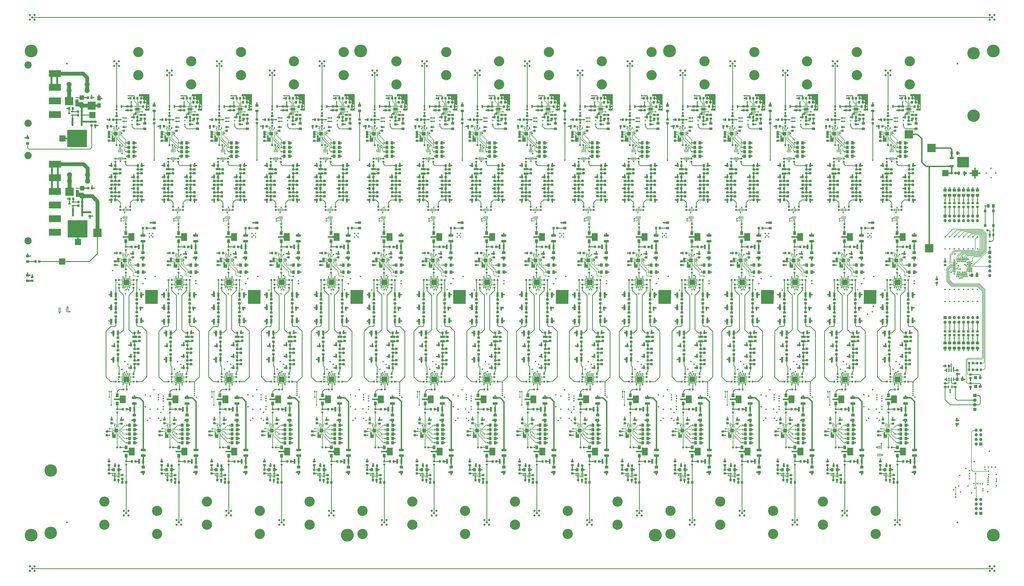
<source format=gtl>
G04 #@! TF.GenerationSoftware,KiCad,Pcbnew,8.0.6-unknown-202411051418~a3eff548b7~ubuntu20.04.1*
G04 #@! TF.CreationDate,2024-11-07T21:25:43-05:00*
G04 #@! TF.ProjectId,ARX,4152582e-6b69-4636-9164-5f7063625858,Revision I*
G04 #@! TF.SameCoordinates,Original*
G04 #@! TF.FileFunction,Copper,L1,Top*
G04 #@! TF.FilePolarity,Positive*
%FSLAX46Y46*%
G04 Gerber Fmt 4.6, Leading zero omitted, Abs format (unit mm)*
G04 Created by KiCad (PCBNEW 8.0.6-unknown-202411051418~a3eff548b7~ubuntu20.04.1) date 2024-11-07 21:25:43*
%MOMM*%
%LPD*%
G01*
G04 APERTURE LIST*
G04 Aperture macros list*
%AMRoundRect*
0 Rectangle with rounded corners*
0 $1 Rounding radius*
0 $2 $3 $4 $5 $6 $7 $8 $9 X,Y pos of 4 corners*
0 Add a 4 corners polygon primitive as box body*
4,1,4,$2,$3,$4,$5,$6,$7,$8,$9,$2,$3,0*
0 Add four circle primitives for the rounded corners*
1,1,$1+$1,$2,$3*
1,1,$1+$1,$4,$5*
1,1,$1+$1,$6,$7*
1,1,$1+$1,$8,$9*
0 Add four rect primitives between the rounded corners*
20,1,$1+$1,$2,$3,$4,$5,0*
20,1,$1+$1,$4,$5,$6,$7,0*
20,1,$1+$1,$6,$7,$8,$9,0*
20,1,$1+$1,$8,$9,$2,$3,0*%
%AMOutline5P*
0 Free polygon, 5 corners , with rotation*
0 The origin of the aperture is its center*
0 number of corners: always 5*
0 $1 to $10 corner X, Y*
0 $11 Rotation angle, in degrees counterclockwise*
0 create outline with 5 corners*
4,1,5,$1,$2,$3,$4,$5,$6,$7,$8,$9,$10,$1,$2,$11*%
%AMOutline6P*
0 Free polygon, 6 corners , with rotation*
0 The origin of the aperture is its center*
0 number of corners: always 6*
0 $1 to $12 corner X, Y*
0 $13 Rotation angle, in degrees counterclockwise*
0 create outline with 6 corners*
4,1,6,$1,$2,$3,$4,$5,$6,$7,$8,$9,$10,$11,$12,$1,$2,$13*%
%AMOutline7P*
0 Free polygon, 7 corners , with rotation*
0 The origin of the aperture is its center*
0 number of corners: always 7*
0 $1 to $14 corner X, Y*
0 $15 Rotation angle, in degrees counterclockwise*
0 create outline with 7 corners*
4,1,7,$1,$2,$3,$4,$5,$6,$7,$8,$9,$10,$11,$12,$13,$14,$1,$2,$15*%
%AMOutline8P*
0 Free polygon, 8 corners , with rotation*
0 The origin of the aperture is its center*
0 number of corners: always 8*
0 $1 to $16 corner X, Y*
0 $17 Rotation angle, in degrees counterclockwise*
0 create outline with 8 corners*
4,1,8,$1,$2,$3,$4,$5,$6,$7,$8,$9,$10,$11,$12,$13,$14,$15,$16,$1,$2,$17*%
%AMFreePoly0*
4,1,11,0.952500,4.102100,0.952500,1.676400,0.457200,1.181100,0.457200,-1.816100,-0.457200,-1.816100,-0.457200,1.181100,-0.952500,1.676400,-0.952500,4.102100,-0.457200,4.597400,0.457200,4.597400,0.952500,4.102100,0.952500,4.102100,$1*%
G04 Aperture macros list end*
G04 #@! TA.AperFunction,SMDPad,CuDef*
%ADD10RoundRect,0.250000X-0.337500X-0.475000X0.337500X-0.475000X0.337500X0.475000X-0.337500X0.475000X0*%
G04 #@! TD*
G04 #@! TA.AperFunction,SMDPad,CuDef*
%ADD11RoundRect,0.250000X-0.450000X0.325000X-0.450000X-0.325000X0.450000X-0.325000X0.450000X0.325000X0*%
G04 #@! TD*
G04 #@! TA.AperFunction,SMDPad,CuDef*
%ADD12RoundRect,0.250000X-0.450000X0.350000X-0.450000X-0.350000X0.450000X-0.350000X0.450000X0.350000X0*%
G04 #@! TD*
G04 #@! TA.AperFunction,SMDPad,CuDef*
%ADD13RoundRect,0.250000X0.350000X0.450000X-0.350000X0.450000X-0.350000X-0.450000X0.350000X-0.450000X0*%
G04 #@! TD*
G04 #@! TA.AperFunction,SMDPad,CuDef*
%ADD14RoundRect,0.250000X-0.325000X-0.450000X0.325000X-0.450000X0.325000X0.450000X-0.325000X0.450000X0*%
G04 #@! TD*
G04 #@! TA.AperFunction,SMDPad,CuDef*
%ADD15R,1.216000X2.540000*%
G04 #@! TD*
G04 #@! TA.AperFunction,SMDPad,CuDef*
%ADD16RoundRect,0.237500X-0.300000X-0.237500X0.300000X-0.237500X0.300000X0.237500X-0.300000X0.237500X0*%
G04 #@! TD*
G04 #@! TA.AperFunction,SMDPad,CuDef*
%ADD17RoundRect,0.100000X-0.100000X0.712500X-0.100000X-0.712500X0.100000X-0.712500X0.100000X0.712500X0*%
G04 #@! TD*
G04 #@! TA.AperFunction,SMDPad,CuDef*
%ADD18RoundRect,0.280000X0.620000X-0.520000X0.620000X0.520000X-0.620000X0.520000X-0.620000X-0.520000X0*%
G04 #@! TD*
G04 #@! TA.AperFunction,ComponentPad*
%ADD19C,7.000000*%
G04 #@! TD*
G04 #@! TA.AperFunction,SMDPad,CuDef*
%ADD20RoundRect,0.237500X0.237500X-0.300000X0.237500X0.300000X-0.237500X0.300000X-0.237500X-0.300000X0*%
G04 #@! TD*
G04 #@! TA.AperFunction,SMDPad,CuDef*
%ADD21RoundRect,0.250000X0.450000X-0.350000X0.450000X0.350000X-0.450000X0.350000X-0.450000X-0.350000X0*%
G04 #@! TD*
G04 #@! TA.AperFunction,SMDPad,CuDef*
%ADD22RoundRect,0.250000X0.337500X0.475000X-0.337500X0.475000X-0.337500X-0.475000X0.337500X-0.475000X0*%
G04 #@! TD*
G04 #@! TA.AperFunction,SMDPad,CuDef*
%ADD23RoundRect,0.280000X0.520000X0.620000X-0.520000X0.620000X-0.520000X-0.620000X0.520000X-0.620000X0*%
G04 #@! TD*
G04 #@! TA.AperFunction,SMDPad,CuDef*
%ADD24RoundRect,0.270213X-0.454787X0.364787X-0.454787X-0.364787X0.454787X-0.364787X0.454787X0.364787X0*%
G04 #@! TD*
G04 #@! TA.AperFunction,SMDPad,CuDef*
%ADD25RoundRect,0.237500X-0.237500X0.300000X-0.237500X-0.300000X0.237500X-0.300000X0.237500X0.300000X0*%
G04 #@! TD*
G04 #@! TA.AperFunction,SMDPad,CuDef*
%ADD26RoundRect,0.270213X0.364787X0.454787X-0.364787X0.454787X-0.364787X-0.454787X0.364787X-0.454787X0*%
G04 #@! TD*
G04 #@! TA.AperFunction,SMDPad,CuDef*
%ADD27RoundRect,0.270213X-0.364787X-0.454787X0.364787X-0.454787X0.364787X0.454787X-0.364787X0.454787X0*%
G04 #@! TD*
G04 #@! TA.AperFunction,SMDPad,CuDef*
%ADD28R,1.016000X2.540000*%
G04 #@! TD*
G04 #@! TA.AperFunction,SMDPad,CuDef*
%ADD29RoundRect,0.150000X0.587500X0.150000X-0.587500X0.150000X-0.587500X-0.150000X0.587500X-0.150000X0*%
G04 #@! TD*
G04 #@! TA.AperFunction,SMDPad,CuDef*
%ADD30RoundRect,0.280000X-0.620000X0.520000X-0.620000X-0.520000X0.620000X-0.520000X0.620000X0.520000X0*%
G04 #@! TD*
G04 #@! TA.AperFunction,SMDPad,CuDef*
%ADD31RoundRect,0.250000X0.900000X-1.000000X0.900000X1.000000X-0.900000X1.000000X-0.900000X-1.000000X0*%
G04 #@! TD*
G04 #@! TA.AperFunction,SMDPad,CuDef*
%ADD32R,0.250000X0.810000*%
G04 #@! TD*
G04 #@! TA.AperFunction,SMDPad,CuDef*
%ADD33R,0.810000X0.250000*%
G04 #@! TD*
G04 #@! TA.AperFunction,HeatsinkPad*
%ADD34C,0.584200*%
G04 #@! TD*
G04 #@! TA.AperFunction,HeatsinkPad*
%ADD35R,1.030000X1.030000*%
G04 #@! TD*
G04 #@! TA.AperFunction,SMDPad,CuDef*
%ADD36RoundRect,0.250000X-1.075000X0.400000X-1.075000X-0.400000X1.075000X-0.400000X1.075000X0.400000X0*%
G04 #@! TD*
G04 #@! TA.AperFunction,SMDPad,CuDef*
%ADD37R,1.600200X2.159000*%
G04 #@! TD*
G04 #@! TA.AperFunction,HeatsinkPad*
%ADD38C,0.762000*%
G04 #@! TD*
G04 #@! TA.AperFunction,SMDPad,CuDef*
%ADD39FreePoly0,270.000000*%
G04 #@! TD*
G04 #@! TA.AperFunction,SMDPad,CuDef*
%ADD40R,3.175000X4.318000*%
G04 #@! TD*
G04 #@! TA.AperFunction,SMDPad,CuDef*
%ADD41RoundRect,0.250000X0.325000X0.450000X-0.325000X0.450000X-0.325000X-0.450000X0.325000X-0.450000X0*%
G04 #@! TD*
G04 #@! TA.AperFunction,SMDPad,CuDef*
%ADD42RoundRect,0.250000X-0.650000X1.000000X-0.650000X-1.000000X0.650000X-1.000000X0.650000X1.000000X0*%
G04 #@! TD*
G04 #@! TA.AperFunction,SMDPad,CuDef*
%ADD43RoundRect,0.237500X0.300000X0.237500X-0.300000X0.237500X-0.300000X-0.237500X0.300000X-0.237500X0*%
G04 #@! TD*
G04 #@! TA.AperFunction,SMDPad,CuDef*
%ADD44RoundRect,0.250000X-0.475000X0.337500X-0.475000X-0.337500X0.475000X-0.337500X0.475000X0.337500X0*%
G04 #@! TD*
G04 #@! TA.AperFunction,SMDPad,CuDef*
%ADD45RoundRect,0.200000X-0.200000X-0.562000X0.200000X-0.562000X0.200000X0.562000X-0.200000X0.562000X0*%
G04 #@! TD*
G04 #@! TA.AperFunction,SMDPad,CuDef*
%ADD46RoundRect,0.250000X0.475000X-0.337500X0.475000X0.337500X-0.475000X0.337500X-0.475000X-0.337500X0*%
G04 #@! TD*
G04 #@! TA.AperFunction,SMDPad,CuDef*
%ADD47Outline5P,-0.242500X0.170000X0.174500X0.170000X0.242500X0.102000X0.242500X-0.170000X-0.242500X-0.170000X0.000000*%
G04 #@! TD*
G04 #@! TA.AperFunction,SMDPad,CuDef*
%ADD48R,0.485000X0.340000*%
G04 #@! TD*
G04 #@! TA.AperFunction,SMDPad,CuDef*
%ADD49Outline5P,-0.242500X0.170000X0.242500X0.170000X0.242500X-0.102000X0.174500X-0.170000X-0.242500X-0.170000X0.000000*%
G04 #@! TD*
G04 #@! TA.AperFunction,SMDPad,CuDef*
%ADD50Outline5P,-0.242500X0.170000X0.174500X0.170000X0.242500X0.102000X0.242500X-0.170000X-0.242500X-0.170000X90.000000*%
G04 #@! TD*
G04 #@! TA.AperFunction,SMDPad,CuDef*
%ADD51R,0.340000X0.485000*%
G04 #@! TD*
G04 #@! TA.AperFunction,SMDPad,CuDef*
%ADD52Outline5P,-0.242500X0.170000X0.242500X0.170000X0.242500X-0.102000X0.174500X-0.170000X-0.242500X-0.170000X90.000000*%
G04 #@! TD*
G04 #@! TA.AperFunction,SMDPad,CuDef*
%ADD53Outline5P,-0.242500X0.170000X0.242500X0.170000X0.242500X-0.170000X-0.174500X-0.170000X-0.242500X-0.102000X0.000000*%
G04 #@! TD*
G04 #@! TA.AperFunction,SMDPad,CuDef*
%ADD54Outline5P,-0.242500X0.102000X-0.174500X0.170000X0.242500X0.170000X0.242500X-0.170000X-0.242500X-0.170000X0.000000*%
G04 #@! TD*
G04 #@! TA.AperFunction,SMDPad,CuDef*
%ADD55Outline5P,-0.242500X0.170000X0.242500X0.170000X0.242500X-0.170000X-0.174500X-0.170000X-0.242500X-0.102000X90.000000*%
G04 #@! TD*
G04 #@! TA.AperFunction,SMDPad,CuDef*
%ADD56Outline5P,-0.242500X0.102000X-0.174500X0.170000X0.242500X0.170000X0.242500X-0.170000X-0.242500X-0.170000X90.000000*%
G04 #@! TD*
G04 #@! TA.AperFunction,HeatsinkPad*
%ADD57R,3.080000X3.080000*%
G04 #@! TD*
G04 #@! TA.AperFunction,SMDPad,CuDef*
%ADD58RoundRect,0.250000X-0.412500X-0.650000X0.412500X-0.650000X0.412500X0.650000X-0.412500X0.650000X0*%
G04 #@! TD*
G04 #@! TA.AperFunction,SMDPad,CuDef*
%ADD59R,3.450001X3.450001*%
G04 #@! TD*
G04 #@! TA.AperFunction,SMDPad,CuDef*
%ADD60RoundRect,0.280000X-0.520000X-0.620000X0.520000X-0.620000X0.520000X0.620000X-0.520000X0.620000X0*%
G04 #@! TD*
G04 #@! TA.AperFunction,SMDPad,CuDef*
%ADD61RoundRect,0.250001X-0.624999X0.462499X-0.624999X-0.462499X0.624999X-0.462499X0.624999X0.462499X0*%
G04 #@! TD*
G04 #@! TA.AperFunction,SMDPad,CuDef*
%ADD62RoundRect,0.250000X-0.850000X-0.350000X0.850000X-0.350000X0.850000X0.350000X-0.850000X0.350000X0*%
G04 #@! TD*
G04 #@! TA.AperFunction,SMDPad,CuDef*
%ADD63RoundRect,0.250000X-1.275000X-1.125000X1.275000X-1.125000X1.275000X1.125000X-1.275000X1.125000X0*%
G04 #@! TD*
G04 #@! TA.AperFunction,SMDPad,CuDef*
%ADD64RoundRect,0.249997X-2.950003X-2.650003X2.950003X-2.650003X2.950003X2.650003X-2.950003X2.650003X0*%
G04 #@! TD*
G04 #@! TA.AperFunction,SMDPad,CuDef*
%ADD65RoundRect,0.250000X-0.350000X-0.450000X0.350000X-0.450000X0.350000X0.450000X-0.350000X0.450000X0*%
G04 #@! TD*
G04 #@! TA.AperFunction,ComponentPad*
%ADD66C,1.240000*%
G04 #@! TD*
G04 #@! TA.AperFunction,ComponentPad*
%ADD67C,5.588000*%
G04 #@! TD*
G04 #@! TA.AperFunction,SMDPad,CuDef*
%ADD68RoundRect,0.250000X-0.300000X2.050000X-0.300000X-2.050000X0.300000X-2.050000X0.300000X2.050000X0*%
G04 #@! TD*
G04 #@! TA.AperFunction,SMDPad,CuDef*
%ADD69RoundRect,0.250000X-2.375000X2.025000X-2.375000X-2.025000X2.375000X-2.025000X2.375000X2.025000X0*%
G04 #@! TD*
G04 #@! TA.AperFunction,SMDPad,CuDef*
%ADD70RoundRect,0.250002X-5.149998X4.449998X-5.149998X-4.449998X5.149998X-4.449998X5.149998X4.449998X0*%
G04 #@! TD*
G04 #@! TA.AperFunction,SMDPad,CuDef*
%ADD71R,2.540000X1.216000*%
G04 #@! TD*
G04 #@! TA.AperFunction,SMDPad,CuDef*
%ADD72R,0.280000X0.280000*%
G04 #@! TD*
G04 #@! TA.AperFunction,SMDPad,CuDef*
%ADD73O,0.280000X0.850000*%
G04 #@! TD*
G04 #@! TA.AperFunction,HeatsinkPad*
%ADD74C,0.600000*%
G04 #@! TD*
G04 #@! TA.AperFunction,SMDPad,CuDef*
%ADD75R,1.050000X0.680000*%
G04 #@! TD*
G04 #@! TA.AperFunction,SMDPad,CuDef*
%ADD76R,0.500000X0.260000*%
G04 #@! TD*
G04 #@! TA.AperFunction,SMDPad,CuDef*
%ADD77R,0.700000X0.280000*%
G04 #@! TD*
G04 #@! TA.AperFunction,HeatsinkPad*
%ADD78R,2.400000X1.650000*%
G04 #@! TD*
G04 #@! TA.AperFunction,SMDPad,CuDef*
%ADD79Outline5P,-0.242500X0.170000X0.174500X0.170000X0.242500X0.102000X0.242500X-0.170000X-0.242500X-0.170000X180.000000*%
G04 #@! TD*
G04 #@! TA.AperFunction,SMDPad,CuDef*
%ADD80Outline5P,-0.242500X0.170000X0.242500X0.170000X0.242500X-0.102000X0.174500X-0.170000X-0.242500X-0.170000X180.000000*%
G04 #@! TD*
G04 #@! TA.AperFunction,SMDPad,CuDef*
%ADD81Outline5P,-0.242500X0.170000X0.174500X0.170000X0.242500X0.102000X0.242500X-0.170000X-0.242500X-0.170000X270.000000*%
G04 #@! TD*
G04 #@! TA.AperFunction,SMDPad,CuDef*
%ADD82Outline5P,-0.242500X0.170000X0.242500X0.170000X0.242500X-0.102000X0.174500X-0.170000X-0.242500X-0.170000X270.000000*%
G04 #@! TD*
G04 #@! TA.AperFunction,SMDPad,CuDef*
%ADD83Outline5P,-0.242500X0.170000X0.242500X0.170000X0.242500X-0.170000X-0.174500X-0.170000X-0.242500X-0.102000X180.000000*%
G04 #@! TD*
G04 #@! TA.AperFunction,SMDPad,CuDef*
%ADD84Outline5P,-0.242500X0.102000X-0.174500X0.170000X0.242500X0.170000X0.242500X-0.170000X-0.242500X-0.170000X180.000000*%
G04 #@! TD*
G04 #@! TA.AperFunction,SMDPad,CuDef*
%ADD85Outline5P,-0.242500X0.170000X0.242500X0.170000X0.242500X-0.170000X-0.174500X-0.170000X-0.242500X-0.102000X270.000000*%
G04 #@! TD*
G04 #@! TA.AperFunction,SMDPad,CuDef*
%ADD86Outline5P,-0.242500X0.102000X-0.174500X0.170000X0.242500X0.170000X0.242500X-0.170000X-0.242500X-0.170000X270.000000*%
G04 #@! TD*
G04 #@! TA.AperFunction,ComponentPad*
%ADD87C,4.000000*%
G04 #@! TD*
G04 #@! TA.AperFunction,ComponentPad*
%ADD88R,0.600000X0.600000*%
G04 #@! TD*
G04 #@! TA.AperFunction,ComponentPad*
%ADD89R,3.430000X3.780000*%
G04 #@! TD*
G04 #@! TA.AperFunction,ComponentPad*
%ADD90C,0.600000*%
G04 #@! TD*
G04 #@! TA.AperFunction,SMDPad,CuDef*
%ADD91RoundRect,0.100000X0.100000X-0.712500X0.100000X0.712500X-0.100000X0.712500X-0.100000X-0.712500X0*%
G04 #@! TD*
G04 #@! TA.AperFunction,SMDPad,CuDef*
%ADD92RoundRect,0.150000X-0.150000X0.587500X-0.150000X-0.587500X0.150000X-0.587500X0.150000X0.587500X0*%
G04 #@! TD*
G04 #@! TA.AperFunction,ComponentPad*
%ADD93R,1.700000X1.700000*%
G04 #@! TD*
G04 #@! TA.AperFunction,ComponentPad*
%ADD94O,1.700000X1.700000*%
G04 #@! TD*
G04 #@! TA.AperFunction,SMDPad,CuDef*
%ADD95C,1.000000*%
G04 #@! TD*
G04 #@! TA.AperFunction,SMDPad,CuDef*
%ADD96RoundRect,0.150000X-0.512500X-0.150000X0.512500X-0.150000X0.512500X0.150000X-0.512500X0.150000X0*%
G04 #@! TD*
G04 #@! TA.AperFunction,SMDPad,CuDef*
%ADD97RoundRect,0.225000X0.375000X-0.225000X0.375000X0.225000X-0.375000X0.225000X-0.375000X-0.225000X0*%
G04 #@! TD*
G04 #@! TA.AperFunction,ComponentPad*
%ADD98R,1.905000X1.905000*%
G04 #@! TD*
G04 #@! TA.AperFunction,ComponentPad*
%ADD99O,1.905000X1.905000*%
G04 #@! TD*
G04 #@! TA.AperFunction,SMDPad,CuDef*
%ADD100RoundRect,0.075000X0.075000X-0.662500X0.075000X0.662500X-0.075000X0.662500X-0.075000X-0.662500X0*%
G04 #@! TD*
G04 #@! TA.AperFunction,SMDPad,CuDef*
%ADD101RoundRect,0.075000X0.662500X-0.075000X0.662500X0.075000X-0.662500X0.075000X-0.662500X-0.075000X0*%
G04 #@! TD*
G04 #@! TA.AperFunction,SMDPad,CuDef*
%ADD102RoundRect,0.225000X-0.225000X-0.375000X0.225000X-0.375000X0.225000X0.375000X-0.225000X0.375000X0*%
G04 #@! TD*
G04 #@! TA.AperFunction,ComponentPad*
%ADD103C,2.780000*%
G04 #@! TD*
G04 #@! TA.AperFunction,SMDPad,CuDef*
%ADD104R,0.850000X0.500000*%
G04 #@! TD*
G04 #@! TA.AperFunction,SMDPad,CuDef*
%ADD105R,4.550000X4.410000*%
G04 #@! TD*
G04 #@! TA.AperFunction,SMDPad,CuDef*
%ADD106RoundRect,0.100000X0.712500X0.100000X-0.712500X0.100000X-0.712500X-0.100000X0.712500X-0.100000X0*%
G04 #@! TD*
G04 #@! TA.AperFunction,ComponentPad*
%ADD107C,6.807200*%
G04 #@! TD*
G04 #@! TA.AperFunction,SMDPad,CuDef*
%ADD108R,1.400000X1.600000*%
G04 #@! TD*
G04 #@! TA.AperFunction,SMDPad,CuDef*
%ADD109RoundRect,0.150000X-0.150000X0.825000X-0.150000X-0.825000X0.150000X-0.825000X0.150000X0.825000X0*%
G04 #@! TD*
G04 #@! TA.AperFunction,HeatsinkPad*
%ADD110C,0.800000*%
G04 #@! TD*
G04 #@! TA.AperFunction,ViaPad*
%ADD111C,0.800000*%
G04 #@! TD*
G04 #@! TA.AperFunction,ViaPad*
%ADD112C,0.800001*%
G04 #@! TD*
G04 #@! TA.AperFunction,ViaPad*
%ADD113C,1.016000*%
G04 #@! TD*
G04 #@! TA.AperFunction,ViaPad*
%ADD114C,0.762000*%
G04 #@! TD*
G04 #@! TA.AperFunction,Conductor*
%ADD115C,0.250000*%
G04 #@! TD*
G04 #@! TA.AperFunction,Conductor*
%ADD116C,0.635000*%
G04 #@! TD*
G04 #@! TA.AperFunction,Conductor*
%ADD117C,0.381000*%
G04 #@! TD*
G04 #@! TA.AperFunction,Conductor*
%ADD118C,0.254000*%
G04 #@! TD*
G04 #@! TA.AperFunction,Conductor*
%ADD119C,0.508000*%
G04 #@! TD*
G04 #@! TA.AperFunction,Conductor*
%ADD120C,0.406400*%
G04 #@! TD*
G04 #@! TA.AperFunction,Conductor*
%ADD121C,0.762000*%
G04 #@! TD*
G04 #@! TA.AperFunction,Conductor*
%ADD122C,0.889000*%
G04 #@! TD*
G04 #@! TA.AperFunction,Conductor*
%ADD123C,0.736600*%
G04 #@! TD*
G04 #@! TA.AperFunction,Conductor*
%ADD124C,1.016000*%
G04 #@! TD*
G04 #@! TA.AperFunction,Conductor*
%ADD125C,1.270000*%
G04 #@! TD*
G04 #@! TA.AperFunction,Conductor*
%ADD126C,2.159000*%
G04 #@! TD*
G04 #@! TA.AperFunction,Conductor*
%ADD127C,0.558800*%
G04 #@! TD*
G04 #@! TA.AperFunction,Conductor*
%ADD128C,0.355600*%
G04 #@! TD*
G04 #@! TA.AperFunction,Conductor*
%ADD129C,0.279400*%
G04 #@! TD*
G04 APERTURE END LIST*
D10*
X412644083Y-364326966D03*
X414719083Y-364326966D03*
D11*
X327446049Y-214002585D03*
X327446049Y-216052585D03*
D12*
X598055382Y-171447335D03*
X598055382Y-173447335D03*
D13*
X528241549Y-247341224D03*
X526241549Y-247341224D03*
X621348214Y-172717335D03*
X619348214Y-172717335D03*
D14*
X617773212Y-310563274D03*
X619823212Y-310563274D03*
X252233382Y-304276774D03*
X254283382Y-304276774D03*
D15*
X466911714Y-284797737D03*
X469397714Y-284797737D03*
D16*
X638489214Y-318046724D03*
X640214214Y-318046724D03*
D17*
X416544883Y-191202334D03*
X415894883Y-191202334D03*
X415244883Y-191202334D03*
X414594883Y-191202334D03*
X414594883Y-195427334D03*
X415244883Y-195427334D03*
X415894883Y-195427334D03*
X416544883Y-195427334D03*
D18*
X624408214Y-249970225D03*
X624408214Y-247170225D03*
D16*
X300306216Y-262206723D03*
X302031216Y-262206723D03*
D19*
X342162150Y-402443208D03*
D16*
X300792216Y-188027334D03*
X302517216Y-188027334D03*
D20*
X479161216Y-266431723D03*
X479161216Y-264706723D03*
D13*
X326244048Y-174054334D03*
X324244048Y-174054334D03*
D21*
X481263716Y-176622335D03*
X481263716Y-174622335D03*
D22*
X249627484Y-373404966D03*
X247552484Y-373404966D03*
D23*
X422994883Y-194102335D03*
X420194883Y-194102335D03*
D24*
X506824548Y-213995085D03*
X506824548Y-216165085D03*
D25*
X497240547Y-175814336D03*
X497240547Y-177539336D03*
D26*
X511019047Y-218170835D03*
X508849047Y-218170835D03*
D23*
X536090648Y-349297766D03*
X533290648Y-349297766D03*
D27*
X467010716Y-218170835D03*
X469180716Y-218170835D03*
D18*
X535944648Y-339210766D03*
X535944648Y-336410766D03*
D24*
X256920383Y-293544024D03*
X256920383Y-295714024D03*
D15*
X326374047Y-305771539D03*
X328860047Y-305771539D03*
D28*
X568044381Y-243995225D03*
X565758381Y-243995225D03*
D24*
X284277215Y-293544024D03*
X284277215Y-295714024D03*
D11*
X214718383Y-214002585D03*
X214718383Y-216052585D03*
D17*
X387537882Y-191202334D03*
X386887882Y-191202334D03*
X386237882Y-191202334D03*
X385587882Y-191202334D03*
X385587882Y-195427334D03*
X386237882Y-195427334D03*
X386887882Y-195427334D03*
X387537882Y-195427334D03*
D24*
X216757883Y-207716085D03*
X216757883Y-209886085D03*
X496754547Y-280086797D03*
X496754547Y-282256797D03*
D29*
X586469881Y-175004334D03*
X586469881Y-173104334D03*
X584594881Y-174054334D03*
D17*
X585636382Y-191202334D03*
X584986382Y-191202334D03*
X584336382Y-191202334D03*
X583686382Y-191202334D03*
X583686382Y-195427334D03*
X584336382Y-195427334D03*
X584986382Y-195427334D03*
X585636382Y-195427334D03*
D25*
X525544549Y-195427335D03*
X525544549Y-197152335D03*
D12*
X352965049Y-366516276D03*
X352965049Y-368516276D03*
D30*
X685524212Y-212786967D03*
X685524212Y-215586967D03*
D25*
X502282548Y-256379224D03*
X502282548Y-258104224D03*
D13*
X637070214Y-174054334D03*
X635070214Y-174054334D03*
D31*
X196498212Y-216026208D03*
X196498212Y-211726208D03*
D11*
X254283384Y-306395023D03*
X254283384Y-308445023D03*
X508856548Y-207708584D03*
X508856548Y-209758584D03*
X638272215Y-214002585D03*
X638272215Y-216052585D03*
D25*
X362355150Y-361900966D03*
X362355150Y-363625966D03*
D11*
X300792216Y-172004334D03*
X300792216Y-174054334D03*
D24*
X498577048Y-207716085D03*
X498577048Y-209886085D03*
D28*
X568201481Y-361900966D03*
X565915481Y-361900966D03*
D27*
X393958882Y-205597835D03*
X396128882Y-205597835D03*
D16*
X215720482Y-354234766D03*
X217445482Y-354234766D03*
D32*
X390054882Y-249544224D03*
X389554882Y-249544224D03*
X389054882Y-249544224D03*
X388554882Y-249544224D03*
X388054882Y-249544224D03*
D33*
X387209882Y-250389224D03*
X387209882Y-250889224D03*
X387209882Y-251389224D03*
X387209882Y-251889224D03*
X387209882Y-252389224D03*
D32*
X388054882Y-253234224D03*
X388554882Y-253234224D03*
X389054882Y-253234224D03*
X389554882Y-253234224D03*
X390054882Y-253234224D03*
D33*
X390899882Y-252389224D03*
X390899882Y-251889224D03*
X390899882Y-251389224D03*
X390899882Y-250889224D03*
X390899882Y-250389224D03*
D34*
X389639082Y-250805024D03*
X389054882Y-250805024D03*
X388470682Y-250805024D03*
D35*
X389569882Y-250874224D03*
X388539882Y-250874224D03*
D34*
X389639082Y-251389224D03*
X389054882Y-251389224D03*
X388470682Y-251389224D03*
D35*
X389569882Y-251904224D03*
X388539882Y-251904224D03*
D34*
X389639082Y-251973424D03*
X389054882Y-251973424D03*
X388470682Y-251973424D03*
D26*
X596389881Y-218170835D03*
X594219881Y-218170835D03*
D24*
X311862219Y-279875797D03*
X311862219Y-282045797D03*
D21*
X677032213Y-313829968D03*
X677032213Y-311829968D03*
D25*
X220463383Y-231459026D03*
X220463383Y-233184026D03*
D36*
X225118482Y-326960766D03*
X225118482Y-330060766D03*
D24*
X354413550Y-207716085D03*
X354413550Y-209886085D03*
D27*
X241555384Y-199311335D03*
X243725384Y-199311335D03*
D24*
X563180880Y-207716084D03*
X563180880Y-209886084D03*
X640311715Y-214002585D03*
X640311715Y-216172585D03*
D23*
X506715548Y-189276335D03*
X503915548Y-189276335D03*
D24*
X596259382Y-201369584D03*
X596259382Y-203539584D03*
D25*
X581908382Y-195427335D03*
X581908382Y-197152335D03*
D37*
X587653382Y-236329025D03*
D38*
X586345282Y-238589625D03*
D39*
X587653382Y-238589625D03*
D38*
X589710782Y-237319625D03*
X589710782Y-238589625D03*
X589710782Y-239859625D03*
D40*
X590701382Y-238589625D03*
D38*
X590980782Y-237319625D03*
X590980782Y-238589625D03*
X590980782Y-239859625D03*
D37*
X587653382Y-240850225D03*
D15*
X213646381Y-305771539D03*
X216132381Y-305771539D03*
D23*
X371676050Y-257882224D03*
X368876050Y-257882224D03*
D30*
X688064212Y-212786967D03*
X688064212Y-215586967D03*
D14*
X335954048Y-297990274D03*
X338004048Y-297990274D03*
D24*
X538739548Y-293544024D03*
X538739548Y-295714024D03*
D13*
X454272715Y-162303335D03*
X452272715Y-162303335D03*
D15*
X242653382Y-305771539D03*
X245139382Y-305771539D03*
D27*
X506686548Y-211884335D03*
X508856548Y-211884335D03*
D41*
X644499315Y-333235767D03*
X642449315Y-333235767D03*
D42*
X205748711Y-162294209D03*
X205748711Y-166294209D03*
D16*
X469397715Y-262206723D03*
X471122715Y-262206723D03*
D43*
X621038214Y-318046723D03*
X619313214Y-318046723D03*
D20*
X222891383Y-223678026D03*
X222891383Y-221953026D03*
D15*
X623524217Y-284734239D03*
X621038217Y-284734239D03*
D14*
X646780214Y-297990274D03*
X648830214Y-297990274D03*
D24*
X229076883Y-207716085D03*
X229076883Y-209886085D03*
D32*
X385311982Y-343102766D03*
X384811982Y-343102766D03*
X384311982Y-343102766D03*
X383811982Y-343102766D03*
X383311982Y-343102766D03*
D33*
X382466982Y-343947766D03*
X382466982Y-344447766D03*
X382466982Y-344947766D03*
X382466982Y-345447766D03*
X382466982Y-345947766D03*
D32*
X383311982Y-346792766D03*
X383811982Y-346792766D03*
X384311982Y-346792766D03*
X384811982Y-346792766D03*
X385311982Y-346792766D03*
D33*
X386156982Y-345947766D03*
X386156982Y-345447766D03*
X386156982Y-344947766D03*
X386156982Y-344447766D03*
X386156982Y-343947766D03*
D34*
X384896182Y-344363566D03*
X384311982Y-344363566D03*
X383727782Y-344363566D03*
D35*
X384826982Y-344432766D03*
X383796982Y-344432766D03*
D34*
X384896182Y-344947766D03*
X384311982Y-344947766D03*
X383727782Y-344947766D03*
D35*
X384826982Y-345462766D03*
X383796982Y-345462766D03*
D34*
X384896182Y-345531966D03*
X384311982Y-345531966D03*
X383727782Y-345531966D03*
D20*
X273091716Y-266431724D03*
X273091716Y-264706724D03*
D27*
X494367548Y-199311335D03*
X496537548Y-199311335D03*
D18*
X653415215Y-249970225D03*
X653415215Y-247170225D03*
D43*
X593681382Y-318046723D03*
X591956382Y-318046723D03*
D32*
X414318983Y-343102766D03*
X413818983Y-343102766D03*
X413318983Y-343102766D03*
X412818983Y-343102766D03*
X412318983Y-343102766D03*
D33*
X411473983Y-343947766D03*
X411473983Y-344447766D03*
X411473983Y-344947766D03*
X411473983Y-345447766D03*
X411473983Y-345947766D03*
D32*
X412318983Y-346792766D03*
X412818983Y-346792766D03*
X413318983Y-346792766D03*
X413818983Y-346792766D03*
X414318983Y-346792766D03*
D33*
X415163983Y-345947766D03*
X415163983Y-345447766D03*
X415163983Y-344947766D03*
X415163983Y-344447766D03*
X415163983Y-343947766D03*
D34*
X413903183Y-344363566D03*
X413318983Y-344363566D03*
X412734783Y-344363566D03*
D35*
X413833983Y-344432766D03*
X412803983Y-344432766D03*
D34*
X413903183Y-344947766D03*
X413318983Y-344947766D03*
X412734783Y-344947766D03*
D35*
X413833983Y-345462766D03*
X412803983Y-345462766D03*
D34*
X413903183Y-345531966D03*
X413318983Y-345531966D03*
X412734783Y-345531966D03*
D44*
X590646582Y-166797335D03*
X590646582Y-168872335D03*
D36*
X597208482Y-355625965D03*
X597208482Y-358725965D03*
D11*
X452492715Y-201429584D03*
X452492715Y-203479584D03*
X552901381Y-214002585D03*
X552901381Y-216052585D03*
D45*
X497240547Y-166797335D03*
X499958347Y-166797335D03*
D43*
X475425715Y-322424568D03*
X473700715Y-322424568D03*
D21*
X212672482Y-340899766D03*
X212672482Y-338899766D03*
D46*
X214659382Y-253981335D03*
X214659382Y-251906335D03*
D15*
X596167385Y-284734239D03*
X593681385Y-284734239D03*
D27*
X550731381Y-218170835D03*
X552901381Y-218170835D03*
D44*
X483295716Y-171447335D03*
X483295716Y-173522335D03*
D16*
X440390714Y-262206723D03*
X442115714Y-262206723D03*
D24*
X282855218Y-279875797D03*
X282855218Y-282045797D03*
D47*
X247512884Y-315046723D03*
D48*
X247512884Y-315546723D03*
X247512884Y-316046723D03*
X247512884Y-316546723D03*
X247512884Y-317046723D03*
X247512884Y-317546723D03*
X247512884Y-318046723D03*
D49*
X247512884Y-318546723D03*
D50*
X247970384Y-319004223D03*
D51*
X248470384Y-319004223D03*
X248970384Y-319004223D03*
X249470384Y-319004223D03*
X249970384Y-319004223D03*
X250470384Y-319004223D03*
X250970384Y-319004223D03*
D52*
X251470384Y-319004223D03*
D53*
X251927884Y-318546723D03*
D48*
X251927884Y-318046723D03*
X251927884Y-317546723D03*
X251927884Y-317046723D03*
X251927884Y-316546723D03*
X251927884Y-316046723D03*
X251927884Y-315546723D03*
D54*
X251927884Y-315046723D03*
D55*
X251470384Y-314589223D03*
D51*
X250970384Y-314589223D03*
X250470384Y-314589223D03*
X249970384Y-314589223D03*
X249470384Y-314589223D03*
X248970384Y-314589223D03*
X248470384Y-314589223D03*
D56*
X247970384Y-314589223D03*
D34*
X248704384Y-315780723D03*
X248704384Y-316796723D03*
X248704384Y-317812723D03*
X249720384Y-315780723D03*
X249720384Y-316796723D03*
D57*
X249720384Y-316796723D03*
D34*
X249720384Y-317812723D03*
X250736384Y-315780723D03*
X250736384Y-316796723D03*
X250736384Y-317812723D03*
D23*
X479726815Y-346884766D03*
X476926815Y-346884766D03*
D24*
X384026881Y-272834914D03*
X384026881Y-275004914D03*
D27*
X422965883Y-205597835D03*
X425135883Y-205597835D03*
D25*
X418322883Y-195427334D03*
X418322883Y-197152334D03*
D58*
X677875213Y-203388208D03*
X681000213Y-203388208D03*
D20*
X562881881Y-266431723D03*
X562881881Y-264706723D03*
D24*
X467148716Y-213995085D03*
X467148716Y-216165085D03*
D59*
X185508312Y-252038708D03*
D23*
X479358716Y-194102335D03*
X476558716Y-194102335D03*
D15*
X494268547Y-277545856D03*
X496754547Y-277545856D03*
D11*
X283401216Y-207708584D03*
X283401216Y-209758584D03*
D23*
X428039883Y-257882224D03*
X425239883Y-257882224D03*
X281260216Y-186863335D03*
X278460216Y-186863335D03*
D60*
X270178916Y-366485966D03*
X272978916Y-366485966D03*
D61*
X287229216Y-176060335D03*
X287229216Y-179035335D03*
D11*
X384512881Y-172004334D03*
X384512881Y-174054334D03*
D24*
X481740715Y-300048524D03*
X481740715Y-302218524D03*
D25*
X249627484Y-361900966D03*
X249627484Y-363625966D03*
D41*
X453996716Y-277482356D03*
X451946716Y-277482356D03*
D24*
X454532215Y-214002585D03*
X454532215Y-216172585D03*
D37*
X531289549Y-236329025D03*
D38*
X529981449Y-238589625D03*
D39*
X531289549Y-238589625D03*
D38*
X533346949Y-237319625D03*
X533346949Y-238589625D03*
X533346949Y-239859625D03*
D40*
X534337549Y-238589625D03*
D38*
X534616949Y-237319625D03*
X534616949Y-238589625D03*
X534616949Y-239859625D03*
D37*
X531289549Y-240850225D03*
D18*
X648672314Y-339210766D03*
X648672314Y-336410766D03*
D11*
X440166215Y-207716085D03*
X440166215Y-209766085D03*
D12*
X630629012Y-173986208D03*
X630629012Y-175986208D03*
D45*
X609968213Y-166797335D03*
X612686013Y-166797335D03*
D27*
X422965883Y-211884335D03*
X425135883Y-211884335D03*
D14*
X355817047Y-298519655D03*
X357867047Y-298519655D03*
D29*
X642833714Y-175004334D03*
X642833714Y-173104334D03*
X640958714Y-174054334D03*
D25*
X610267313Y-333235767D03*
X610267313Y-334960767D03*
D18*
X371596050Y-249970225D03*
X371596050Y-247170225D03*
D21*
X224400383Y-249754224D03*
X224400383Y-247754224D03*
D27*
X506686548Y-205597835D03*
X508856548Y-205597835D03*
D41*
X341269050Y-277482356D03*
X339219050Y-277482356D03*
D21*
X677904213Y-292473965D03*
X677904213Y-290473965D03*
D11*
X244428383Y-172004334D03*
X244428383Y-174054334D03*
D28*
X597208482Y-361900966D03*
X594922482Y-361900966D03*
D20*
X611932214Y-223678025D03*
X611932214Y-221953025D03*
X561074381Y-223678026D03*
X561074381Y-221953026D03*
D61*
X166571012Y-184076208D03*
X166571012Y-187051208D03*
D24*
X441587713Y-300913097D03*
X441587713Y-303083097D03*
D62*
X673938213Y-195095208D03*
D63*
X678563213Y-195850208D03*
X678563213Y-198900208D03*
D64*
X680238213Y-197375208D03*
D63*
X681913213Y-195850208D03*
X681913213Y-198900208D03*
D62*
X673938213Y-199655208D03*
D29*
X191193712Y-171535208D03*
X191193712Y-169635208D03*
X189318712Y-170585208D03*
D32*
X470682816Y-343102766D03*
X470182816Y-343102766D03*
X469682816Y-343102766D03*
X469182816Y-343102766D03*
X468682816Y-343102766D03*
D33*
X467837816Y-343947766D03*
X467837816Y-344447766D03*
X467837816Y-344947766D03*
X467837816Y-345447766D03*
X467837816Y-345947766D03*
D32*
X468682816Y-346792766D03*
X469182816Y-346792766D03*
X469682816Y-346792766D03*
X470182816Y-346792766D03*
X470682816Y-346792766D03*
D33*
X471527816Y-345947766D03*
X471527816Y-345447766D03*
X471527816Y-344947766D03*
X471527816Y-344447766D03*
X471527816Y-343947766D03*
D34*
X470267016Y-344363566D03*
X469682816Y-344363566D03*
X469098616Y-344363566D03*
D35*
X470197816Y-344432766D03*
X469167816Y-344432766D03*
D34*
X470267016Y-344947766D03*
X469682816Y-344947766D03*
X469098616Y-344947766D03*
D35*
X470197816Y-345462766D03*
X469167816Y-345462766D03*
D34*
X470267016Y-345531966D03*
X469682816Y-345531966D03*
X469098616Y-345531966D03*
D21*
X283165216Y-176622335D03*
X283165216Y-174622335D03*
D36*
X427959883Y-237720225D03*
X427959883Y-240820225D03*
D41*
X564028480Y-361900966D03*
X561978480Y-361900966D03*
D14*
X552265378Y-298519655D03*
X554315378Y-298519655D03*
D43*
X255498385Y-262206723D03*
X253773385Y-262206723D03*
D24*
X438141715Y-213995085D03*
X438141715Y-216165085D03*
X506817047Y-207716084D03*
X506817047Y-209886084D03*
D65*
X561190381Y-162303335D03*
X563190381Y-162303335D03*
D13*
X640969215Y-247341224D03*
X638969215Y-247341224D03*
D12*
X578420381Y-366516276D03*
X578420381Y-368516276D03*
D37*
X446075815Y-354234766D03*
D38*
X444767715Y-356495366D03*
D39*
X446075815Y-356495366D03*
D38*
X448133215Y-355225366D03*
X448133215Y-356495366D03*
X448133215Y-357765366D03*
D40*
X449123815Y-356495366D03*
D38*
X449403215Y-355225366D03*
X449403215Y-356495366D03*
X449403215Y-357765366D03*
D37*
X446075815Y-358755966D03*
D18*
X563301480Y-339210766D03*
X563301480Y-336410766D03*
D66*
X609968213Y-143236208D03*
X608698213Y-141966208D03*
X608698213Y-144506208D03*
X611238213Y-141966208D03*
X611238213Y-144506208D03*
D67*
X621906213Y-149586208D03*
X621906213Y-136886208D03*
D32*
X470383715Y-179922335D03*
X469883715Y-179922335D03*
X469383715Y-179922335D03*
X468883715Y-179922335D03*
X468383715Y-179922335D03*
D33*
X467538715Y-180767335D03*
X467538715Y-181267335D03*
X467538715Y-181767335D03*
X467538715Y-182267335D03*
X467538715Y-182767335D03*
D32*
X468383715Y-183612335D03*
X468883715Y-183612335D03*
X469383715Y-183612335D03*
X469883715Y-183612335D03*
X470383715Y-183612335D03*
D33*
X471228715Y-182767335D03*
X471228715Y-182267335D03*
X471228715Y-181767335D03*
X471228715Y-181267335D03*
X471228715Y-180767335D03*
D34*
X469967915Y-181183135D03*
X469383715Y-181183135D03*
X468799515Y-181183135D03*
D35*
X469898715Y-181252335D03*
X468868715Y-181252335D03*
D34*
X469967915Y-181767335D03*
X469383715Y-181767335D03*
X468799515Y-181767335D03*
D35*
X469898715Y-182282335D03*
X468868715Y-182282335D03*
D34*
X469967915Y-182351535D03*
X469383715Y-182351535D03*
X468799515Y-182351535D03*
D61*
X485327716Y-176060335D03*
X485327716Y-179035335D03*
D17*
X500265548Y-191202334D03*
X499615548Y-191202334D03*
X498965548Y-191202334D03*
X498315548Y-191202334D03*
X498315548Y-195427334D03*
X498965548Y-195427334D03*
X499615548Y-195427334D03*
X500265548Y-195427334D03*
D23*
X563079381Y-191689335D03*
X560279381Y-191689335D03*
D13*
X442870715Y-247341224D03*
X440870715Y-247341224D03*
D24*
X226491385Y-272918915D03*
X226491385Y-275088915D03*
D41*
X397632883Y-277482356D03*
X395582883Y-277482356D03*
D25*
X356453050Y-195427335D03*
X356453050Y-197152335D03*
X582910481Y-333235767D03*
X582910481Y-334960767D03*
D24*
X301503215Y-293956215D03*
X301503215Y-296126215D03*
X255498386Y-279875797D03*
X255498386Y-282045797D03*
D20*
X253705884Y-266431723D03*
X253705884Y-264706723D03*
D23*
X337992148Y-342026766D03*
X335192148Y-342026766D03*
D11*
X425128383Y-214002585D03*
X425128383Y-216052585D03*
D25*
X611274714Y-313821723D03*
X611274714Y-315546723D03*
D14*
X421324881Y-304276774D03*
X423374881Y-304276774D03*
D24*
X510888548Y-201369584D03*
X510888548Y-203539584D03*
D13*
X467978715Y-174054334D03*
X465978715Y-174054334D03*
D28*
X648672314Y-333235767D03*
X646386314Y-333235767D03*
D60*
X677032213Y-316764468D03*
X679832213Y-316764468D03*
D68*
X196273712Y-175186209D03*
D69*
X196508712Y-181911209D03*
X190958712Y-181911209D03*
D70*
X193733712Y-184336209D03*
D69*
X196508712Y-186761209D03*
X190958712Y-186761209D03*
D68*
X191193712Y-175186209D03*
D13*
X457431715Y-166875335D03*
X455431715Y-166875335D03*
D24*
X272496214Y-293956215D03*
X272496214Y-296126215D03*
D12*
X230865383Y-171447335D03*
X230865383Y-173447335D03*
D27*
X579738382Y-218170835D03*
X581908382Y-218170835D03*
D24*
X648559215Y-213995085D03*
X648559215Y-216165085D03*
D26*
X623746713Y-218170835D03*
X621576713Y-218170835D03*
D41*
X621873212Y-291267773D03*
X619823212Y-291267773D03*
D37*
X384811981Y-325569567D03*
D38*
X383503881Y-327830167D03*
D39*
X384811981Y-327830167D03*
D38*
X386869381Y-326560167D03*
X386869381Y-327830167D03*
X386869381Y-329100167D03*
D40*
X387859981Y-327830167D03*
D38*
X388139381Y-326560167D03*
X388139381Y-327830167D03*
X388139381Y-329100167D03*
D37*
X384811981Y-330090767D03*
D27*
X337595049Y-205597835D03*
X339765049Y-205597835D03*
D26*
X398291381Y-218170835D03*
X396121381Y-218170835D03*
D13*
X650355215Y-172717335D03*
X648355215Y-172717335D03*
D12*
X372600050Y-171447335D03*
X372600050Y-173447335D03*
D20*
X477353716Y-223678026D03*
X477353716Y-221953026D03*
D25*
X531289549Y-256379224D03*
X531289549Y-258104224D03*
D44*
X200773012Y-224936208D03*
X200773012Y-227011208D03*
D71*
X271082216Y-201211584D03*
X271082216Y-203697584D03*
D16*
X413519882Y-188027334D03*
X415244882Y-188027334D03*
D32*
X639774315Y-343102766D03*
X639274315Y-343102766D03*
X638774315Y-343102766D03*
X638274315Y-343102766D03*
X637774315Y-343102766D03*
D33*
X636929315Y-343947766D03*
X636929315Y-344447766D03*
X636929315Y-344947766D03*
X636929315Y-345447766D03*
X636929315Y-345947766D03*
D32*
X637774315Y-346792766D03*
X638274315Y-346792766D03*
X638774315Y-346792766D03*
X639274315Y-346792766D03*
X639774315Y-346792766D03*
D33*
X640619315Y-345947766D03*
X640619315Y-345447766D03*
X640619315Y-344947766D03*
X640619315Y-344447766D03*
X640619315Y-343947766D03*
D34*
X639358515Y-344363566D03*
X638774315Y-344363566D03*
X638190115Y-344363566D03*
D35*
X639289315Y-344432766D03*
X638259315Y-344432766D03*
D34*
X639358515Y-344947766D03*
X638774315Y-344947766D03*
X638190115Y-344947766D03*
D35*
X639289315Y-345462766D03*
X638259315Y-345462766D03*
D34*
X639358515Y-345531966D03*
X638774315Y-345531966D03*
X638190115Y-345531966D03*
D44*
X306795417Y-166797335D03*
X306795417Y-168872335D03*
D13*
X257824384Y-162303335D03*
X255824384Y-162303335D03*
D14*
X683500213Y-311575966D03*
X685550213Y-311575966D03*
D27*
X648421215Y-205597835D03*
X650591215Y-205597835D03*
D12*
X512684548Y-171447335D03*
X512684548Y-173447335D03*
D25*
X531446649Y-361900966D03*
X531446649Y-363625966D03*
D22*
X446075815Y-373404966D03*
X444000815Y-373404966D03*
D29*
X332007548Y-175004334D03*
X332007548Y-173104334D03*
X330132548Y-174054334D03*
D11*
X281640215Y-300108524D03*
X281640215Y-302158524D03*
D10*
X299916417Y-364326966D03*
X301991417Y-364326966D03*
D15*
X212449381Y-284797737D03*
X214935381Y-284797737D03*
D65*
X533833549Y-162303335D03*
X535833549Y-162303335D03*
D22*
X502439648Y-373404966D03*
X500364648Y-373404966D03*
D66*
X244428383Y-148316208D03*
X243158383Y-147046208D03*
X243158383Y-149586208D03*
X245698383Y-147046208D03*
X245698383Y-149586208D03*
D67*
X256366383Y-154666208D03*
X256366383Y-141966208D03*
D46*
X271023215Y-253981335D03*
X271023215Y-251906335D03*
D13*
X273779216Y-247341224D03*
X271779216Y-247341224D03*
D21*
X226801383Y-176622335D03*
X226801383Y-174622335D03*
D24*
X414230881Y-300913097D03*
X414230881Y-303083097D03*
X452733714Y-306335024D03*
X452733714Y-308505024D03*
D16*
X301091316Y-354234766D03*
X302816316Y-354234766D03*
D24*
X241685884Y-207716085D03*
X241685884Y-209886085D03*
D13*
X411614882Y-174054334D03*
X409614882Y-174054334D03*
D11*
X312400717Y-214002585D03*
X312400717Y-216052585D03*
D24*
X414230881Y-293956215D03*
X414230881Y-296126215D03*
D66*
X526247548Y-148316208D03*
X524977548Y-147046208D03*
X524977548Y-149586208D03*
X527517548Y-147046208D03*
X527517548Y-149586208D03*
D67*
X538185548Y-154666208D03*
X538185548Y-141966208D03*
D11*
X396128882Y-207708584D03*
X396128882Y-209758584D03*
D25*
X609968213Y-168575335D03*
X609968213Y-170300335D03*
D23*
X281628315Y-342026766D03*
X278828315Y-342026766D03*
D24*
X442213215Y-207716085D03*
X442213215Y-209886085D03*
D41*
X370276051Y-277482356D03*
X368226051Y-277482356D03*
D61*
X625412214Y-176060335D03*
X625412214Y-179035335D03*
D47*
X585695882Y-315046723D03*
D48*
X585695882Y-315546723D03*
X585695882Y-316046723D03*
X585695882Y-316546723D03*
X585695882Y-317046723D03*
X585695882Y-317546723D03*
X585695882Y-318046723D03*
D49*
X585695882Y-318546723D03*
D50*
X586153382Y-319004223D03*
D51*
X586653382Y-319004223D03*
X587153382Y-319004223D03*
X587653382Y-319004223D03*
X588153382Y-319004223D03*
X588653382Y-319004223D03*
X589153382Y-319004223D03*
D52*
X589653382Y-319004223D03*
D53*
X590110882Y-318546723D03*
D48*
X590110882Y-318046723D03*
X590110882Y-317546723D03*
X590110882Y-317046723D03*
X590110882Y-316546723D03*
X590110882Y-316046723D03*
X590110882Y-315546723D03*
D54*
X590110882Y-315046723D03*
D55*
X589653382Y-314589223D03*
D51*
X589153382Y-314589223D03*
X588653382Y-314589223D03*
X588153382Y-314589223D03*
X587653382Y-314589223D03*
X587153382Y-314589223D03*
X586653382Y-314589223D03*
D56*
X586153382Y-314589223D03*
D34*
X586887382Y-315780723D03*
X586887382Y-316796723D03*
X586887382Y-317812723D03*
X587903382Y-315780723D03*
X587903382Y-316796723D03*
D57*
X587903382Y-316796723D03*
D34*
X587903382Y-317812723D03*
X588919382Y-315780723D03*
X588919382Y-316796723D03*
X588919382Y-317812723D03*
D15*
X213646381Y-291267774D03*
X216132381Y-291267774D03*
D11*
X310647217Y-306395023D03*
X310647217Y-308445023D03*
D12*
X670284213Y-219933966D03*
X670284213Y-221933966D03*
D15*
X550632379Y-284797737D03*
X553118379Y-284797737D03*
D44*
X522056548Y-361901276D03*
X522056548Y-363976276D03*
D13*
X260983384Y-166875335D03*
X258983384Y-166875335D03*
D11*
X481499716Y-201429584D03*
X481499716Y-203479584D03*
D27*
X467010716Y-205597835D03*
X469180716Y-205597835D03*
D11*
X565220381Y-201429584D03*
X565220381Y-203479584D03*
D32*
X357955150Y-343102766D03*
X357455150Y-343102766D03*
X356955150Y-343102766D03*
X356455150Y-343102766D03*
X355955150Y-343102766D03*
D33*
X355110150Y-343947766D03*
X355110150Y-344447766D03*
X355110150Y-344947766D03*
X355110150Y-345447766D03*
X355110150Y-345947766D03*
D32*
X355955150Y-346792766D03*
X356455150Y-346792766D03*
X356955150Y-346792766D03*
X357455150Y-346792766D03*
X357955150Y-346792766D03*
D33*
X358800150Y-345947766D03*
X358800150Y-345447766D03*
X358800150Y-344947766D03*
X358800150Y-344447766D03*
X358800150Y-343947766D03*
D34*
X357539350Y-344363566D03*
X356955150Y-344363566D03*
X356370950Y-344363566D03*
D35*
X357470150Y-344432766D03*
X356440150Y-344432766D03*
D34*
X357539350Y-344947766D03*
X356955150Y-344947766D03*
X356370950Y-344947766D03*
D35*
X357470150Y-345462766D03*
X356440150Y-345462766D03*
D34*
X357539350Y-345531966D03*
X356955150Y-345531966D03*
X356370950Y-345531966D03*
D72*
X367544050Y-170032335D03*
D73*
X367544050Y-169747335D03*
D72*
X368044050Y-170032335D03*
D73*
X368044050Y-169747335D03*
D72*
X368544050Y-170032335D03*
D73*
X368544050Y-169747335D03*
D72*
X369044050Y-170032335D03*
D73*
X369044050Y-169747335D03*
D72*
X369544050Y-170032335D03*
D73*
X369544050Y-169747335D03*
X369544050Y-166797335D03*
D72*
X369544050Y-166512335D03*
D73*
X369044050Y-166797335D03*
D72*
X369044050Y-166512335D03*
D73*
X368544050Y-166797335D03*
D72*
X368544050Y-166512335D03*
D73*
X368044050Y-166797335D03*
D72*
X368044050Y-166512335D03*
D73*
X367544050Y-166797335D03*
D72*
X367544050Y-166512335D03*
D74*
X367794050Y-168772335D03*
X369294050Y-168772335D03*
D75*
X367909050Y-168722335D03*
X369179050Y-168722335D03*
D76*
X366914050Y-168522335D03*
D77*
X366994050Y-168522335D03*
X370094050Y-168522335D03*
D76*
X370174050Y-168522335D03*
D74*
X368544050Y-168272335D03*
D78*
X368544050Y-168272335D03*
D76*
X366914050Y-168022335D03*
D77*
X366994050Y-168022335D03*
X370094050Y-168022335D03*
D76*
X370174050Y-168022335D03*
D75*
X367909050Y-167822335D03*
X369179050Y-167822335D03*
D74*
X367794050Y-167772335D03*
X369294050Y-167772335D03*
D10*
X383431582Y-372195966D03*
X385506582Y-372195966D03*
D27*
X648421215Y-211884335D03*
X650591215Y-211884335D03*
D24*
X527584049Y-207716085D03*
X527584049Y-209886085D03*
D16*
X469883715Y-188027334D03*
X471608715Y-188027334D03*
D79*
X477383216Y-265206723D03*
D48*
X477383216Y-264706723D03*
X477383216Y-264206723D03*
X477383216Y-263706723D03*
X477383216Y-263206723D03*
X477383216Y-262706723D03*
X477383216Y-262206723D03*
D80*
X477383216Y-261706723D03*
D81*
X476925716Y-261249223D03*
D51*
X476425716Y-261249223D03*
X475925716Y-261249223D03*
X475425716Y-261249223D03*
X474925716Y-261249223D03*
X474425716Y-261249223D03*
X473925716Y-261249223D03*
D82*
X473425716Y-261249223D03*
D83*
X472968216Y-261706723D03*
D48*
X472968216Y-262206723D03*
X472968216Y-262706723D03*
X472968216Y-263206723D03*
X472968216Y-263706723D03*
X472968216Y-264206723D03*
X472968216Y-264706723D03*
D84*
X472968216Y-265206723D03*
D85*
X473425716Y-265664223D03*
D51*
X473925716Y-265664223D03*
X474425716Y-265664223D03*
X474925716Y-265664223D03*
X475425716Y-265664223D03*
X475925716Y-265664223D03*
X476425716Y-265664223D03*
D86*
X476925716Y-265664223D03*
D34*
X476191716Y-264472723D03*
X476191716Y-263456723D03*
X476191716Y-262440723D03*
X475175716Y-264472723D03*
X475175716Y-263456723D03*
D57*
X475175716Y-263456723D03*
D34*
X475175716Y-262440723D03*
X474159716Y-264472723D03*
X474159716Y-263456723D03*
X474159716Y-262440723D03*
D46*
X609206213Y-253981335D03*
X609206213Y-251906335D03*
D18*
X511680548Y-249970225D03*
X511680548Y-247170225D03*
D27*
X563050381Y-211884335D03*
X565220381Y-211884335D03*
D44*
X477918916Y-166797335D03*
X477918916Y-168872335D03*
D13*
X288340216Y-166875335D03*
X286340216Y-166875335D03*
D43*
X650045216Y-262206723D03*
X648320216Y-262206723D03*
D24*
X300306216Y-280086797D03*
X300306216Y-282256797D03*
D29*
X388371381Y-175004334D03*
X388371381Y-173104334D03*
X386496381Y-174054334D03*
D24*
X636240215Y-213995085D03*
X636240215Y-216165085D03*
D37*
X272084315Y-325569567D03*
D38*
X270776215Y-327830167D03*
D39*
X272084315Y-327830167D03*
D38*
X274141715Y-326560167D03*
X274141715Y-327830167D03*
X274141715Y-329100167D03*
D40*
X275132315Y-327830167D03*
D38*
X275411715Y-326560167D03*
X275411715Y-327830167D03*
X275411715Y-329100167D03*
D37*
X272084315Y-330090767D03*
D25*
X587810482Y-361900966D03*
X587810482Y-363625966D03*
D87*
X166783213Y-193748208D03*
X166783213Y-240698208D03*
D88*
X184358213Y-197058208D03*
X182930713Y-197058208D03*
X181503213Y-197058208D03*
X180075713Y-197058208D03*
X178648213Y-197058208D03*
D89*
X183093213Y-198498208D03*
D88*
X181503213Y-198498208D03*
D89*
X179913213Y-198498208D03*
D88*
X184358213Y-199938208D03*
X182930713Y-199938208D03*
X181503213Y-199938208D03*
X180075713Y-199938208D03*
X178648213Y-199938208D03*
D90*
X184358213Y-204548208D03*
X182930713Y-204548208D03*
X181503213Y-204548208D03*
X180075713Y-204548208D03*
X178648213Y-204548208D03*
D89*
X183093213Y-205988208D03*
D90*
X181503213Y-205988208D03*
D89*
X179913213Y-205988208D03*
D90*
X184358213Y-207428208D03*
X182930713Y-207428208D03*
X181503213Y-207428208D03*
X180075713Y-207428208D03*
X178648213Y-207428208D03*
X184358213Y-212038208D03*
X182930713Y-212038208D03*
X181503213Y-212038208D03*
X180075713Y-212038208D03*
X178648213Y-212038208D03*
D89*
X183093213Y-213478208D03*
D90*
X181503213Y-213478208D03*
D89*
X179913213Y-213478208D03*
D90*
X184358213Y-214918208D03*
X182930713Y-214918208D03*
X181503213Y-214918208D03*
X180075713Y-214918208D03*
X178648213Y-214918208D03*
X184358213Y-219528208D03*
X182930713Y-219528208D03*
X181503213Y-219528208D03*
X180075713Y-219528208D03*
X178648213Y-219528208D03*
D89*
X183093213Y-220968208D03*
D90*
X181503213Y-220968208D03*
D89*
X179913213Y-220968208D03*
D90*
X184358213Y-222408208D03*
X182930713Y-222408208D03*
X181503213Y-222408208D03*
X180075713Y-222408208D03*
X178648213Y-222408208D03*
X184358213Y-227018208D03*
X182930713Y-227018208D03*
X181503213Y-227018208D03*
X180075713Y-227018208D03*
X178648213Y-227018208D03*
D89*
X183093213Y-228458208D03*
D90*
X181503213Y-228458208D03*
D89*
X179913213Y-228458208D03*
D90*
X184358213Y-229898208D03*
X182930713Y-229898208D03*
X181503213Y-229898208D03*
X180075713Y-229898208D03*
X178648213Y-229898208D03*
X184358213Y-234508208D03*
X182930713Y-234508208D03*
X181503213Y-234508208D03*
X180075713Y-234508208D03*
X178648213Y-234508208D03*
D89*
X183093213Y-235948208D03*
D90*
X181503213Y-235948208D03*
D89*
X179913213Y-235948208D03*
D90*
X184358213Y-237388208D03*
X182930713Y-237388208D03*
X181503213Y-237388208D03*
X180075713Y-237388208D03*
X178648213Y-237388208D03*
D16*
X384811981Y-354234766D03*
X386536981Y-354234766D03*
D10*
X483041715Y-164462335D03*
X485116715Y-164462335D03*
D24*
X583947882Y-207716085D03*
X583947882Y-209886085D03*
X258083884Y-207716085D03*
X258083884Y-209886085D03*
D26*
X258206883Y-218170835D03*
X256036883Y-218170835D03*
D12*
X675364213Y-219933966D03*
X675364213Y-221933966D03*
D44*
X493049547Y-361901276D03*
X493049547Y-363976276D03*
D24*
X245764884Y-207716085D03*
X245764884Y-209886085D03*
D11*
X227037383Y-201429584D03*
X227037383Y-203479584D03*
D65*
X364742050Y-162303335D03*
X366742050Y-162303335D03*
D71*
X367011049Y-293386023D03*
X367011049Y-295872023D03*
D43*
X249970383Y-322424568D03*
X248245383Y-322424568D03*
D24*
X621825213Y-306335024D03*
X621825213Y-308505024D03*
D28*
X230018483Y-361900966D03*
X227732483Y-361900966D03*
D27*
X636102215Y-218170835D03*
X638272215Y-218170835D03*
D66*
X328149048Y-143236208D03*
X326879048Y-141966208D03*
X326879048Y-144506208D03*
X329419048Y-141966208D03*
X329419048Y-144506208D03*
D67*
X340087048Y-149586208D03*
X340087048Y-136886208D03*
D27*
X325276049Y-218170835D03*
X327446049Y-218170835D03*
D65*
X194500212Y-219385208D03*
X196500212Y-219385208D03*
D41*
X282052216Y-243995225D03*
X280002216Y-243995225D03*
D17*
X218446383Y-191202334D03*
X217796383Y-191202334D03*
X217146383Y-191202334D03*
X216496383Y-191202334D03*
X216496383Y-195427334D03*
X217146383Y-195427334D03*
X217796383Y-195427334D03*
X218446383Y-195427334D03*
D15*
X524472547Y-305771539D03*
X526958547Y-305771539D03*
D91*
X304534217Y-227903026D03*
X305184217Y-227903026D03*
X305834217Y-227903026D03*
X306484217Y-227903026D03*
X306484217Y-223678026D03*
X305834217Y-223678026D03*
X305184217Y-223678026D03*
X304534217Y-223678026D03*
D25*
X562881881Y-313821722D03*
X562881881Y-315546722D03*
D24*
X611304714Y-207716085D03*
X611304714Y-209886085D03*
D11*
X256044384Y-201429584D03*
X256044384Y-203479584D03*
D46*
X243666383Y-253981335D03*
X243666383Y-251906335D03*
D24*
X227278382Y-300048524D03*
X227278382Y-302218524D03*
D25*
X644017215Y-243995225D03*
X644017215Y-245720225D03*
X305991317Y-361900966D03*
X305991317Y-363625966D03*
X276827216Y-243995225D03*
X276827216Y-245720225D03*
D18*
X281482315Y-339210766D03*
X281482315Y-336410766D03*
D61*
X259872384Y-176060335D03*
X259872384Y-179035335D03*
D15*
X427075886Y-284734239D03*
X424589886Y-284734239D03*
D11*
X271082216Y-214002585D03*
X271082216Y-216052585D03*
D46*
X409328882Y-185612335D03*
X409328882Y-183537335D03*
D37*
X502282548Y-236329025D03*
D38*
X500974448Y-238589625D03*
D39*
X502282548Y-238589625D03*
D38*
X504339948Y-237319625D03*
X504339948Y-238589625D03*
X504339948Y-239859625D03*
D40*
X505330548Y-238589625D03*
D38*
X505609948Y-237319625D03*
X505609948Y-238589625D03*
X505609948Y-239859625D03*
D37*
X502282548Y-240850225D03*
D23*
X310623815Y-351710766D03*
X307823815Y-351710766D03*
D18*
X680444213Y-299620966D03*
X680444213Y-296820966D03*
D65*
X223007383Y-162303335D03*
X225007383Y-162303335D03*
D13*
X382607881Y-174054334D03*
X380607881Y-174054334D03*
D24*
X640311715Y-207716085D03*
X640311715Y-209886085D03*
D43*
X282855216Y-318046723D03*
X281130216Y-318046723D03*
D27*
X268912216Y-199311335D03*
X271082216Y-199311335D03*
D43*
X615510213Y-322424568D03*
X613785213Y-322424568D03*
D24*
X471782344Y-201369584D03*
X471782344Y-203539584D03*
X243942383Y-280086797D03*
X243942383Y-282256797D03*
X384026881Y-280086797D03*
X384026881Y-282256797D03*
D23*
X619811313Y-344447766D03*
X617011313Y-344447766D03*
D24*
X639686213Y-300913097D03*
X639686213Y-303083097D03*
D79*
X279284716Y-265206723D03*
D48*
X279284716Y-264706723D03*
X279284716Y-264206723D03*
X279284716Y-263706723D03*
X279284716Y-263206723D03*
X279284716Y-262706723D03*
X279284716Y-262206723D03*
D80*
X279284716Y-261706723D03*
D81*
X278827216Y-261249223D03*
D51*
X278327216Y-261249223D03*
X277827216Y-261249223D03*
X277327216Y-261249223D03*
X276827216Y-261249223D03*
X276327216Y-261249223D03*
X275827216Y-261249223D03*
D82*
X275327216Y-261249223D03*
D83*
X274869716Y-261706723D03*
D48*
X274869716Y-262206723D03*
X274869716Y-262706723D03*
X274869716Y-263206723D03*
X274869716Y-263706723D03*
X274869716Y-264206723D03*
X274869716Y-264706723D03*
D84*
X274869716Y-265206723D03*
D85*
X275327216Y-265664223D03*
D51*
X275827216Y-265664223D03*
X276327216Y-265664223D03*
X276827216Y-265664223D03*
X277327216Y-265664223D03*
X277827216Y-265664223D03*
X278327216Y-265664223D03*
D86*
X278827216Y-265664223D03*
D34*
X278093216Y-264472723D03*
X278093216Y-263456723D03*
X278093216Y-262440723D03*
X277077216Y-264472723D03*
X277077216Y-263456723D03*
D57*
X277077216Y-263456723D03*
D34*
X277077216Y-262440723D03*
X276061216Y-264472723D03*
X276061216Y-263456723D03*
X276061216Y-262440723D03*
D71*
X496537548Y-201211584D03*
X496537548Y-203697584D03*
D16*
X441175814Y-354234766D03*
X442900814Y-354234766D03*
D24*
X652630715Y-207716085D03*
X652630715Y-209886085D03*
D72*
X451264715Y-170032335D03*
D73*
X451264715Y-169747335D03*
D72*
X451764715Y-170032335D03*
D73*
X451764715Y-169747335D03*
D72*
X452264715Y-170032335D03*
D73*
X452264715Y-169747335D03*
D72*
X452764715Y-170032335D03*
D73*
X452764715Y-169747335D03*
D72*
X453264715Y-170032335D03*
D73*
X453264715Y-169747335D03*
X453264715Y-166797335D03*
D72*
X453264715Y-166512335D03*
D73*
X452764715Y-166797335D03*
D72*
X452764715Y-166512335D03*
D73*
X452264715Y-166797335D03*
D72*
X452264715Y-166512335D03*
D73*
X451764715Y-166797335D03*
D72*
X451764715Y-166512335D03*
D73*
X451264715Y-166797335D03*
D72*
X451264715Y-166512335D03*
D74*
X451514715Y-168772335D03*
X453014715Y-168772335D03*
D75*
X451629715Y-168722335D03*
X452899715Y-168722335D03*
D76*
X450634715Y-168522335D03*
D77*
X450714715Y-168522335D03*
X453814715Y-168522335D03*
D76*
X453894715Y-168522335D03*
D74*
X452264715Y-168272335D03*
D78*
X452264715Y-168272335D03*
D76*
X450634715Y-168022335D03*
D77*
X450714715Y-168022335D03*
X453814715Y-168022335D03*
D76*
X453894715Y-168022335D03*
D75*
X451629715Y-167822335D03*
X452899715Y-167822335D03*
D74*
X451514715Y-167772335D03*
X453014715Y-167772335D03*
D27*
X438003715Y-199311335D03*
X440173715Y-199311335D03*
D20*
X279255216Y-223678026D03*
X279255216Y-221953026D03*
D16*
X470182815Y-354234766D03*
X471907815Y-354234766D03*
D11*
X638975214Y-172004334D03*
X638975214Y-174054334D03*
D32*
X554403481Y-343102766D03*
X553903481Y-343102766D03*
X553403481Y-343102766D03*
X552903481Y-343102766D03*
X552403481Y-343102766D03*
D33*
X551558481Y-343947766D03*
X551558481Y-344447766D03*
X551558481Y-344947766D03*
X551558481Y-345447766D03*
X551558481Y-345947766D03*
D32*
X552403481Y-346792766D03*
X552903481Y-346792766D03*
X553403481Y-346792766D03*
X553903481Y-346792766D03*
X554403481Y-346792766D03*
D33*
X555248481Y-345947766D03*
X555248481Y-345447766D03*
X555248481Y-344947766D03*
X555248481Y-344447766D03*
X555248481Y-343947766D03*
D34*
X553987681Y-344363566D03*
X553403481Y-344363566D03*
X552819281Y-344363566D03*
D35*
X553918481Y-344432766D03*
X552888481Y-344432766D03*
D34*
X553987681Y-344947766D03*
X553403481Y-344947766D03*
X552819281Y-344947766D03*
D35*
X553918481Y-345462766D03*
X552888481Y-345462766D03*
D34*
X553987681Y-345531966D03*
X553403481Y-345531966D03*
X552819281Y-345531966D03*
D43*
X537317550Y-262206723D03*
X535592550Y-262206723D03*
D24*
X212686383Y-213995085D03*
X212686383Y-216165085D03*
D10*
X468802416Y-372195966D03*
X470877416Y-372195966D03*
D23*
X450719814Y-349297766D03*
X447919814Y-349297766D03*
D13*
X652371215Y-162303335D03*
X650371215Y-162303335D03*
D14*
X561409379Y-310563274D03*
X563459379Y-310563274D03*
D15*
X454432716Y-270230474D03*
X451946716Y-270230474D03*
D24*
X639686213Y-293956215D03*
X639686213Y-296126215D03*
D25*
X305834217Y-256379224D03*
X305834217Y-258104224D03*
D61*
X292439216Y-230681225D03*
X292439216Y-233656225D03*
D24*
X311862219Y-272918915D03*
X311862219Y-275088915D03*
D26*
X314578217Y-199311335D03*
X312408217Y-199311335D03*
D15*
X437904714Y-270293973D03*
X440390714Y-270293973D03*
D24*
X623616214Y-201369584D03*
X623616214Y-203539584D03*
D43*
X508310549Y-262206723D03*
X506585549Y-262206723D03*
D14*
X412180880Y-298519655D03*
X414230880Y-298519655D03*
D27*
X607095214Y-199311335D03*
X609265214Y-199311335D03*
D20*
X648252715Y-266431723D03*
X648252715Y-264706723D03*
D43*
X277327215Y-322424568D03*
X275602215Y-322424568D03*
D14*
X561409380Y-297990274D03*
X563459380Y-297990274D03*
D24*
X453368714Y-293544024D03*
X453368714Y-295714024D03*
X281369216Y-213995085D03*
X281369216Y-216165085D03*
D14*
X646780213Y-310563274D03*
X648830213Y-310563274D03*
D24*
X216132381Y-293956215D03*
X216132381Y-296126215D03*
X650832214Y-300048524D03*
X650832214Y-302218524D03*
X479467716Y-213995085D03*
X479467716Y-216165085D03*
D11*
X537856049Y-214002585D03*
X537856049Y-216052585D03*
D24*
X596266882Y-207716085D03*
X596266882Y-209886085D03*
D28*
X484323716Y-243995225D03*
X482037716Y-243995225D03*
D14*
X279590215Y-297990274D03*
X281640215Y-297990274D03*
D13*
X368536050Y-172717335D03*
X366536050Y-172717335D03*
D92*
X674045213Y-320955466D03*
X672145213Y-320955466D03*
X673095213Y-322830466D03*
D21*
X593991382Y-176622335D03*
X593991382Y-174622335D03*
D24*
X593681384Y-272918915D03*
X593681384Y-275088915D03*
D13*
X513680548Y-233656225D03*
X511680548Y-233656225D03*
D15*
X636003214Y-277545856D03*
X638489214Y-277545856D03*
D25*
X384512881Y-175814336D03*
X384512881Y-177539336D03*
D61*
X541691549Y-176060335D03*
X541691549Y-179035335D03*
D14*
X279590214Y-304276774D03*
X281640214Y-304276774D03*
D36*
X568201481Y-355625965D03*
X568201481Y-358725965D03*
D24*
X523505049Y-207716085D03*
X523505049Y-209886085D03*
D15*
X270010214Y-291267774D03*
X272496214Y-291267774D03*
D23*
X648450215Y-191689335D03*
X645650215Y-191689335D03*
D12*
X287229216Y-171447335D03*
X287229216Y-173447335D03*
D25*
X442183215Y-313821723D03*
X442183215Y-315546723D03*
D23*
X281628315Y-349297766D03*
X278828315Y-349297766D03*
D15*
X268813214Y-284797737D03*
X271299214Y-284797737D03*
D17*
X472908716Y-191202334D03*
X472258716Y-191202334D03*
X471608716Y-191202334D03*
X470958716Y-191202334D03*
X470958716Y-195427334D03*
X471608716Y-195427334D03*
X472258716Y-195427334D03*
X472908716Y-195427334D03*
D25*
X357156049Y-175814336D03*
X357156049Y-177539336D03*
X384811981Y-333235767D03*
X384811981Y-334960767D03*
D12*
X211230382Y-366516276D03*
X211230382Y-368516276D03*
D14*
X270446213Y-298519655D03*
X272496213Y-298519655D03*
D27*
X535693549Y-211884335D03*
X537863549Y-211884335D03*
D12*
X456320715Y-171447335D03*
X456320715Y-173447335D03*
D37*
X215720482Y-325569567D03*
D38*
X214412382Y-327830167D03*
D39*
X215720482Y-327830167D03*
D38*
X217777882Y-326560167D03*
X217777882Y-327830167D03*
X217777882Y-329100167D03*
D40*
X218768482Y-327830167D03*
D38*
X219047882Y-326560167D03*
X219047882Y-327830167D03*
X219047882Y-329100167D03*
D37*
X215720482Y-330090767D03*
D29*
X530106048Y-175004334D03*
X530106048Y-173104334D03*
X528231048Y-174054334D03*
D11*
X440173715Y-214002585D03*
X440173715Y-216052585D03*
D27*
X636102215Y-199311335D03*
X638272215Y-199311335D03*
D44*
X279820416Y-166797335D03*
X279820416Y-168872335D03*
D32*
X441675815Y-343102766D03*
X441175815Y-343102766D03*
X440675815Y-343102766D03*
X440175815Y-343102766D03*
X439675815Y-343102766D03*
D33*
X438830815Y-343947766D03*
X438830815Y-344447766D03*
X438830815Y-344947766D03*
X438830815Y-345447766D03*
X438830815Y-345947766D03*
D32*
X439675815Y-346792766D03*
X440175815Y-346792766D03*
X440675815Y-346792766D03*
X441175815Y-346792766D03*
X441675815Y-346792766D03*
D33*
X442520815Y-345947766D03*
X442520815Y-345447766D03*
X442520815Y-344947766D03*
X442520815Y-344447766D03*
X442520815Y-343947766D03*
D34*
X441260015Y-344363566D03*
X440675815Y-344363566D03*
X440091615Y-344363566D03*
D35*
X441190815Y-344432766D03*
X440160815Y-344432766D03*
D34*
X441260015Y-344947766D03*
X440675815Y-344947766D03*
X440091615Y-344947766D03*
D35*
X441190815Y-345462766D03*
X440160815Y-345462766D03*
D34*
X441260015Y-345531966D03*
X440675815Y-345531966D03*
X440091615Y-345531966D03*
D91*
X529989549Y-227903026D03*
X530639549Y-227903026D03*
X531289549Y-227903026D03*
X531939549Y-227903026D03*
X531939549Y-223678026D03*
X531289549Y-223678026D03*
X530639549Y-223678026D03*
X529989549Y-223678026D03*
D23*
X422994883Y-191689335D03*
X420194883Y-191689335D03*
D11*
X450731714Y-300108524D03*
X450731714Y-302158524D03*
D23*
X225252981Y-351710766D03*
X222452981Y-351710766D03*
X507072146Y-351710766D03*
X504272146Y-351710766D03*
D66*
X475082816Y-395458208D03*
X476352816Y-396728208D03*
X476352816Y-394188208D03*
X473812816Y-396728208D03*
X473812816Y-394188208D03*
D67*
X463144816Y-389108208D03*
X463144816Y-401808208D03*
D24*
X564674383Y-272918915D03*
X564674383Y-275088915D03*
D65*
X448462715Y-162303335D03*
X450462715Y-162303335D03*
D15*
X268813215Y-277545856D03*
X271299215Y-277545856D03*
D26*
X483669716Y-199311335D03*
X481499716Y-199311335D03*
D27*
X636102215Y-205597835D03*
X638272215Y-205597835D03*
D22*
X475082816Y-373404966D03*
X473007816Y-373404966D03*
D23*
X479726815Y-342026766D03*
X476926815Y-342026766D03*
D45*
X271785215Y-166797335D03*
X274503015Y-166797335D03*
D14*
X505045546Y-304276774D03*
X507095546Y-304276774D03*
D44*
X503243748Y-166797335D03*
X503243748Y-168872335D03*
D11*
X469173216Y-207716085D03*
X469173216Y-209766085D03*
D37*
X362355150Y-354234766D03*
D38*
X361047050Y-356495366D03*
D39*
X362355150Y-356495366D03*
D38*
X364412550Y-355225366D03*
X364412550Y-356495366D03*
X364412550Y-357765366D03*
D40*
X365403150Y-356495366D03*
D38*
X365682550Y-355225366D03*
X365682550Y-356495366D03*
X365682550Y-357765366D03*
D37*
X362355150Y-358755966D03*
D43*
X531789548Y-322424568D03*
X530064548Y-322424568D03*
D26*
X314570716Y-218170835D03*
X312400716Y-218170835D03*
D21*
X361093049Y-180132335D03*
X361093049Y-178132335D03*
D24*
X398168382Y-214002585D03*
X398168382Y-216172585D03*
D14*
X448681714Y-297990274D03*
X450731714Y-297990274D03*
D13*
X426915883Y-162303335D03*
X424915883Y-162303335D03*
D31*
X196239711Y-166276210D03*
X196239711Y-161976210D03*
D60*
X213815083Y-366485966D03*
X216615083Y-366485966D03*
D24*
X325406549Y-207716085D03*
X325406549Y-209886085D03*
D15*
X241456383Y-277545856D03*
X243942383Y-277545856D03*
D21*
X675884213Y-320955468D03*
X675884213Y-318955468D03*
D11*
X450731715Y-306395023D03*
X450731715Y-308445023D03*
D23*
X619811313Y-342026766D03*
X617011313Y-342026766D03*
D13*
X438971714Y-174054334D03*
X436971714Y-174054334D03*
D44*
X308827417Y-166797335D03*
X308827417Y-168872335D03*
D37*
X615167314Y-354234766D03*
D38*
X613859214Y-356495366D03*
D39*
X615167314Y-356495366D03*
D38*
X617224714Y-355225366D03*
X617224714Y-356495366D03*
X617224714Y-357765366D03*
D40*
X618215314Y-356495366D03*
D38*
X618494714Y-355225366D03*
X618494714Y-356495366D03*
X618494714Y-357765366D03*
D37*
X615167314Y-358755966D03*
D29*
X444735214Y-175004334D03*
X444735214Y-173104334D03*
X442860214Y-174054334D03*
D36*
X286382316Y-355625965D03*
X286382316Y-358725965D03*
D72*
X394900882Y-170032335D03*
D73*
X394900882Y-169747335D03*
D72*
X395400882Y-170032335D03*
D73*
X395400882Y-169747335D03*
D72*
X395900882Y-170032335D03*
D73*
X395900882Y-169747335D03*
D72*
X396400882Y-170032335D03*
D73*
X396400882Y-169747335D03*
D72*
X396900882Y-170032335D03*
D73*
X396900882Y-169747335D03*
X396900882Y-166797335D03*
D72*
X396900882Y-166512335D03*
D73*
X396400882Y-166797335D03*
D72*
X396400882Y-166512335D03*
D73*
X395900882Y-166797335D03*
D72*
X395900882Y-166512335D03*
D73*
X395400882Y-166797335D03*
D72*
X395400882Y-166512335D03*
D73*
X394900882Y-166797335D03*
D72*
X394900882Y-166512335D03*
D74*
X395150882Y-168772335D03*
X396650882Y-168772335D03*
D75*
X395265882Y-168722335D03*
X396535882Y-168722335D03*
D76*
X394270882Y-168522335D03*
D77*
X394350882Y-168522335D03*
X397450882Y-168522335D03*
D76*
X397530882Y-168522335D03*
D74*
X395900882Y-168272335D03*
D78*
X395900882Y-168272335D03*
D76*
X394270882Y-168022335D03*
D77*
X394350882Y-168022335D03*
X397450882Y-168022335D03*
D76*
X397530882Y-168022335D03*
D75*
X395265882Y-167822335D03*
X396535882Y-167822335D03*
D74*
X395150882Y-167772335D03*
X396650882Y-167772335D03*
D27*
X479329716Y-205597835D03*
X481499716Y-205597835D03*
D32*
X526747548Y-179922335D03*
X526247548Y-179922335D03*
X525747548Y-179922335D03*
X525247548Y-179922335D03*
X524747548Y-179922335D03*
D33*
X523902548Y-180767335D03*
X523902548Y-181267335D03*
X523902548Y-181767335D03*
X523902548Y-182267335D03*
X523902548Y-182767335D03*
D32*
X524747548Y-183612335D03*
X525247548Y-183612335D03*
X525747548Y-183612335D03*
X526247548Y-183612335D03*
X526747548Y-183612335D03*
D33*
X527592548Y-182767335D03*
X527592548Y-182267335D03*
X527592548Y-181767335D03*
X527592548Y-181267335D03*
X527592548Y-180767335D03*
D34*
X526331748Y-181183135D03*
X525747548Y-181183135D03*
X525163348Y-181183135D03*
D35*
X526262548Y-181252335D03*
X525232548Y-181252335D03*
D34*
X526331748Y-181767335D03*
X525747548Y-181767335D03*
X525163348Y-181767335D03*
D35*
X526262548Y-182282335D03*
X525232548Y-182282335D03*
D34*
X526331748Y-182351535D03*
X525747548Y-182351535D03*
X525163348Y-182351535D03*
D30*
X670284212Y-212786966D03*
X670284212Y-215586966D03*
D16*
X609482213Y-318046724D03*
X611207213Y-318046724D03*
D44*
X277788416Y-166797335D03*
X277788416Y-168872335D03*
D13*
X424899883Y-172717335D03*
X422899883Y-172717335D03*
D16*
X244428383Y-188027334D03*
X246153383Y-188027334D03*
D11*
X338004048Y-300108524D03*
X338004048Y-302158524D03*
D93*
X670284213Y-282853966D03*
D94*
X672824213Y-282853966D03*
X675364213Y-282853966D03*
X677904213Y-282853966D03*
X680444213Y-282853966D03*
X682984213Y-282853966D03*
X685524213Y-282853966D03*
X688064213Y-282853966D03*
X670284213Y-285393966D03*
X672824213Y-285393966D03*
X675364213Y-285393966D03*
X677904213Y-285393966D03*
X680444213Y-285393966D03*
X682984213Y-285393966D03*
X685524213Y-285393966D03*
X688064213Y-285393966D03*
D21*
X557541380Y-180132335D03*
X557541380Y-178132335D03*
D46*
X351867149Y-347522766D03*
X351867149Y-345447766D03*
D44*
X252463584Y-166797335D03*
X252463584Y-168872335D03*
D21*
X682984213Y-292473965D03*
X682984213Y-290473965D03*
D43*
X226491383Y-318046723D03*
X224766383Y-318046723D03*
D65*
X189320712Y-167852209D03*
X191320712Y-167852209D03*
D23*
X310635316Y-346884766D03*
X307835316Y-346884766D03*
D28*
X624408214Y-243995225D03*
X622122214Y-243995225D03*
D41*
X282209315Y-361900966D03*
X280159315Y-361900966D03*
D37*
X558646381Y-236329025D03*
D38*
X557338281Y-238589625D03*
D39*
X558646381Y-238589625D03*
D38*
X560703781Y-237319625D03*
X560703781Y-238589625D03*
X560703781Y-239859625D03*
D40*
X561694381Y-238589625D03*
D38*
X561973781Y-237319625D03*
X561973781Y-238589625D03*
X561973781Y-239859625D03*
D37*
X558646381Y-240850225D03*
D61*
X461530715Y-230681225D03*
X461530715Y-233656225D03*
D24*
X539903049Y-214002585D03*
X539903049Y-216172585D03*
D10*
X284943215Y-164462335D03*
X287018215Y-164462335D03*
D11*
X525544549Y-214002585D03*
X525544549Y-216052585D03*
D14*
X477688714Y-304276774D03*
X479738714Y-304276774D03*
D13*
X471877716Y-247341224D03*
X469877716Y-247341224D03*
D12*
X473007816Y-369467966D03*
X473007816Y-371467966D03*
D22*
X644174315Y-373404966D03*
X642099315Y-373404966D03*
D20*
X385819382Y-266431724D03*
X385819382Y-264706724D03*
D61*
X512684548Y-176060335D03*
X512684548Y-179035335D03*
D11*
X254283383Y-300108524D03*
X254283383Y-302158524D03*
D25*
X220620483Y-361900966D03*
X220620483Y-363625966D03*
D41*
X507507548Y-243995225D03*
X505457548Y-243995225D03*
D24*
X496754547Y-272834914D03*
X496754547Y-275004914D03*
D43*
X424589884Y-262206723D03*
X422864884Y-262206723D03*
D25*
X271082216Y-195427335D03*
X271082216Y-197152335D03*
D12*
X549413380Y-366516276D03*
X549413380Y-368516276D03*
D43*
X306334216Y-322424568D03*
X304609216Y-322424568D03*
D23*
X310635316Y-349297766D03*
X307835316Y-349297766D03*
D25*
X389554882Y-256379224D03*
X389554882Y-258104224D03*
D24*
X454532215Y-207716085D03*
X454532215Y-209886085D03*
D44*
X448911915Y-166797335D03*
X448911915Y-168872335D03*
D24*
X410784883Y-213995085D03*
X410784883Y-216165085D03*
D23*
X648818314Y-346884766D03*
X646018314Y-346884766D03*
D71*
X581908382Y-201211584D03*
X581908382Y-203697584D03*
D10*
X270703916Y-372195966D03*
X272778916Y-372195966D03*
D15*
X398068885Y-284734239D03*
X395582885Y-284734239D03*
D11*
X609257714Y-207716085D03*
X609257714Y-209766085D03*
D26*
X398298882Y-199311335D03*
X396128882Y-199311335D03*
D12*
X409328882Y-366516276D03*
X409328882Y-368516276D03*
D15*
X297820216Y-277545856D03*
X300306216Y-277545856D03*
D45*
X384512881Y-166797335D03*
X387230681Y-166797335D03*
D43*
X564674381Y-318046723D03*
X562949381Y-318046723D03*
D21*
X535226549Y-249754224D03*
X535226549Y-247754224D03*
D30*
X680444212Y-212786967D03*
X680444212Y-215586967D03*
D11*
X594219882Y-214002585D03*
X594219882Y-216052585D03*
D25*
X385819382Y-313821723D03*
X385819382Y-315546723D03*
D12*
X274909316Y-369467966D03*
X274909316Y-371467966D03*
D21*
X528848648Y-341153766D03*
X528848648Y-339153766D03*
D24*
X423103883Y-213995085D03*
X423103883Y-216165085D03*
D93*
X689969213Y-390416850D03*
D94*
X687429213Y-390416850D03*
X689969213Y-387876850D03*
X687429213Y-387876850D03*
X689969213Y-385336850D03*
X687429213Y-385336850D03*
X689969213Y-382796850D03*
X687429213Y-382796850D03*
D13*
X288225216Y-233656225D03*
X286225216Y-233656225D03*
D46*
X577322481Y-347522766D03*
X577322481Y-345447766D03*
D25*
X441175814Y-333235767D03*
X441175814Y-334960767D03*
D24*
X621038216Y-272918915D03*
X621038216Y-275088915D03*
D11*
X256036884Y-214002585D03*
X256036884Y-216052585D03*
D25*
X366433550Y-313821722D03*
X366433550Y-315546722D03*
D29*
X248286883Y-175004334D03*
X248286883Y-173104334D03*
X246411883Y-174054334D03*
D11*
X469180716Y-214002585D03*
X469180716Y-216052585D03*
D24*
X385223880Y-293956215D03*
X385223880Y-296126215D03*
D21*
X607219313Y-340899766D03*
X607219313Y-338899766D03*
D41*
X394779882Y-243995225D03*
X392729882Y-243995225D03*
D15*
X268813215Y-270293973D03*
X271299215Y-270293973D03*
D32*
X610767314Y-343102766D03*
X610267314Y-343102766D03*
X609767314Y-343102766D03*
X609267314Y-343102766D03*
X608767314Y-343102766D03*
D33*
X607922314Y-343947766D03*
X607922314Y-344447766D03*
X607922314Y-344947766D03*
X607922314Y-345447766D03*
X607922314Y-345947766D03*
D32*
X608767314Y-346792766D03*
X609267314Y-346792766D03*
X609767314Y-346792766D03*
X610267314Y-346792766D03*
X610767314Y-346792766D03*
D33*
X611612314Y-345947766D03*
X611612314Y-345447766D03*
X611612314Y-344947766D03*
X611612314Y-344447766D03*
X611612314Y-343947766D03*
D34*
X610351514Y-344363566D03*
X609767314Y-344363566D03*
X609183114Y-344363566D03*
D35*
X610282314Y-344432766D03*
X609252314Y-344432766D03*
D34*
X610351514Y-344947766D03*
X609767314Y-344947766D03*
X609183114Y-344947766D03*
D35*
X610282314Y-345462766D03*
X609252314Y-345462766D03*
D34*
X610351514Y-345531966D03*
X609767314Y-345531966D03*
X609183114Y-345531966D03*
D21*
X366135050Y-249754224D03*
X366135050Y-247754224D03*
D23*
X281628315Y-346884766D03*
X278828315Y-346884766D03*
D20*
X335619049Y-223678026D03*
X335619049Y-221953026D03*
D36*
X455473815Y-355625965D03*
X455473815Y-358725965D03*
D23*
X648818314Y-349297766D03*
X646018314Y-349297766D03*
D15*
X596167383Y-270230474D03*
X593681383Y-270230474D03*
D24*
X483531716Y-201369584D03*
X483531716Y-203539584D03*
D65*
X252014384Y-162303335D03*
X254014384Y-162303335D03*
D15*
X410547882Y-277545856D03*
X413033882Y-277545856D03*
D23*
X619799812Y-351710766D03*
X616999812Y-351710766D03*
D12*
X625412214Y-171447335D03*
X625412214Y-173447335D03*
D25*
X413519882Y-175814336D03*
X413519882Y-177539336D03*
D72*
X563992381Y-170032335D03*
D73*
X563992381Y-169747335D03*
D72*
X564492381Y-170032335D03*
D73*
X564492381Y-169747335D03*
D72*
X564992381Y-170032335D03*
D73*
X564992381Y-169747335D03*
D72*
X565492381Y-170032335D03*
D73*
X565492381Y-169747335D03*
D72*
X565992381Y-170032335D03*
D73*
X565992381Y-169747335D03*
X565992381Y-166797335D03*
D72*
X565992381Y-166512335D03*
D73*
X565492381Y-166797335D03*
D72*
X565492381Y-166512335D03*
D73*
X564992381Y-166797335D03*
D72*
X564992381Y-166512335D03*
D73*
X564492381Y-166797335D03*
D72*
X564492381Y-166512335D03*
D73*
X563992381Y-166797335D03*
D72*
X563992381Y-166512335D03*
D74*
X564242381Y-168772335D03*
X565742381Y-168772335D03*
D75*
X564357381Y-168722335D03*
X565627381Y-168722335D03*
D76*
X563362381Y-168522335D03*
D77*
X563442381Y-168522335D03*
X566542381Y-168522335D03*
D76*
X566622381Y-168522335D03*
D74*
X564992381Y-168272335D03*
D78*
X564992381Y-168272335D03*
D76*
X563362381Y-168022335D03*
D77*
X563442381Y-168022335D03*
X566542381Y-168022335D03*
D76*
X566622381Y-168022335D03*
D75*
X564357381Y-167822335D03*
X565627381Y-167822335D03*
D74*
X564242381Y-167772335D03*
X565742381Y-167772335D03*
D27*
X325276049Y-199311335D03*
X327446049Y-199311335D03*
D11*
X368772050Y-201429584D03*
X368772050Y-203479584D03*
D41*
X481788714Y-291267773D03*
X479738714Y-291267773D03*
D61*
X517894548Y-230681225D03*
X517894548Y-233656225D03*
D23*
X422994883Y-189276335D03*
X420194883Y-189276335D03*
D15*
X466911715Y-270293973D03*
X469397715Y-270293973D03*
D27*
X366602050Y-205597835D03*
X368772050Y-205597835D03*
D46*
X633686314Y-347522766D03*
X633686314Y-345447766D03*
D24*
X340006048Y-300048524D03*
X340006048Y-302218524D03*
D72*
X620356214Y-170032335D03*
D73*
X620356214Y-169747335D03*
D72*
X620856214Y-170032335D03*
D73*
X620856214Y-169747335D03*
D72*
X621356214Y-170032335D03*
D73*
X621356214Y-169747335D03*
D72*
X621856214Y-170032335D03*
D73*
X621856214Y-169747335D03*
D72*
X622356214Y-170032335D03*
D73*
X622356214Y-169747335D03*
X622356214Y-166797335D03*
D72*
X622356214Y-166512335D03*
D73*
X621856214Y-166797335D03*
D72*
X621856214Y-166512335D03*
D73*
X621356214Y-166797335D03*
D72*
X621356214Y-166512335D03*
D73*
X620856214Y-166797335D03*
D72*
X620856214Y-166512335D03*
D73*
X620356214Y-166797335D03*
D72*
X620356214Y-166512335D03*
D74*
X620606214Y-168772335D03*
X622106214Y-168772335D03*
D75*
X620721214Y-168722335D03*
X621991214Y-168722335D03*
D76*
X619726214Y-168522335D03*
D77*
X619806214Y-168522335D03*
X622906214Y-168522335D03*
D76*
X622986214Y-168522335D03*
D74*
X621356214Y-168272335D03*
D78*
X621356214Y-168272335D03*
D76*
X619726214Y-168022335D03*
D77*
X619806214Y-168022335D03*
X622906214Y-168022335D03*
D76*
X622986214Y-168022335D03*
D75*
X620721214Y-167822335D03*
X621991214Y-167822335D03*
D74*
X620606214Y-167772335D03*
X622106214Y-167772335D03*
D79*
X590110882Y-265206723D03*
D48*
X590110882Y-264706723D03*
X590110882Y-264206723D03*
X590110882Y-263706723D03*
X590110882Y-263206723D03*
X590110882Y-262706723D03*
X590110882Y-262206723D03*
D80*
X590110882Y-261706723D03*
D81*
X589653382Y-261249223D03*
D51*
X589153382Y-261249223D03*
X588653382Y-261249223D03*
X588153382Y-261249223D03*
X587653382Y-261249223D03*
X587153382Y-261249223D03*
X586653382Y-261249223D03*
D82*
X586153382Y-261249223D03*
D83*
X585695882Y-261706723D03*
D48*
X585695882Y-262206723D03*
X585695882Y-262706723D03*
X585695882Y-263206723D03*
X585695882Y-263706723D03*
X585695882Y-264206723D03*
X585695882Y-264706723D03*
D84*
X585695882Y-265206723D03*
D85*
X586153382Y-265664223D03*
D51*
X586653382Y-265664223D03*
X587153382Y-265664223D03*
X587653382Y-265664223D03*
X588153382Y-265664223D03*
X588653382Y-265664223D03*
X589153382Y-265664223D03*
D86*
X589653382Y-265664223D03*
D34*
X588919382Y-264472723D03*
X588919382Y-263456723D03*
X588919382Y-262440723D03*
X587903382Y-264472723D03*
X587903382Y-263456723D03*
D57*
X587903382Y-263456723D03*
D34*
X587903382Y-262440723D03*
X586887382Y-264472723D03*
X586887382Y-263456723D03*
X586887382Y-262440723D03*
D23*
X568124382Y-253945224D03*
X565324382Y-253945224D03*
D72*
X480271716Y-170032335D03*
D73*
X480271716Y-169747335D03*
D72*
X480771716Y-170032335D03*
D73*
X480771716Y-169747335D03*
D72*
X481271716Y-170032335D03*
D73*
X481271716Y-169747335D03*
D72*
X481771716Y-170032335D03*
D73*
X481771716Y-169747335D03*
D72*
X482271716Y-170032335D03*
D73*
X482271716Y-169747335D03*
X482271716Y-166797335D03*
D72*
X482271716Y-166512335D03*
D73*
X481771716Y-166797335D03*
D72*
X481771716Y-166512335D03*
D73*
X481271716Y-166797335D03*
D72*
X481271716Y-166512335D03*
D73*
X480771716Y-166797335D03*
D72*
X480771716Y-166512335D03*
D73*
X480271716Y-166797335D03*
D72*
X480271716Y-166512335D03*
D74*
X480521716Y-168772335D03*
X482021716Y-168772335D03*
D75*
X480636716Y-168722335D03*
X481906716Y-168722335D03*
D76*
X479641716Y-168522335D03*
D77*
X479721716Y-168522335D03*
X482821716Y-168522335D03*
D76*
X482901716Y-168522335D03*
D74*
X481271716Y-168272335D03*
D78*
X481271716Y-168272335D03*
D76*
X479641716Y-168022335D03*
D77*
X479721716Y-168022335D03*
X482821716Y-168022335D03*
D76*
X482901716Y-168022335D03*
D75*
X480636716Y-167822335D03*
X481906716Y-167822335D03*
D74*
X480521716Y-167772335D03*
X482021716Y-167772335D03*
D17*
X556629381Y-191202334D03*
X555979381Y-191202334D03*
X555329381Y-191202334D03*
X554679381Y-191202334D03*
X554679381Y-195427334D03*
X555329381Y-195427334D03*
X555979381Y-195427334D03*
X556629381Y-195427334D03*
D15*
X257984385Y-270230474D03*
X255498385Y-270230474D03*
D21*
X494491647Y-340899766D03*
X494491647Y-338899766D03*
D12*
X461537513Y-173986208D03*
X461537513Y-175986208D03*
D24*
X652623215Y-201369584D03*
X652623215Y-203539584D03*
D36*
X315232217Y-237720225D03*
X315232217Y-240820225D03*
D24*
X537317551Y-279875797D03*
X537317551Y-282045797D03*
D71*
X300089217Y-201211584D03*
X300089217Y-203697584D03*
D41*
X312697215Y-291267773D03*
X310647215Y-291267773D03*
D24*
X298049717Y-207716085D03*
X298049717Y-209886085D03*
D41*
X446400815Y-333235767D03*
X444350815Y-333235767D03*
D28*
X540844649Y-361900966D03*
X538558649Y-361900966D03*
D32*
X446418715Y-249544224D03*
X445918715Y-249544224D03*
X445418715Y-249544224D03*
X444918715Y-249544224D03*
X444418715Y-249544224D03*
D33*
X443573715Y-250389224D03*
X443573715Y-250889224D03*
X443573715Y-251389224D03*
X443573715Y-251889224D03*
X443573715Y-252389224D03*
D32*
X444418715Y-253234224D03*
X444918715Y-253234224D03*
X445418715Y-253234224D03*
X445918715Y-253234224D03*
X446418715Y-253234224D03*
D33*
X447263715Y-252389224D03*
X447263715Y-251889224D03*
X447263715Y-251389224D03*
X447263715Y-250889224D03*
X447263715Y-250389224D03*
D34*
X446002915Y-250805024D03*
X445418715Y-250805024D03*
X444834515Y-250805024D03*
D35*
X445933715Y-250874224D03*
X444903715Y-250874224D03*
D34*
X446002915Y-251389224D03*
X445418715Y-251389224D03*
X444834515Y-251389224D03*
D35*
X445933715Y-251904224D03*
X444903715Y-251904224D03*
D34*
X446002915Y-251973424D03*
X445418715Y-251973424D03*
X444834515Y-251973424D03*
D44*
X634784214Y-361901276D03*
X634784214Y-363976276D03*
D12*
X436685714Y-366516276D03*
X436685714Y-368516276D03*
D24*
X554315379Y-293956215D03*
X554315379Y-296126215D03*
D12*
X296601216Y-366516276D03*
X296601216Y-368516276D03*
D24*
X480953718Y-279875797D03*
X480953718Y-282045797D03*
D14*
X590416380Y-304276774D03*
X592466380Y-304276774D03*
D10*
X439795415Y-372195966D03*
X441870415Y-372195966D03*
D25*
X337426549Y-313821722D03*
X337426549Y-315546722D03*
D41*
X220945483Y-333235767D03*
X218895483Y-333235767D03*
D27*
X281231216Y-211884335D03*
X283401216Y-211884335D03*
D24*
X535824048Y-207716084D03*
X535824048Y-209886084D03*
X313284216Y-293544024D03*
X313284216Y-295714024D03*
D37*
X474925716Y-236329025D03*
D38*
X473617616Y-238589625D03*
D39*
X474925716Y-238589625D03*
D38*
X476983116Y-237319625D03*
X476983116Y-238589625D03*
X476983116Y-239859625D03*
D40*
X477973716Y-238589625D03*
D38*
X478253116Y-237319625D03*
X478253116Y-238589625D03*
X478253116Y-239859625D03*
D37*
X474925716Y-240850225D03*
D15*
X341705052Y-284734239D03*
X339219052Y-284734239D03*
D91*
X613710214Y-227903026D03*
X614360214Y-227903026D03*
X615010214Y-227903026D03*
X615660214Y-227903026D03*
X615660214Y-223678026D03*
X615010214Y-223678026D03*
X614360214Y-223678026D03*
X613710214Y-223678026D03*
D24*
X258083884Y-214002585D03*
X258083884Y-216172585D03*
D27*
X523374549Y-205597835D03*
X525544549Y-205597835D03*
D25*
X305834217Y-243995225D03*
X305834217Y-245720225D03*
D11*
X481492216Y-214002585D03*
X481492216Y-216052585D03*
D13*
X217415383Y-247341224D03*
X215415383Y-247341224D03*
D24*
X451946717Y-272918915D03*
X451946717Y-275088915D03*
X224997882Y-207716084D03*
X224997882Y-209886084D03*
D23*
X653495215Y-257882224D03*
X650695215Y-257882224D03*
D27*
X381639882Y-205597835D03*
X383809882Y-205597835D03*
D12*
X485327716Y-171447335D03*
X485327716Y-173447335D03*
D14*
X617773213Y-297990274D03*
X619823213Y-297990274D03*
D91*
X360898050Y-227903026D03*
X361548050Y-227903026D03*
X362198050Y-227903026D03*
X362848050Y-227903026D03*
X362848050Y-223678026D03*
X362198050Y-223678026D03*
X361548050Y-223678026D03*
X360898050Y-223678026D03*
D10*
X638099415Y-364326966D03*
X640174415Y-364326966D03*
D60*
X581005082Y-366485966D03*
X583805082Y-366485966D03*
D20*
X583917882Y-266431724D03*
X583917882Y-264706724D03*
D24*
X302690845Y-201369584D03*
X302690845Y-203539584D03*
D37*
X553903480Y-325569567D03*
D38*
X552595380Y-327830167D03*
D39*
X553903480Y-327830167D03*
D38*
X555960880Y-326560167D03*
X555960880Y-327830167D03*
X555960880Y-329100167D03*
D40*
X556951480Y-327830167D03*
D38*
X557230880Y-326560167D03*
X557230880Y-327830167D03*
X557230880Y-329100167D03*
D37*
X553903480Y-330090767D03*
D25*
X276588216Y-195427334D03*
X276588216Y-197152334D03*
D46*
X435587814Y-347522766D03*
X435587814Y-345447766D03*
D37*
X470182815Y-325569567D03*
D38*
X468874715Y-327830167D03*
D39*
X470182815Y-327830167D03*
D38*
X472240215Y-326560167D03*
X472240215Y-327830167D03*
X472240215Y-329100167D03*
D40*
X473230815Y-327830167D03*
D38*
X473510215Y-326560167D03*
X473510215Y-327830167D03*
X473510215Y-329100167D03*
D37*
X470182815Y-330090767D03*
D24*
X471220216Y-214002585D03*
X471220216Y-216172585D03*
D27*
X381639882Y-199311335D03*
X383809882Y-199311335D03*
X607095215Y-211884335D03*
X609265215Y-211884335D03*
D25*
X553903480Y-333235767D03*
X553903480Y-334960767D03*
D10*
X299710917Y-372195966D03*
X301785917Y-372195966D03*
D25*
X527554049Y-313821723D03*
X527554049Y-315546723D03*
D15*
X510796549Y-270230474D03*
X508310549Y-270230474D03*
D13*
X297744216Y-177719335D03*
X295744216Y-177719335D03*
D11*
X594227382Y-207708584D03*
X594227382Y-209758584D03*
D46*
X581849381Y-253981335D03*
X581849381Y-251906335D03*
D47*
X360240550Y-315046723D03*
D48*
X360240550Y-315546723D03*
X360240550Y-316046723D03*
X360240550Y-316546723D03*
X360240550Y-317046723D03*
X360240550Y-317546723D03*
X360240550Y-318046723D03*
D49*
X360240550Y-318546723D03*
D50*
X360698050Y-319004223D03*
D51*
X361198050Y-319004223D03*
X361698050Y-319004223D03*
X362198050Y-319004223D03*
X362698050Y-319004223D03*
X363198050Y-319004223D03*
X363698050Y-319004223D03*
D52*
X364198050Y-319004223D03*
D53*
X364655550Y-318546723D03*
D48*
X364655550Y-318046723D03*
X364655550Y-317546723D03*
X364655550Y-317046723D03*
X364655550Y-316546723D03*
X364655550Y-316046723D03*
X364655550Y-315546723D03*
D54*
X364655550Y-315046723D03*
D55*
X364198050Y-314589223D03*
D51*
X363698050Y-314589223D03*
X363198050Y-314589223D03*
X362698050Y-314589223D03*
X362198050Y-314589223D03*
X361698050Y-314589223D03*
X361198050Y-314589223D03*
D56*
X360698050Y-314589223D03*
D34*
X361432050Y-315780723D03*
X361432050Y-316796723D03*
X361432050Y-317812723D03*
X362448050Y-315780723D03*
X362448050Y-316796723D03*
D57*
X362448050Y-316796723D03*
D34*
X362448050Y-317812723D03*
X363464050Y-315780723D03*
X363464050Y-316796723D03*
X363464050Y-317812723D03*
D27*
X579738383Y-211884335D03*
X581908383Y-211884335D03*
D28*
X428116983Y-361900966D03*
X425830983Y-361900966D03*
D25*
X583917882Y-313821723D03*
X583917882Y-315546723D03*
D10*
X539405548Y-164462335D03*
X541480548Y-164462335D03*
D14*
X561409379Y-304276774D03*
X563459379Y-304276774D03*
D17*
X331174049Y-191202334D03*
X330524049Y-191202334D03*
X329874049Y-191202334D03*
X329224049Y-191202334D03*
X329224049Y-195427334D03*
X329874049Y-195427334D03*
X330524049Y-195427334D03*
X331174049Y-195427334D03*
D95*
X677111012Y-395458208D03*
D41*
X340054047Y-291267773D03*
X338004047Y-291267773D03*
D43*
X502782547Y-322424568D03*
X501057547Y-322424568D03*
D13*
X212373382Y-177719335D03*
X210373382Y-177719335D03*
D11*
X412816883Y-214002585D03*
X412816883Y-216052585D03*
D25*
X446075815Y-361900966D03*
X446075815Y-363625966D03*
D21*
X339529049Y-176622335D03*
X339529049Y-174622335D03*
D36*
X371596050Y-237720225D03*
X371596050Y-240820225D03*
D16*
X497539647Y-354234766D03*
X499264647Y-354234766D03*
D25*
X301091316Y-333235767D03*
X301091316Y-334960767D03*
D41*
X507664647Y-361900966D03*
X505614647Y-361900966D03*
D96*
X552523081Y-368517966D03*
X552523081Y-369467966D03*
X552523081Y-370417966D03*
X554798081Y-370417966D03*
X554798081Y-369467966D03*
X554798081Y-368517966D03*
D23*
X450708313Y-351710766D03*
X447908313Y-351710766D03*
D24*
X271299215Y-272834914D03*
X271299215Y-275004914D03*
D14*
X477688715Y-297990274D03*
X479738715Y-297990274D03*
D25*
X362198050Y-231459026D03*
X362198050Y-233184026D03*
D23*
X337624049Y-189276335D03*
X334824049Y-189276335D03*
D24*
X354421050Y-213995085D03*
X354421050Y-216165085D03*
D23*
X281260216Y-189276335D03*
X278460216Y-189276335D03*
D46*
X436685714Y-185612335D03*
X436685714Y-183537335D03*
D13*
X228817383Y-162303335D03*
X226817383Y-162303335D03*
D11*
X256044384Y-207708584D03*
X256044384Y-209758584D03*
X648830214Y-300108524D03*
X648830214Y-302158524D03*
D71*
X648830214Y-293386023D03*
X648830214Y-295872023D03*
D11*
X507095548Y-306395023D03*
X507095548Y-308445023D03*
D24*
X470594714Y-293956215D03*
X470594714Y-296126215D03*
D44*
X370568050Y-171447335D03*
X370568050Y-173522335D03*
D25*
X615010214Y-243995225D03*
X615010214Y-245720225D03*
D27*
X281231216Y-205597835D03*
X283401216Y-205597835D03*
D18*
X506937647Y-339210766D03*
X506937647Y-336410766D03*
D24*
X413033882Y-272834914D03*
X413033882Y-275004914D03*
D65*
X687970213Y-311575966D03*
X689970213Y-311575966D03*
D21*
X219358382Y-180132335D03*
X219358382Y-178132335D03*
X688064213Y-292473965D03*
X688064213Y-290473965D03*
D47*
X387597382Y-315046723D03*
D48*
X387597382Y-315546723D03*
X387597382Y-316046723D03*
X387597382Y-316546723D03*
X387597382Y-317046723D03*
X387597382Y-317546723D03*
X387597382Y-318046723D03*
D49*
X387597382Y-318546723D03*
D50*
X388054882Y-319004223D03*
D51*
X388554882Y-319004223D03*
X389054882Y-319004223D03*
X389554882Y-319004223D03*
X390054882Y-319004223D03*
X390554882Y-319004223D03*
X391054882Y-319004223D03*
D52*
X391554882Y-319004223D03*
D53*
X392012382Y-318546723D03*
D48*
X392012382Y-318046723D03*
X392012382Y-317546723D03*
X392012382Y-317046723D03*
X392012382Y-316546723D03*
X392012382Y-316046723D03*
X392012382Y-315546723D03*
D54*
X392012382Y-315046723D03*
D55*
X391554882Y-314589223D03*
D51*
X391054882Y-314589223D03*
X390554882Y-314589223D03*
X390054882Y-314589223D03*
X389554882Y-314589223D03*
X389054882Y-314589223D03*
X388554882Y-314589223D03*
D56*
X388054882Y-314589223D03*
D34*
X388788882Y-315780723D03*
X388788882Y-316796723D03*
X388788882Y-317812723D03*
X389804882Y-315780723D03*
X389804882Y-316796723D03*
D57*
X389804882Y-316796723D03*
D34*
X389804882Y-317812723D03*
X390820882Y-315780723D03*
X390820882Y-316796723D03*
X390820882Y-317812723D03*
D23*
X423362982Y-346884766D03*
X420562982Y-346884766D03*
D15*
X580836380Y-305771539D03*
X583322380Y-305771539D03*
D13*
X452256715Y-172717335D03*
X450256715Y-172717335D03*
D37*
X220620483Y-354234766D03*
D38*
X219312383Y-356495366D03*
D39*
X220620483Y-356495366D03*
D38*
X222677883Y-355225366D03*
X222677883Y-356495366D03*
X222677883Y-357765366D03*
D40*
X223668483Y-356495366D03*
D38*
X223947883Y-355225366D03*
X223947883Y-356495366D03*
X223947883Y-357765366D03*
D37*
X220620483Y-358755966D03*
D20*
X391982882Y-223678026D03*
X391982882Y-221953026D03*
D44*
X250431584Y-166797335D03*
X250431584Y-168872335D03*
D12*
X267594215Y-366516276D03*
X267594215Y-368516276D03*
X677904213Y-219933966D03*
X677904213Y-221933966D03*
D23*
X310267217Y-191689335D03*
X307467217Y-191689335D03*
D11*
X367011050Y-306395023D03*
X367011050Y-308445023D03*
D47*
X500325048Y-315046723D03*
D48*
X500325048Y-315546723D03*
X500325048Y-316046723D03*
X500325048Y-316546723D03*
X500325048Y-317046723D03*
X500325048Y-317546723D03*
X500325048Y-318046723D03*
D49*
X500325048Y-318546723D03*
D50*
X500782548Y-319004223D03*
D51*
X501282548Y-319004223D03*
X501782548Y-319004223D03*
X502282548Y-319004223D03*
X502782548Y-319004223D03*
X503282548Y-319004223D03*
X503782548Y-319004223D03*
D52*
X504282548Y-319004223D03*
D53*
X504740048Y-318546723D03*
D48*
X504740048Y-318046723D03*
X504740048Y-317546723D03*
X504740048Y-317046723D03*
X504740048Y-316546723D03*
X504740048Y-316046723D03*
X504740048Y-315546723D03*
D54*
X504740048Y-315046723D03*
D55*
X504282548Y-314589223D03*
D51*
X503782548Y-314589223D03*
X503282548Y-314589223D03*
X502782548Y-314589223D03*
X502282548Y-314589223D03*
X501782548Y-314589223D03*
X501282548Y-314589223D03*
D56*
X500782548Y-314589223D03*
D34*
X501516548Y-315780723D03*
X501516548Y-316796723D03*
X501516548Y-317812723D03*
X502532548Y-315780723D03*
X502532548Y-316796723D03*
D57*
X502532548Y-316796723D03*
D34*
X502532548Y-317812723D03*
X503548548Y-315780723D03*
X503548548Y-316796723D03*
X503548548Y-317812723D03*
D27*
X450322715Y-205597835D03*
X452492715Y-205597835D03*
D24*
X623623714Y-207716085D03*
X623623714Y-209886085D03*
D44*
X534282749Y-166797335D03*
X534282749Y-168872335D03*
D36*
X540844649Y-355625965D03*
X540844649Y-358725965D03*
D10*
X327067749Y-372195966D03*
X329142749Y-372195966D03*
D27*
X592057382Y-211884335D03*
X594227382Y-211884335D03*
D41*
X620392313Y-361900966D03*
X618342313Y-361900966D03*
D24*
X567252381Y-201369584D03*
X567252381Y-203539584D03*
D66*
X469883715Y-148316208D03*
X468613715Y-147046208D03*
X468613715Y-149586208D03*
X471153715Y-147046208D03*
X471153715Y-149586208D03*
D67*
X481821715Y-154666208D03*
X481821715Y-141966208D03*
D21*
X332086048Y-180132335D03*
X332086048Y-178132335D03*
D11*
X619823213Y-300108524D03*
X619823213Y-302158524D03*
D10*
X608886914Y-372195966D03*
X610961914Y-372195966D03*
D15*
X212449382Y-277545856D03*
X214935382Y-277545856D03*
D21*
X201702712Y-177186209D03*
X201702712Y-175186209D03*
D23*
X393987882Y-186863335D03*
X391187882Y-186863335D03*
D25*
X418561883Y-243995225D03*
X418561883Y-245720225D03*
D24*
X539903049Y-207716085D03*
X539903049Y-209886085D03*
D23*
X506715548Y-186863335D03*
X503915548Y-186863335D03*
D10*
X581530082Y-372195966D03*
X583605082Y-372195966D03*
D18*
X597208482Y-367875966D03*
X597208482Y-365075966D03*
D23*
X225264482Y-344447766D03*
X222464482Y-344447766D03*
D27*
X310238217Y-205597835D03*
X312408217Y-205597835D03*
X636102216Y-211884335D03*
X638272216Y-211884335D03*
D65*
X504826548Y-162303335D03*
X506826548Y-162303335D03*
D44*
X436685714Y-361901276D03*
X436685714Y-363976276D03*
D24*
X554940881Y-214002585D03*
X554940881Y-216172585D03*
D11*
X300081717Y-207716085D03*
X300081717Y-209766085D03*
D66*
X220620483Y-390378208D03*
X221890483Y-391648208D03*
X221890483Y-389108208D03*
X219350483Y-391648208D03*
X219350483Y-389108208D03*
D67*
X208682483Y-384028208D03*
X208682483Y-396728208D03*
D96*
X496159248Y-368517966D03*
X496159248Y-369467966D03*
X496159248Y-370417966D03*
X498434248Y-370417966D03*
X498434248Y-369467966D03*
X498434248Y-368517966D03*
D11*
X312408217Y-201429584D03*
X312408217Y-203479584D03*
D21*
X275722215Y-180132335D03*
X275722215Y-178132335D03*
D20*
X337426549Y-266431723D03*
X337426549Y-264706723D03*
D27*
X212548383Y-199311335D03*
X214718383Y-199311335D03*
D24*
X413033882Y-280086797D03*
X413033882Y-282256797D03*
D32*
X497740547Y-179922335D03*
X497240547Y-179922335D03*
X496740547Y-179922335D03*
X496240547Y-179922335D03*
X495740547Y-179922335D03*
D33*
X494895547Y-180767335D03*
X494895547Y-181267335D03*
X494895547Y-181767335D03*
X494895547Y-182267335D03*
X494895547Y-182767335D03*
D32*
X495740547Y-183612335D03*
X496240547Y-183612335D03*
X496740547Y-183612335D03*
X497240547Y-183612335D03*
X497740547Y-183612335D03*
D33*
X498585547Y-182767335D03*
X498585547Y-182267335D03*
X498585547Y-181767335D03*
X498585547Y-181267335D03*
X498585547Y-180767335D03*
D34*
X497324747Y-181183135D03*
X496740547Y-181183135D03*
X496156347Y-181183135D03*
D35*
X497255547Y-181252335D03*
X496225547Y-181252335D03*
D34*
X497324747Y-181767335D03*
X496740547Y-181767335D03*
X496156347Y-181767335D03*
D35*
X497255547Y-182282335D03*
X496225547Y-182282335D03*
D34*
X497324747Y-182351535D03*
X496740547Y-182351535D03*
X496156347Y-182351535D03*
D20*
X302098717Y-266431724D03*
X302098717Y-264706724D03*
D14*
X646780213Y-304276774D03*
X648830213Y-304276774D03*
D32*
X357656049Y-179922335D03*
X357156049Y-179922335D03*
X356656049Y-179922335D03*
X356156049Y-179922335D03*
X355656049Y-179922335D03*
D33*
X354811049Y-180767335D03*
X354811049Y-181267335D03*
X354811049Y-181767335D03*
X354811049Y-182267335D03*
X354811049Y-182767335D03*
D32*
X355656049Y-183612335D03*
X356156049Y-183612335D03*
X356656049Y-183612335D03*
X357156049Y-183612335D03*
X357656049Y-183612335D03*
D33*
X358501049Y-182767335D03*
X358501049Y-182267335D03*
X358501049Y-181767335D03*
X358501049Y-181267335D03*
X358501049Y-180767335D03*
D34*
X357240249Y-181183135D03*
X356656049Y-181183135D03*
X356071849Y-181183135D03*
D35*
X357171049Y-181252335D03*
X356141049Y-181252335D03*
D34*
X357240249Y-181767335D03*
X356656049Y-181767335D03*
X356071849Y-181767335D03*
D35*
X357171049Y-182282335D03*
X356141049Y-182282335D03*
D34*
X357240249Y-182351535D03*
X356656049Y-182351535D03*
X356071849Y-182351535D03*
D25*
X609968213Y-175814336D03*
X609968213Y-177539336D03*
D43*
X564674382Y-262206723D03*
X562949382Y-262206723D03*
D24*
X527584049Y-214002585D03*
X527584049Y-216172585D03*
D61*
X316236217Y-176060335D03*
X316236217Y-179035335D03*
D13*
X231861383Y-233656225D03*
X229861383Y-233656225D03*
D25*
X535525049Y-313821722D03*
X535525049Y-315546722D03*
D91*
X219163383Y-227903026D03*
X219813383Y-227903026D03*
X220463383Y-227903026D03*
X221113383Y-227903026D03*
X221113383Y-223678026D03*
X220463383Y-223678026D03*
X219813383Y-223678026D03*
X219163383Y-223678026D03*
D19*
X518996012Y-136251208D03*
D24*
X619552214Y-213995085D03*
X619552214Y-216165085D03*
D20*
X251898384Y-223678026D03*
X251898384Y-221953026D03*
D24*
X314440217Y-201369584D03*
X314440217Y-203539584D03*
D71*
X225276382Y-293386023D03*
X225276382Y-295872023D03*
D24*
X469397715Y-272834914D03*
X469397715Y-275004914D03*
D25*
X450154215Y-313821722D03*
X450154215Y-315546722D03*
D43*
X368226051Y-262206723D03*
X366501051Y-262206723D03*
D24*
X243942383Y-272834914D03*
X243942383Y-275004914D03*
D23*
X281628315Y-344447766D03*
X278828315Y-344447766D03*
D27*
X494367549Y-211884335D03*
X496537549Y-211884335D03*
D24*
X525761548Y-280086797D03*
X525761548Y-282256797D03*
D13*
X213516382Y-174054334D03*
X211516382Y-174054334D03*
D18*
X225118482Y-339210766D03*
X225118482Y-336410766D03*
D11*
X650583715Y-214002585D03*
X650583715Y-216052585D03*
D20*
X448346715Y-223678026D03*
X448346715Y-221953026D03*
D23*
X225264482Y-349297766D03*
X222464482Y-349297766D03*
D29*
X275643715Y-175004334D03*
X275643715Y-173104334D03*
X273768715Y-174054334D03*
D15*
X637200213Y-291267774D03*
X639686213Y-291267774D03*
D71*
X383809882Y-201211584D03*
X383809882Y-203697584D03*
D15*
X354184049Y-270293973D03*
X356670049Y-270293973D03*
D21*
X636226314Y-340899766D03*
X636226314Y-338899766D03*
D44*
X578420381Y-361901276D03*
X578420381Y-363976276D03*
D25*
X502282548Y-231459026D03*
X502282548Y-233184026D03*
D11*
X328149048Y-172004334D03*
X328149048Y-174054334D03*
D27*
X438003716Y-211884335D03*
X440173716Y-211884335D03*
D36*
X342589049Y-237720225D03*
X342589049Y-240820225D03*
D11*
X339765049Y-207708584D03*
X339765049Y-209758584D03*
D13*
X494192547Y-177719335D03*
X492192547Y-177719335D03*
D16*
X384026881Y-262206723D03*
X385751881Y-262206723D03*
X384512881Y-188027334D03*
X386237881Y-188027334D03*
D26*
X370942050Y-199311335D03*
X368772050Y-199311335D03*
D23*
X511760548Y-257882224D03*
X508960548Y-257882224D03*
X653495216Y-253945224D03*
X650695216Y-253945224D03*
D24*
X442213215Y-214002585D03*
X442213215Y-216172585D03*
D23*
X479715314Y-351710766D03*
X476915314Y-351710766D03*
X254271483Y-344447766D03*
X251471483Y-344447766D03*
D93*
X689969213Y-352374335D03*
D94*
X687429213Y-352374335D03*
X689969213Y-349834335D03*
X687429213Y-349834335D03*
X689969213Y-347294335D03*
X687429213Y-347294335D03*
X689969213Y-344754335D03*
X687429213Y-344754335D03*
D24*
X470594714Y-300913097D03*
X470594714Y-303083097D03*
D11*
X536102549Y-306395023D03*
X536102549Y-308445023D03*
D28*
X619665313Y-333235767D03*
X617379313Y-333235767D03*
D15*
X579639380Y-284797737D03*
X582125380Y-284797737D03*
D25*
X243725384Y-195427335D03*
X243725384Y-197152335D03*
D23*
X337980647Y-351710766D03*
X335180647Y-351710766D03*
D27*
X619414214Y-205597835D03*
X621584214Y-205597835D03*
D41*
X254852483Y-361900966D03*
X252802483Y-361900966D03*
D17*
X274810216Y-191202334D03*
X274160216Y-191202334D03*
X273510216Y-191202334D03*
X272860216Y-191202334D03*
X272860216Y-195427334D03*
X273510216Y-195427334D03*
X274160216Y-195427334D03*
X274810216Y-195427334D03*
D44*
X365191250Y-166797335D03*
X365191250Y-168872335D03*
D24*
X357867048Y-300913097D03*
X357867048Y-303083097D03*
D79*
X533747049Y-265206723D03*
D48*
X533747049Y-264706723D03*
X533747049Y-264206723D03*
X533747049Y-263706723D03*
X533747049Y-263206723D03*
X533747049Y-262706723D03*
X533747049Y-262206723D03*
D80*
X533747049Y-261706723D03*
D81*
X533289549Y-261249223D03*
D51*
X532789549Y-261249223D03*
X532289549Y-261249223D03*
X531789549Y-261249223D03*
X531289549Y-261249223D03*
X530789549Y-261249223D03*
X530289549Y-261249223D03*
D82*
X529789549Y-261249223D03*
D83*
X529332049Y-261706723D03*
D48*
X529332049Y-262206723D03*
X529332049Y-262706723D03*
X529332049Y-263206723D03*
X529332049Y-263706723D03*
X529332049Y-264206723D03*
X529332049Y-264706723D03*
D84*
X529332049Y-265206723D03*
D85*
X529789549Y-265664223D03*
D51*
X530289549Y-265664223D03*
X530789549Y-265664223D03*
X531289549Y-265664223D03*
X531789549Y-265664223D03*
X532289549Y-265664223D03*
X532789549Y-265664223D03*
D86*
X533289549Y-265664223D03*
D34*
X532555549Y-264472723D03*
X532555549Y-263456723D03*
X532555549Y-262440723D03*
X531539549Y-264472723D03*
X531539549Y-263456723D03*
D57*
X531539549Y-263456723D03*
D34*
X531539549Y-262440723D03*
X530523549Y-264472723D03*
X530523549Y-263456723D03*
X530523549Y-262440723D03*
D72*
X536635549Y-170032335D03*
D73*
X536635549Y-169747335D03*
D72*
X537135549Y-170032335D03*
D73*
X537135549Y-169747335D03*
D72*
X537635549Y-170032335D03*
D73*
X537635549Y-169747335D03*
D72*
X538135549Y-170032335D03*
D73*
X538135549Y-169747335D03*
D72*
X538635549Y-170032335D03*
D73*
X538635549Y-169747335D03*
X538635549Y-166797335D03*
D72*
X538635549Y-166512335D03*
D73*
X538135549Y-166797335D03*
D72*
X538135549Y-166512335D03*
D73*
X537635549Y-166797335D03*
D72*
X537635549Y-166512335D03*
D73*
X537135549Y-166797335D03*
D72*
X537135549Y-166512335D03*
D73*
X536635549Y-166797335D03*
D72*
X536635549Y-166512335D03*
D74*
X536885549Y-168772335D03*
X538385549Y-168772335D03*
D75*
X537000549Y-168722335D03*
X538270549Y-168722335D03*
D76*
X536005549Y-168522335D03*
D77*
X536085549Y-168522335D03*
X539185549Y-168522335D03*
D76*
X539265549Y-168522335D03*
D74*
X537635549Y-168272335D03*
D78*
X537635549Y-168272335D03*
D76*
X536005549Y-168022335D03*
D77*
X536085549Y-168022335D03*
X539185549Y-168022335D03*
D76*
X539265549Y-168022335D03*
D75*
X537000549Y-167822335D03*
X538270549Y-167822335D03*
D74*
X536885549Y-167772335D03*
X538385549Y-167772335D03*
D24*
X312649216Y-300048524D03*
X312649216Y-302218524D03*
X454524715Y-201369584D03*
X454524715Y-203539584D03*
D16*
X497240547Y-188027334D03*
X498965547Y-188027334D03*
D24*
X442775343Y-201369584D03*
X442775343Y-203539584D03*
D61*
X654419215Y-176060335D03*
X654419215Y-179035335D03*
D25*
X422797383Y-313821722D03*
X422797383Y-315546722D03*
D46*
X266496315Y-347522766D03*
X266496315Y-345447766D03*
D13*
X513795548Y-166875335D03*
X511795548Y-166875335D03*
D23*
X253903384Y-186863335D03*
X251103384Y-186863335D03*
D37*
X526546648Y-325569567D03*
D38*
X525238548Y-327830167D03*
D39*
X526546648Y-327830167D03*
D38*
X528604048Y-326560167D03*
X528604048Y-327830167D03*
X528604048Y-329100167D03*
D40*
X529594648Y-327830167D03*
D38*
X529874048Y-326560167D03*
X529874048Y-327830167D03*
X529874048Y-329100167D03*
D37*
X526546648Y-330090767D03*
D11*
X412809383Y-207716085D03*
X412809383Y-209766085D03*
D16*
X272084315Y-354234766D03*
X273809315Y-354234766D03*
X526546648Y-354234766D03*
X528271648Y-354234766D03*
D27*
X354283050Y-218170835D03*
X356453050Y-218170835D03*
D13*
X523199548Y-177719335D03*
X521199548Y-177719335D03*
D23*
X619443214Y-189276335D03*
X616643214Y-189276335D03*
D15*
X241456382Y-284797737D03*
X243942382Y-284797737D03*
D36*
X653415215Y-237720225D03*
X653415215Y-240820225D03*
D60*
X468277416Y-366485966D03*
X471077416Y-366485966D03*
D11*
X638264715Y-207716085D03*
X638264715Y-209766085D03*
D37*
X497539647Y-325569567D03*
D38*
X496231547Y-327830167D03*
D39*
X497539647Y-327830167D03*
D38*
X499597047Y-326560167D03*
X499597047Y-327830167D03*
X499597047Y-329100167D03*
D40*
X500587647Y-327830167D03*
D38*
X500867047Y-326560167D03*
X500867047Y-327830167D03*
X500867047Y-329100167D03*
D37*
X497539647Y-330090767D03*
D11*
X225276382Y-300108524D03*
X225276382Y-302158524D03*
D23*
X506715548Y-191689335D03*
X503915548Y-191689335D03*
D24*
X330047677Y-201369584D03*
X330047677Y-203539584D03*
D16*
X356670049Y-262206723D03*
X358395049Y-262206723D03*
D28*
X423216982Y-333235767D03*
X420930982Y-333235767D03*
D15*
X299017215Y-291267774D03*
X301503215Y-291267774D03*
D18*
X479580815Y-339210766D03*
X479580815Y-336410766D03*
D13*
X386506882Y-247341224D03*
X384506882Y-247341224D03*
D12*
X247552484Y-369467966D03*
X247552484Y-371467966D03*
D28*
X315232217Y-243995225D03*
X312946217Y-243995225D03*
D19*
X349451012Y-136251208D03*
D61*
X399956882Y-176060335D03*
X399956882Y-179035335D03*
D21*
X537627549Y-176622335D03*
X537627549Y-174622335D03*
D24*
X341797049Y-201369584D03*
X341797049Y-203539584D03*
D79*
X421019383Y-265206723D03*
D48*
X421019383Y-264706723D03*
X421019383Y-264206723D03*
X421019383Y-263706723D03*
X421019383Y-263206723D03*
X421019383Y-262706723D03*
X421019383Y-262206723D03*
D80*
X421019383Y-261706723D03*
D81*
X420561883Y-261249223D03*
D51*
X420061883Y-261249223D03*
X419561883Y-261249223D03*
X419061883Y-261249223D03*
X418561883Y-261249223D03*
X418061883Y-261249223D03*
X417561883Y-261249223D03*
D82*
X417061883Y-261249223D03*
D83*
X416604383Y-261706723D03*
D48*
X416604383Y-262206723D03*
X416604383Y-262706723D03*
X416604383Y-263206723D03*
X416604383Y-263706723D03*
X416604383Y-264206723D03*
X416604383Y-264706723D03*
D84*
X416604383Y-265206723D03*
D85*
X417061883Y-265664223D03*
D51*
X417561883Y-265664223D03*
X418061883Y-265664223D03*
X418561883Y-265664223D03*
X419061883Y-265664223D03*
X419561883Y-265664223D03*
X420061883Y-265664223D03*
D86*
X420561883Y-265664223D03*
D34*
X419827883Y-264472723D03*
X419827883Y-263456723D03*
X419827883Y-262440723D03*
X418811883Y-264472723D03*
X418811883Y-263456723D03*
D57*
X418811883Y-263456723D03*
D34*
X418811883Y-262440723D03*
X417795883Y-264472723D03*
X417795883Y-263456723D03*
X417795883Y-262440723D03*
D32*
X441376714Y-179922335D03*
X440876714Y-179922335D03*
X440376714Y-179922335D03*
X439876714Y-179922335D03*
X439376714Y-179922335D03*
D33*
X438531714Y-180767335D03*
X438531714Y-181267335D03*
X438531714Y-181767335D03*
X438531714Y-182267335D03*
X438531714Y-182767335D03*
D32*
X439376714Y-183612335D03*
X439876714Y-183612335D03*
X440376714Y-183612335D03*
X440876714Y-183612335D03*
X441376714Y-183612335D03*
D33*
X442221714Y-182767335D03*
X442221714Y-182267335D03*
X442221714Y-181767335D03*
X442221714Y-181267335D03*
X442221714Y-180767335D03*
D34*
X440960914Y-181183135D03*
X440376714Y-181183135D03*
X439792514Y-181183135D03*
D35*
X440891714Y-181252335D03*
X439861714Y-181252335D03*
D34*
X440960914Y-181767335D03*
X440376714Y-181767335D03*
X439792514Y-181767335D03*
D35*
X440891714Y-182282335D03*
X439861714Y-182282335D03*
D34*
X440960914Y-182351535D03*
X440376714Y-182351535D03*
X439792514Y-182351535D03*
D24*
X638489214Y-280086797D03*
X638489214Y-282256797D03*
D41*
X475407816Y-333235767D03*
X473357816Y-333235767D03*
X652095216Y-277482356D03*
X650045216Y-277482356D03*
D15*
X411744881Y-291267774D03*
X414230881Y-291267774D03*
D97*
X694823713Y-244263966D03*
X694823713Y-240963966D03*
D12*
X348809847Y-173986208D03*
X348809847Y-175986208D03*
D36*
X535944648Y-326960766D03*
X535944648Y-330060766D03*
D11*
X283401216Y-201429584D03*
X283401216Y-203479584D03*
D24*
X359054678Y-201369584D03*
X359054678Y-203539584D03*
D25*
X333191049Y-256379224D03*
X333191049Y-258104224D03*
D18*
X398952882Y-249970225D03*
X398952882Y-247170225D03*
D71*
X450731714Y-293386023D03*
X450731714Y-295872023D03*
D25*
X531050549Y-195427334D03*
X531050549Y-197152334D03*
D10*
X243347084Y-372195966D03*
X245422084Y-372195966D03*
D23*
X506715548Y-194102335D03*
X503915548Y-194102335D03*
D44*
X605777213Y-361901276D03*
X605777213Y-363976276D03*
D65*
X194500213Y-221285208D03*
X196500213Y-221285208D03*
D13*
X410471882Y-177719335D03*
X408471882Y-177719335D03*
D15*
X495465546Y-305771539D03*
X497951546Y-305771539D03*
D23*
X281616814Y-351710766D03*
X278816814Y-351710766D03*
D61*
X372600050Y-176060335D03*
X372600050Y-179035335D03*
D15*
X257984387Y-284734239D03*
X255498387Y-284734239D03*
D12*
X236082181Y-173986208D03*
X236082181Y-175986208D03*
D24*
X607225714Y-207716085D03*
X607225714Y-209886085D03*
D12*
X493049547Y-366516276D03*
X493049547Y-368516276D03*
X259872384Y-171447335D03*
X259872384Y-173447335D03*
D24*
X609482213Y-280086797D03*
X609482213Y-282256797D03*
D10*
X356074750Y-372195966D03*
X358149750Y-372195966D03*
D27*
X410646884Y-211884335D03*
X412816884Y-211884335D03*
D44*
X285197216Y-171447335D03*
X285197216Y-173522335D03*
D16*
X469397715Y-318046724D03*
X471122715Y-318046724D03*
D41*
X313912218Y-277482356D03*
X311862218Y-277482356D03*
D19*
X168476012Y-136251208D03*
D11*
X357156049Y-172004334D03*
X357156049Y-174054334D03*
D61*
X598055382Y-176060335D03*
X598055382Y-179035335D03*
D65*
X194241712Y-171535209D03*
X196241712Y-171535209D03*
D17*
X443901715Y-191202334D03*
X443251715Y-191202334D03*
X442601715Y-191202334D03*
X441951715Y-191202334D03*
X441951715Y-195427334D03*
X442601715Y-195427334D03*
X443251715Y-195427334D03*
X443901715Y-195427334D03*
D44*
X561639581Y-166797335D03*
X561639581Y-168872335D03*
D24*
X450460715Y-213995085D03*
X450460715Y-216165085D03*
D14*
X505045547Y-297990274D03*
X507095547Y-297990274D03*
X392317880Y-304276774D03*
X394367880Y-304276774D03*
D27*
X268912216Y-205597835D03*
X271082216Y-205597835D03*
D32*
X277327216Y-249544224D03*
X276827216Y-249544224D03*
X276327216Y-249544224D03*
X275827216Y-249544224D03*
X275327216Y-249544224D03*
D33*
X274482216Y-250389224D03*
X274482216Y-250889224D03*
X274482216Y-251389224D03*
X274482216Y-251889224D03*
X274482216Y-252389224D03*
D32*
X275327216Y-253234224D03*
X275827216Y-253234224D03*
X276327216Y-253234224D03*
X276827216Y-253234224D03*
X277327216Y-253234224D03*
D33*
X278172216Y-252389224D03*
X278172216Y-251889224D03*
X278172216Y-251389224D03*
X278172216Y-250889224D03*
X278172216Y-250389224D03*
D34*
X276911416Y-250805024D03*
X276327216Y-250805024D03*
X275743016Y-250805024D03*
D35*
X276842216Y-250874224D03*
X275812216Y-250874224D03*
D34*
X276911416Y-251389224D03*
X276327216Y-251389224D03*
X275743016Y-251389224D03*
D35*
X276842216Y-251904224D03*
X275812216Y-251904224D03*
D34*
X276911416Y-251973424D03*
X276327216Y-251973424D03*
X275743016Y-251973424D03*
D18*
X484480816Y-367875966D03*
X484480816Y-365075966D03*
D11*
X497240547Y-172004334D03*
X497240547Y-174054334D03*
D12*
X517901346Y-173986208D03*
X517901346Y-175986208D03*
D24*
X341804549Y-214002585D03*
X341804549Y-216172585D03*
D41*
X256333382Y-291267773D03*
X254283382Y-291267773D03*
D43*
X593681383Y-262206723D03*
X591956383Y-262206723D03*
D13*
X486438716Y-166875335D03*
X484438716Y-166875335D03*
D15*
X382737880Y-291267774D03*
X385223880Y-291267774D03*
D96*
X412438583Y-368517966D03*
X412438583Y-369467966D03*
X412438583Y-370417966D03*
X414713583Y-370417966D03*
X414713583Y-369467966D03*
X414713583Y-368517966D03*
D27*
X297919217Y-199311335D03*
X300089217Y-199311335D03*
D23*
X337624049Y-186863335D03*
X334824049Y-186863335D03*
D43*
X451946715Y-318046723D03*
X450221715Y-318046723D03*
D20*
X246392384Y-223678025D03*
X246392384Y-221953025D03*
D21*
X422498883Y-249754224D03*
X422498883Y-247754224D03*
D46*
X383750881Y-253981335D03*
X383750881Y-251906335D03*
D24*
X565461380Y-306335024D03*
X565461380Y-308505024D03*
D32*
X559146381Y-249544224D03*
X558646381Y-249544224D03*
X558146381Y-249544224D03*
X557646381Y-249544224D03*
X557146381Y-249544224D03*
D33*
X556301381Y-250389224D03*
X556301381Y-250889224D03*
X556301381Y-251389224D03*
X556301381Y-251889224D03*
X556301381Y-252389224D03*
D32*
X557146381Y-253234224D03*
X557646381Y-253234224D03*
X558146381Y-253234224D03*
X558646381Y-253234224D03*
X559146381Y-253234224D03*
D33*
X559991381Y-252389224D03*
X559991381Y-251889224D03*
X559991381Y-251389224D03*
X559991381Y-250889224D03*
X559991381Y-250389224D03*
D34*
X558730581Y-250805024D03*
X558146381Y-250805024D03*
X557562181Y-250805024D03*
D35*
X558661381Y-250874224D03*
X557631381Y-250874224D03*
D34*
X558730581Y-251389224D03*
X558146381Y-251389224D03*
X557562181Y-251389224D03*
D35*
X558661381Y-251904224D03*
X557631381Y-251904224D03*
D34*
X558730581Y-251973424D03*
X558146381Y-251973424D03*
X557562181Y-251973424D03*
D27*
X523374549Y-199311335D03*
X525544549Y-199311335D03*
D28*
X315389317Y-361900966D03*
X313103317Y-361900966D03*
D43*
X339219050Y-262206723D03*
X337494050Y-262206723D03*
D24*
X271299215Y-280086797D03*
X271299215Y-282256797D03*
D25*
X357455149Y-333235767D03*
X357455149Y-334960767D03*
X245734884Y-313821723D03*
X245734884Y-315546723D03*
D36*
X315389317Y-355625965D03*
X315389317Y-358725965D03*
D12*
X541691549Y-171447335D03*
X541691549Y-173447335D03*
D24*
X425376882Y-300048524D03*
X425376882Y-302218524D03*
D16*
X413033882Y-318046724D03*
X414758882Y-318046724D03*
D66*
X587810482Y-395458208D03*
X589080482Y-396728208D03*
X589080482Y-394188208D03*
X586540482Y-396728208D03*
X586540482Y-394188208D03*
D67*
X575872482Y-389108208D03*
X575872482Y-401808208D03*
D16*
X271785215Y-188027334D03*
X273510215Y-188027334D03*
D23*
X450351715Y-191689335D03*
X447551715Y-191689335D03*
D13*
X608063213Y-174054334D03*
X606063213Y-174054334D03*
D28*
X342589049Y-243995225D03*
X340303049Y-243995225D03*
D17*
X529272549Y-191202334D03*
X528622549Y-191202334D03*
X527972549Y-191202334D03*
X527322549Y-191202334D03*
X527322549Y-195427334D03*
X527972549Y-195427334D03*
X528622549Y-195427334D03*
X529272549Y-195427334D03*
D21*
X387113981Y-341153766D03*
X387113981Y-339153766D03*
D24*
X255498386Y-272918915D03*
X255498386Y-275088915D03*
D66*
X497240547Y-143236208D03*
X495970547Y-141966208D03*
X495970547Y-144506208D03*
X498510547Y-141966208D03*
X498510547Y-144506208D03*
D67*
X509178547Y-149586208D03*
X509178547Y-136886208D03*
D98*
X686667213Y-325682966D03*
D99*
X686667213Y-328222966D03*
X686667213Y-330762966D03*
X686667213Y-333302966D03*
D26*
X258214384Y-199311335D03*
X256044384Y-199311335D03*
D23*
X648818314Y-344447766D03*
X646018314Y-344447766D03*
D79*
X335648549Y-265206723D03*
D48*
X335648549Y-264706723D03*
X335648549Y-264206723D03*
X335648549Y-263706723D03*
X335648549Y-263206723D03*
X335648549Y-262706723D03*
X335648549Y-262206723D03*
D80*
X335648549Y-261706723D03*
D81*
X335191049Y-261249223D03*
D51*
X334691049Y-261249223D03*
X334191049Y-261249223D03*
X333691049Y-261249223D03*
X333191049Y-261249223D03*
X332691049Y-261249223D03*
X332191049Y-261249223D03*
D82*
X331691049Y-261249223D03*
D83*
X331233549Y-261706723D03*
D48*
X331233549Y-262206723D03*
X331233549Y-262706723D03*
X331233549Y-263206723D03*
X331233549Y-263706723D03*
X331233549Y-264206723D03*
X331233549Y-264706723D03*
D84*
X331233549Y-265206723D03*
D85*
X331691049Y-265664223D03*
D51*
X332191049Y-265664223D03*
X332691049Y-265664223D03*
X333191049Y-265664223D03*
X333691049Y-265664223D03*
X334191049Y-265664223D03*
X334691049Y-265664223D03*
D86*
X335191049Y-265664223D03*
D34*
X334457049Y-264472723D03*
X334457049Y-263456723D03*
X334457049Y-262440723D03*
X333441049Y-264472723D03*
X333441049Y-263456723D03*
D57*
X333441049Y-263456723D03*
D34*
X333441049Y-262440723D03*
X332425049Y-264472723D03*
X332425049Y-263456723D03*
X332425049Y-262440723D03*
D15*
X567160382Y-270230474D03*
X564674382Y-270230474D03*
D11*
X621584214Y-201429584D03*
X621584214Y-203479584D03*
D71*
X619823213Y-293386023D03*
X619823213Y-295872023D03*
D65*
X694823713Y-237343966D03*
X696823713Y-237343966D03*
D25*
X215720482Y-333235767D03*
X215720482Y-334960767D03*
D23*
X696823713Y-221468966D03*
X694023713Y-221468966D03*
D12*
X399956882Y-171447335D03*
X399956882Y-173447335D03*
D30*
X672824212Y-212786967D03*
X672824212Y-215586967D03*
D24*
X509097547Y-306335024D03*
X509097547Y-308505024D03*
D10*
X623126213Y-164462335D03*
X625201213Y-164462335D03*
D11*
X300089217Y-214002585D03*
X300089217Y-216052585D03*
D10*
X243552584Y-364326966D03*
X245627584Y-364326966D03*
D16*
X496754547Y-262206723D03*
X498479547Y-262206723D03*
D24*
X481740715Y-306335024D03*
X481740715Y-308505024D03*
D25*
X531289549Y-243995225D03*
X531289549Y-245720225D03*
D21*
X325400148Y-340899766D03*
X325400148Y-338899766D03*
D24*
X494498048Y-207716085D03*
X494498048Y-209886085D03*
D18*
X682984213Y-299620966D03*
X682984213Y-296820966D03*
D44*
X549413380Y-361901276D03*
X549413380Y-363976276D03*
D12*
X654419215Y-171447335D03*
X654419215Y-173447335D03*
D15*
X523275547Y-284797737D03*
X525761547Y-284797737D03*
X427075884Y-270230474D03*
X424589884Y-270230474D03*
D24*
X509732547Y-293544024D03*
X509732547Y-295714024D03*
D14*
X326810046Y-298519655D03*
X328860046Y-298519655D03*
D28*
X597051382Y-243995225D03*
X594765382Y-243995225D03*
D25*
X389554882Y-243995225D03*
X389554882Y-245720225D03*
D24*
X440390714Y-272834914D03*
X440390714Y-275004914D03*
D13*
X359150050Y-247341224D03*
X357150050Y-247341224D03*
D66*
X271785215Y-143236208D03*
X270515215Y-141966208D03*
X270515215Y-144506208D03*
X273055215Y-141966208D03*
X273055215Y-144506208D03*
D67*
X283723215Y-149586208D03*
X283723215Y-136886208D03*
D24*
X650045217Y-272918915D03*
X650045217Y-275088915D03*
D79*
X364655550Y-265206723D03*
D48*
X364655550Y-264706723D03*
X364655550Y-264206723D03*
X364655550Y-263706723D03*
X364655550Y-263206723D03*
X364655550Y-262706723D03*
X364655550Y-262206723D03*
D80*
X364655550Y-261706723D03*
D81*
X364198050Y-261249223D03*
D51*
X363698050Y-261249223D03*
X363198050Y-261249223D03*
X362698050Y-261249223D03*
X362198050Y-261249223D03*
X361698050Y-261249223D03*
X361198050Y-261249223D03*
D82*
X360698050Y-261249223D03*
D83*
X360240550Y-261706723D03*
D48*
X360240550Y-262206723D03*
X360240550Y-262706723D03*
X360240550Y-263206723D03*
X360240550Y-263706723D03*
X360240550Y-264206723D03*
X360240550Y-264706723D03*
D84*
X360240550Y-265206723D03*
D85*
X360698050Y-265664223D03*
D51*
X361198050Y-265664223D03*
X361698050Y-265664223D03*
X362198050Y-265664223D03*
X362698050Y-265664223D03*
X363198050Y-265664223D03*
X363698050Y-265664223D03*
D86*
X364198050Y-265664223D03*
D34*
X363464050Y-264472723D03*
X363464050Y-263456723D03*
X363464050Y-262440723D03*
X362448050Y-264472723D03*
X362448050Y-263456723D03*
D57*
X362448050Y-263456723D03*
D34*
X362448050Y-262440723D03*
X361432050Y-264472723D03*
X361432050Y-263456723D03*
X361432050Y-262440723D03*
D44*
X647010415Y-166797335D03*
X647010415Y-168872335D03*
D13*
X397908882Y-162303335D03*
X395908882Y-162303335D03*
D21*
X312172217Y-176622335D03*
X312172217Y-174622335D03*
D24*
X479460215Y-207716084D03*
X479460215Y-209886084D03*
D13*
X437828714Y-177719335D03*
X435828714Y-177719335D03*
D11*
X592466381Y-300108524D03*
X592466381Y-302158524D03*
D20*
X619245714Y-266431723D03*
X619245714Y-264706723D03*
D27*
X467010716Y-199311335D03*
X469180716Y-199311335D03*
D24*
X245139382Y-293956215D03*
X245139382Y-296126215D03*
D71*
X440173715Y-201211584D03*
X440173715Y-203697584D03*
D23*
X624488214Y-257882224D03*
X621688214Y-257882224D03*
D24*
X327663048Y-280086797D03*
X327663048Y-282256797D03*
D15*
X314348218Y-270230474D03*
X311862218Y-270230474D03*
D25*
X413519882Y-168575335D03*
X413519882Y-170300335D03*
D43*
X650045215Y-318046723D03*
X648320215Y-318046723D03*
D23*
X281260216Y-194102335D03*
X278460216Y-194102335D03*
D13*
X672460213Y-309416966D03*
X670460213Y-309416966D03*
D43*
X559146380Y-322424568D03*
X557421380Y-322424568D03*
D46*
X638213214Y-253981335D03*
X638213214Y-251906335D03*
D23*
X619443214Y-194102335D03*
X616643214Y-194102335D03*
D27*
X224867383Y-205597835D03*
X227037383Y-205597835D03*
D71*
X243725384Y-201211584D03*
X243725384Y-203697584D03*
X254283383Y-293386023D03*
X254283383Y-295872023D03*
D36*
X511680548Y-237720225D03*
X511680548Y-240820225D03*
D24*
X651467214Y-293544024D03*
X651467214Y-295714024D03*
D25*
X474686716Y-195427334D03*
X474686716Y-197152334D03*
D65*
X392098882Y-162303335D03*
X394098882Y-162303335D03*
D23*
X310267217Y-194102335D03*
X307467217Y-194102335D03*
D71*
X310647216Y-293386023D03*
X310647216Y-295872023D03*
D29*
X557462880Y-175004334D03*
X557462880Y-173104334D03*
X555587880Y-174054334D03*
D47*
X556688881Y-315046723D03*
D48*
X556688881Y-315546723D03*
X556688881Y-316046723D03*
X556688881Y-316546723D03*
X556688881Y-317046723D03*
X556688881Y-317546723D03*
X556688881Y-318046723D03*
D49*
X556688881Y-318546723D03*
D50*
X557146381Y-319004223D03*
D51*
X557646381Y-319004223D03*
X558146381Y-319004223D03*
X558646381Y-319004223D03*
X559146381Y-319004223D03*
X559646381Y-319004223D03*
X560146381Y-319004223D03*
D52*
X560646381Y-319004223D03*
D53*
X561103881Y-318546723D03*
D48*
X561103881Y-318046723D03*
X561103881Y-317546723D03*
X561103881Y-317046723D03*
X561103881Y-316546723D03*
X561103881Y-316046723D03*
X561103881Y-315546723D03*
D54*
X561103881Y-315046723D03*
D55*
X560646381Y-314589223D03*
D51*
X560146381Y-314589223D03*
X559646381Y-314589223D03*
X559146381Y-314589223D03*
X558646381Y-314589223D03*
X558146381Y-314589223D03*
X557646381Y-314589223D03*
D56*
X557146381Y-314589223D03*
D34*
X557880381Y-315780723D03*
X557880381Y-316796723D03*
X557880381Y-317812723D03*
X558896381Y-315780723D03*
X558896381Y-316796723D03*
D57*
X558896381Y-316796723D03*
D34*
X558896381Y-317812723D03*
X559912381Y-315780723D03*
X559912381Y-316796723D03*
X559912381Y-317812723D03*
D65*
X335735049Y-162303335D03*
X337735049Y-162303335D03*
D32*
X301292216Y-179922335D03*
X300792216Y-179922335D03*
X300292216Y-179922335D03*
X299792216Y-179922335D03*
X299292216Y-179922335D03*
D33*
X298447216Y-180767335D03*
X298447216Y-181267335D03*
X298447216Y-181767335D03*
X298447216Y-182267335D03*
X298447216Y-182767335D03*
D32*
X299292216Y-183612335D03*
X299792216Y-183612335D03*
X300292216Y-183612335D03*
X300792216Y-183612335D03*
X301292216Y-183612335D03*
D33*
X302137216Y-182767335D03*
X302137216Y-182267335D03*
X302137216Y-181767335D03*
X302137216Y-181267335D03*
X302137216Y-180767335D03*
D34*
X300876416Y-181183135D03*
X300292216Y-181183135D03*
X299708016Y-181183135D03*
D35*
X300807216Y-181252335D03*
X299777216Y-181252335D03*
D34*
X300876416Y-181767335D03*
X300292216Y-181767335D03*
X299708016Y-181767335D03*
D35*
X300807216Y-182282335D03*
X299777216Y-182282335D03*
D34*
X300876416Y-182351535D03*
X300292216Y-182351535D03*
X299708016Y-182351535D03*
D24*
X398160882Y-201369584D03*
X398160882Y-203539584D03*
D11*
X339757549Y-214002585D03*
X339757549Y-216052585D03*
D13*
X255808384Y-172717335D03*
X253808384Y-172717335D03*
D24*
X469397715Y-280086797D03*
X469397715Y-282256797D03*
D25*
X418561883Y-256379224D03*
X418561883Y-258104224D03*
D23*
X393987882Y-194102335D03*
X391187882Y-194102335D03*
X366631050Y-194102335D03*
X363831050Y-194102335D03*
D18*
X670284213Y-299620964D03*
X670284213Y-296820964D03*
D25*
X384512881Y-168575335D03*
X384512881Y-170300335D03*
D23*
X592454481Y-349297766D03*
X589654481Y-349297766D03*
D41*
X451143715Y-243995225D03*
X449093715Y-243995225D03*
D71*
X563459380Y-293386023D03*
X563459380Y-295872023D03*
D18*
X568201481Y-367875966D03*
X568201481Y-365075966D03*
D10*
X313950216Y-164462335D03*
X316025216Y-164462335D03*
D66*
X582611381Y-148316208D03*
X581341381Y-147046208D03*
X581341381Y-149586208D03*
X583881381Y-147046208D03*
X583881381Y-149586208D03*
D67*
X594549381Y-154666208D03*
X594549381Y-141966208D03*
D43*
X395582882Y-318046723D03*
X393857882Y-318046723D03*
D24*
X358492550Y-214002585D03*
X358492550Y-216172585D03*
D15*
X326374047Y-291267774D03*
X328860047Y-291267774D03*
D37*
X531446649Y-354234766D03*
D38*
X530138549Y-356495366D03*
D39*
X531446649Y-356495366D03*
D38*
X533504049Y-355225366D03*
X533504049Y-356495366D03*
X533504049Y-357765366D03*
D40*
X534494649Y-356495366D03*
D38*
X534774049Y-355225366D03*
X534774049Y-356495366D03*
X534774049Y-357765366D03*
D37*
X531446649Y-358755966D03*
D25*
X470182815Y-333235767D03*
X470182815Y-334960767D03*
D32*
X333691049Y-249544224D03*
X333191049Y-249544224D03*
X332691049Y-249544224D03*
X332191049Y-249544224D03*
X331691049Y-249544224D03*
D33*
X330846049Y-250389224D03*
X330846049Y-250889224D03*
X330846049Y-251389224D03*
X330846049Y-251889224D03*
X330846049Y-252389224D03*
D32*
X331691049Y-253234224D03*
X332191049Y-253234224D03*
X332691049Y-253234224D03*
X333191049Y-253234224D03*
X333691049Y-253234224D03*
D33*
X334536049Y-252389224D03*
X334536049Y-251889224D03*
X334536049Y-251389224D03*
X334536049Y-250889224D03*
X334536049Y-250389224D03*
D34*
X333275249Y-250805024D03*
X332691049Y-250805024D03*
X332106849Y-250805024D03*
D35*
X333206049Y-250874224D03*
X332176049Y-250874224D03*
D34*
X333275249Y-251389224D03*
X332691049Y-251389224D03*
X332106849Y-251389224D03*
D35*
X333206049Y-251904224D03*
X332176049Y-251904224D03*
D34*
X333275249Y-251973424D03*
X332691049Y-251973424D03*
X332106849Y-251973424D03*
D37*
X362198050Y-236329025D03*
D38*
X360889950Y-238589625D03*
D39*
X362198050Y-238589625D03*
D38*
X364255450Y-237319625D03*
X364255450Y-238589625D03*
X364255450Y-239859625D03*
D40*
X365246050Y-238589625D03*
D38*
X365525450Y-237319625D03*
X365525450Y-238589625D03*
X365525450Y-239859625D03*
D37*
X362198050Y-240850225D03*
D22*
X531446649Y-373404966D03*
X529371649Y-373404966D03*
D27*
X479329716Y-211884335D03*
X481499716Y-211884335D03*
D21*
X672824213Y-292473965D03*
X672824213Y-290473965D03*
D23*
X394355981Y-346884766D03*
X391555981Y-346884766D03*
D25*
X615167314Y-361900966D03*
X615167314Y-363625966D03*
D41*
X565509379Y-291267773D03*
X563459379Y-291267773D03*
D43*
X220963382Y-322424568D03*
X219238382Y-322424568D03*
D24*
X609482213Y-272834914D03*
X609482213Y-275004914D03*
X539895549Y-201369584D03*
X539895549Y-203539584D03*
D25*
X249470384Y-231459026D03*
X249470384Y-233184026D03*
D44*
X623380214Y-171447335D03*
X623380214Y-173522335D03*
D25*
X220224383Y-195427334D03*
X220224383Y-197152334D03*
D44*
X267594215Y-361901276D03*
X267594215Y-363976276D03*
D37*
X333348149Y-354234766D03*
D38*
X332040049Y-356495366D03*
D39*
X333348149Y-356495366D03*
D38*
X335405549Y-355225366D03*
X335405549Y-356495366D03*
X335405549Y-357765366D03*
D40*
X336396149Y-356495366D03*
D38*
X336675549Y-355225366D03*
X336675549Y-356495366D03*
X336675549Y-357765366D03*
D37*
X333348149Y-358755966D03*
D21*
X280764216Y-249754224D03*
X280764216Y-247754224D03*
D13*
X381464881Y-177719335D03*
X379464881Y-177719335D03*
D61*
X517901346Y-166223208D03*
X517901346Y-169198208D03*
D27*
X354283050Y-205597835D03*
X356453050Y-205597835D03*
D24*
X381770382Y-207716085D03*
X381770382Y-209886085D03*
D10*
X440000915Y-364326966D03*
X442075915Y-364326966D03*
D13*
X401067882Y-166875335D03*
X399067882Y-166875335D03*
D24*
X395582884Y-279875797D03*
X395582884Y-282045797D03*
D100*
X676833712Y-259096466D03*
X677333712Y-259096466D03*
X677833712Y-259096466D03*
X678333712Y-259096466D03*
X678833712Y-259096466D03*
X679333712Y-259096466D03*
X679833712Y-259096466D03*
X680333712Y-259096466D03*
X680833712Y-259096466D03*
X681333712Y-259096466D03*
X681833712Y-259096466D03*
X682333712Y-259096466D03*
D101*
X683746212Y-257683966D03*
X683746212Y-257183966D03*
X683746212Y-256683966D03*
X683746212Y-256183966D03*
X683746212Y-255683966D03*
X683746212Y-255183966D03*
X683746212Y-254683966D03*
X683746212Y-254183966D03*
X683746212Y-253683966D03*
X683746212Y-253183966D03*
X683746212Y-252683966D03*
X683746212Y-252183966D03*
D100*
X682333712Y-250771466D03*
X681833712Y-250771466D03*
X681333712Y-250771466D03*
X680833712Y-250771466D03*
X680333712Y-250771466D03*
X679833712Y-250771466D03*
X679333712Y-250771466D03*
X678833712Y-250771466D03*
X678333712Y-250771466D03*
X677833712Y-250771466D03*
X677333712Y-250771466D03*
X676833712Y-250771466D03*
D101*
X675421212Y-252183966D03*
X675421212Y-252683966D03*
X675421212Y-253183966D03*
X675421212Y-253683966D03*
X675421212Y-254183966D03*
X675421212Y-254683966D03*
X675421212Y-255183966D03*
X675421212Y-255683966D03*
X675421212Y-256183966D03*
X675421212Y-256683966D03*
X675421212Y-257183966D03*
X675421212Y-257683966D03*
D15*
X494268547Y-270293973D03*
X496754547Y-270293973D03*
D25*
X305834217Y-231459026D03*
X305834217Y-233184026D03*
D58*
X673938213Y-192423208D03*
X677063213Y-192423208D03*
D25*
X474925716Y-231459026D03*
X474925716Y-233184026D03*
D27*
X410646883Y-205597835D03*
X412816883Y-205597835D03*
D65*
X646561215Y-162303335D03*
X648561215Y-162303335D03*
D16*
X413033882Y-262206723D03*
X414758882Y-262206723D03*
D44*
X454288715Y-171447335D03*
X454288715Y-173522335D03*
D36*
X568044381Y-237720225D03*
X568044381Y-240820225D03*
D25*
X526247548Y-175814336D03*
X526247548Y-177539336D03*
D23*
X224896383Y-189276335D03*
X222096383Y-189276335D03*
D32*
X527046649Y-343102766D03*
X526546649Y-343102766D03*
X526046649Y-343102766D03*
X525546649Y-343102766D03*
X525046649Y-343102766D03*
D33*
X524201649Y-343947766D03*
X524201649Y-344447766D03*
X524201649Y-344947766D03*
X524201649Y-345447766D03*
X524201649Y-345947766D03*
D32*
X525046649Y-346792766D03*
X525546649Y-346792766D03*
X526046649Y-346792766D03*
X526546649Y-346792766D03*
X527046649Y-346792766D03*
D33*
X527891649Y-345947766D03*
X527891649Y-345447766D03*
X527891649Y-344947766D03*
X527891649Y-344447766D03*
X527891649Y-343947766D03*
D34*
X526630849Y-344363566D03*
X526046649Y-344363566D03*
X525462449Y-344363566D03*
D35*
X526561649Y-344432766D03*
X525531649Y-344432766D03*
D34*
X526630849Y-344947766D03*
X526046649Y-344947766D03*
X525462449Y-344947766D03*
D35*
X526561649Y-345462766D03*
X525531649Y-345462766D03*
D34*
X526630849Y-345531966D03*
X526046649Y-345531966D03*
X525462449Y-345531966D03*
D41*
X419043983Y-333235767D03*
X416993983Y-333235767D03*
D24*
X310368716Y-207716084D03*
X310368716Y-209886084D03*
D20*
X216727883Y-266431724D03*
X216727883Y-264706724D03*
D27*
X550731382Y-211884335D03*
X552901382Y-211884335D03*
D25*
X445679715Y-195427334D03*
X445679715Y-197152334D03*
D11*
X481499716Y-207708584D03*
X481499716Y-209758584D03*
D25*
X582611381Y-175814336D03*
X582611381Y-177539336D03*
D66*
X558803481Y-390378208D03*
X560073481Y-391648208D03*
X560073481Y-389108208D03*
X557533481Y-391648208D03*
X557533481Y-389108208D03*
D67*
X546865481Y-384028208D03*
X546865481Y-396728208D03*
D44*
X390516082Y-166797335D03*
X390516082Y-168872335D03*
D15*
X551829379Y-291267774D03*
X554315379Y-291267774D03*
X241456383Y-270293973D03*
X243942383Y-270293973D03*
D23*
X366999149Y-349297766D03*
X364199149Y-349297766D03*
D15*
X228977386Y-284734239D03*
X226491386Y-284734239D03*
D44*
X296601216Y-361901276D03*
X296601216Y-363976276D03*
D60*
X242822084Y-366485966D03*
X245622084Y-366485966D03*
D10*
X426677882Y-164462335D03*
X428752882Y-164462335D03*
D41*
X311216316Y-361900966D03*
X309166316Y-361900966D03*
D14*
X223226381Y-310563274D03*
X225276381Y-310563274D03*
D24*
X621038216Y-279875797D03*
X621038216Y-282045797D03*
D36*
X506937647Y-326960766D03*
X506937647Y-330060766D03*
D32*
X272285215Y-179922335D03*
X271785215Y-179922335D03*
X271285215Y-179922335D03*
X270785215Y-179922335D03*
X270285215Y-179922335D03*
D33*
X269440215Y-180767335D03*
X269440215Y-181267335D03*
X269440215Y-181767335D03*
X269440215Y-182267335D03*
X269440215Y-182767335D03*
D32*
X270285215Y-183612335D03*
X270785215Y-183612335D03*
X271285215Y-183612335D03*
X271785215Y-183612335D03*
X272285215Y-183612335D03*
D33*
X273130215Y-182767335D03*
X273130215Y-182267335D03*
X273130215Y-181767335D03*
X273130215Y-181267335D03*
X273130215Y-180767335D03*
D34*
X271869415Y-181183135D03*
X271285215Y-181183135D03*
X270701015Y-181183135D03*
D35*
X271800215Y-181252335D03*
X270770215Y-181252335D03*
D34*
X271869415Y-181767335D03*
X271285215Y-181767335D03*
X270701015Y-181767335D03*
D35*
X271800215Y-182282335D03*
X270770215Y-182282335D03*
D34*
X271869415Y-182351535D03*
X271285215Y-182351535D03*
X270701015Y-182351535D03*
D30*
X675364212Y-212786967D03*
X675364212Y-215586967D03*
D37*
X220463383Y-236329025D03*
D38*
X219155283Y-238589625D03*
D39*
X220463383Y-238589625D03*
D38*
X222520783Y-237319625D03*
X222520783Y-238589625D03*
X222520783Y-239859625D03*
D40*
X223511383Y-238589625D03*
D38*
X223790783Y-237319625D03*
X223790783Y-238589625D03*
X223790783Y-239859625D03*
D37*
X220463383Y-240850225D03*
D43*
X311862217Y-318046723D03*
X310137217Y-318046723D03*
D37*
X587810482Y-354234766D03*
D38*
X586502382Y-356495366D03*
D39*
X587810482Y-356495366D03*
D38*
X589867882Y-355225366D03*
X589867882Y-356495366D03*
X589867882Y-357765366D03*
D40*
X590858482Y-356495366D03*
D38*
X591137882Y-355225366D03*
X591137882Y-356495366D03*
X591137882Y-357765366D03*
D37*
X587810482Y-358755966D03*
D12*
X569048381Y-171447335D03*
X569048381Y-173447335D03*
D41*
X311059217Y-243995225D03*
X309009217Y-243995225D03*
D19*
X696796012Y-136251208D03*
D25*
X648252715Y-313821722D03*
X648252715Y-315546722D03*
D10*
X552523081Y-372195966D03*
X554598081Y-372195966D03*
D13*
X344589049Y-233656225D03*
X342589049Y-233656225D03*
D11*
X582611381Y-172004334D03*
X582611381Y-174054334D03*
D15*
X580836380Y-291267774D03*
X583322380Y-291267774D03*
X495465546Y-291267774D03*
X497951546Y-291267774D03*
D24*
X394096882Y-213995085D03*
X394096882Y-216165085D03*
D15*
X524472547Y-291267774D03*
X526958547Y-291267774D03*
D46*
X465692715Y-185612335D03*
X465692715Y-183537335D03*
D11*
X525537049Y-207716085D03*
X525537049Y-209766085D03*
D65*
X189579212Y-217602208D03*
X191579212Y-217602208D03*
D11*
X227037383Y-207708584D03*
X227037383Y-209758584D03*
D24*
X216757883Y-214002585D03*
X216757883Y-216172585D03*
D46*
X300030216Y-253981335D03*
X300030216Y-251906335D03*
D10*
X257586383Y-164462335D03*
X259661383Y-164462335D03*
D11*
X537863549Y-201429584D03*
X537863549Y-203479584D03*
D41*
X510360549Y-277482356D03*
X508310549Y-277482356D03*
D32*
X328948149Y-343102766D03*
X328448149Y-343102766D03*
X327948149Y-343102766D03*
X327448149Y-343102766D03*
X326948149Y-343102766D03*
D33*
X326103149Y-343947766D03*
X326103149Y-344447766D03*
X326103149Y-344947766D03*
X326103149Y-345447766D03*
X326103149Y-345947766D03*
D32*
X326948149Y-346792766D03*
X327448149Y-346792766D03*
X327948149Y-346792766D03*
X328448149Y-346792766D03*
X328948149Y-346792766D03*
D33*
X329793149Y-345947766D03*
X329793149Y-345447766D03*
X329793149Y-344947766D03*
X329793149Y-344447766D03*
X329793149Y-343947766D03*
D34*
X328532349Y-344363566D03*
X327948149Y-344363566D03*
X327363949Y-344363566D03*
D35*
X328463149Y-344432766D03*
X327433149Y-344432766D03*
D34*
X328532349Y-344947766D03*
X327948149Y-344947766D03*
X327363949Y-344947766D03*
D35*
X328463149Y-345462766D03*
X327433149Y-345462766D03*
D34*
X328532349Y-345531966D03*
X327948149Y-345531966D03*
X327363949Y-345531966D03*
D16*
X582125381Y-262206723D03*
X583850381Y-262206723D03*
D23*
X366999149Y-344447766D03*
X364199149Y-344447766D03*
D21*
X472484815Y-341153766D03*
X472484815Y-339153766D03*
D61*
X574258381Y-230681225D03*
X574258381Y-233656225D03*
D46*
X408230982Y-347522766D03*
X408230982Y-345447766D03*
D27*
X354283051Y-211884335D03*
X356453051Y-211884335D03*
D93*
X670284213Y-227013966D03*
D94*
X672824213Y-227013966D03*
X675364213Y-227013966D03*
X677904213Y-227013966D03*
X680444213Y-227013966D03*
X682984213Y-227013966D03*
X685524213Y-227013966D03*
X688064213Y-227013966D03*
X670284213Y-229553966D03*
X672824213Y-229553966D03*
X675364213Y-229553966D03*
X677904213Y-229553966D03*
X680444213Y-229553966D03*
X682984213Y-229553966D03*
X685524213Y-229553966D03*
X688064213Y-229553966D03*
D91*
X388254882Y-227903026D03*
X388904882Y-227903026D03*
X389554882Y-227903026D03*
X390204882Y-227903026D03*
X390204882Y-223678026D03*
X389554882Y-223678026D03*
X388904882Y-223678026D03*
X388254882Y-223678026D03*
D24*
X510896048Y-214002585D03*
X510896048Y-216172585D03*
D11*
X312408217Y-207708584D03*
X312408217Y-209758584D03*
D43*
X339219049Y-318046723D03*
X337494049Y-318046723D03*
D23*
X563447480Y-346884766D03*
X560647480Y-346884766D03*
D18*
X450573814Y-339210766D03*
X450573814Y-336410766D03*
D20*
X217385383Y-223678025D03*
X217385383Y-221953025D03*
D24*
X214935382Y-280086797D03*
X214935382Y-282256797D03*
D65*
X673938213Y-203388208D03*
X675938213Y-203388208D03*
D24*
X438134215Y-207716085D03*
X438134215Y-209886085D03*
D21*
X381763981Y-340899766D03*
X381763981Y-338899766D03*
D14*
X364961049Y-297990274D03*
X367011049Y-297990274D03*
D25*
X244428383Y-168575335D03*
X244428383Y-170300335D03*
D18*
X286382316Y-367875966D03*
X286382316Y-365075966D03*
D44*
X314204217Y-171447335D03*
X314204217Y-173522335D03*
D26*
X229199882Y-218170835D03*
X227029882Y-218170835D03*
D25*
X224698883Y-313821722D03*
X224698883Y-315546722D03*
X327446049Y-195427335D03*
X327446049Y-197152335D03*
D24*
X636232715Y-207716085D03*
X636232715Y-209886085D03*
D21*
X410770982Y-340899766D03*
X410770982Y-338899766D03*
D25*
X469180716Y-195427335D03*
X469180716Y-197152335D03*
D11*
X339765049Y-201429584D03*
X339765049Y-203479584D03*
D18*
X258868384Y-249970225D03*
X258868384Y-247170225D03*
D66*
X357156049Y-148316208D03*
X355886049Y-147046208D03*
X355886049Y-149586208D03*
X358426049Y-147046208D03*
X358426049Y-149586208D03*
D67*
X369094049Y-154666208D03*
X369094049Y-141966208D03*
D28*
X506937647Y-333235767D03*
X504651647Y-333235767D03*
D96*
X468802416Y-368517966D03*
X468802416Y-369467966D03*
X468802416Y-370417966D03*
X471077416Y-370417966D03*
X471077416Y-369467966D03*
X471077416Y-368517966D03*
D25*
X640281715Y-313821723D03*
X640281715Y-315546723D03*
D44*
X203734712Y-175186209D03*
X203734712Y-177261209D03*
D32*
X583410482Y-343102766D03*
X582910482Y-343102766D03*
X582410482Y-343102766D03*
X581910482Y-343102766D03*
X581410482Y-343102766D03*
D33*
X580565482Y-343947766D03*
X580565482Y-344447766D03*
X580565482Y-344947766D03*
X580565482Y-345447766D03*
X580565482Y-345947766D03*
D32*
X581410482Y-346792766D03*
X581910482Y-346792766D03*
X582410482Y-346792766D03*
X582910482Y-346792766D03*
X583410482Y-346792766D03*
D33*
X584255482Y-345947766D03*
X584255482Y-345447766D03*
X584255482Y-344947766D03*
X584255482Y-344447766D03*
X584255482Y-343947766D03*
D34*
X582994682Y-344363566D03*
X582410482Y-344363566D03*
X581826282Y-344363566D03*
D35*
X582925482Y-344432766D03*
X581895482Y-344432766D03*
D34*
X582994682Y-344947766D03*
X582410482Y-344947766D03*
X581826282Y-344947766D03*
D35*
X582925482Y-345462766D03*
X581895482Y-345462766D03*
D34*
X582994682Y-345531966D03*
X582410482Y-345531966D03*
X581826282Y-345531966D03*
D10*
X228579382Y-164462335D03*
X230654382Y-164462335D03*
D21*
X253407384Y-249754224D03*
X253407384Y-247754224D03*
D25*
X526247548Y-168575335D03*
X526247548Y-170300335D03*
D68*
X196532213Y-224936208D03*
D69*
X196767213Y-231661208D03*
X191217213Y-231661208D03*
D70*
X193992213Y-234086208D03*
D69*
X196767213Y-236511208D03*
X191217213Y-236511208D03*
D68*
X191452213Y-224936208D03*
D25*
X281062716Y-313821722D03*
X281062716Y-315546722D03*
D23*
X592454481Y-346884766D03*
X589654481Y-346884766D03*
D14*
X683500213Y-307892966D03*
X685550213Y-307892966D03*
D18*
X286225216Y-249970225D03*
X286225216Y-247170225D03*
D25*
X498547048Y-313821723D03*
X498547048Y-315546723D03*
D36*
X450573814Y-326960766D03*
X450573814Y-330060766D03*
D41*
X451300814Y-361900966D03*
X449250814Y-361900966D03*
D25*
X333191049Y-231459026D03*
X333191049Y-233184026D03*
D65*
X687986212Y-307892966D03*
X689986212Y-307892966D03*
D24*
X285440716Y-214002585D03*
X285440716Y-216172585D03*
X273683844Y-201369584D03*
X273683844Y-203539584D03*
D37*
X301091316Y-325569567D03*
D38*
X299783216Y-327830167D03*
D39*
X301091316Y-327830167D03*
D38*
X303148716Y-326560167D03*
X303148716Y-327830167D03*
X303148716Y-329100167D03*
D40*
X304139316Y-327830167D03*
D38*
X304418716Y-326560167D03*
X304418716Y-327830167D03*
X304418716Y-329100167D03*
D37*
X301091316Y-330090767D03*
D24*
X593681384Y-279875797D03*
X593681384Y-282045797D03*
D79*
X222920883Y-265206723D03*
D48*
X222920883Y-264706723D03*
X222920883Y-264206723D03*
X222920883Y-263706723D03*
X222920883Y-263206723D03*
X222920883Y-262706723D03*
X222920883Y-262206723D03*
D80*
X222920883Y-261706723D03*
D81*
X222463383Y-261249223D03*
D51*
X221963383Y-261249223D03*
X221463383Y-261249223D03*
X220963383Y-261249223D03*
X220463383Y-261249223D03*
X219963383Y-261249223D03*
X219463383Y-261249223D03*
D82*
X218963383Y-261249223D03*
D83*
X218505883Y-261706723D03*
D48*
X218505883Y-262206723D03*
X218505883Y-262706723D03*
X218505883Y-263206723D03*
X218505883Y-263706723D03*
X218505883Y-264206723D03*
X218505883Y-264706723D03*
D84*
X218505883Y-265206723D03*
D85*
X218963383Y-265664223D03*
D51*
X219463383Y-265664223D03*
X219963383Y-265664223D03*
X220463383Y-265664223D03*
X220963383Y-265664223D03*
X221463383Y-265664223D03*
X221963383Y-265664223D03*
D86*
X222463383Y-265664223D03*
D34*
X221729383Y-264472723D03*
X221729383Y-263456723D03*
X221729383Y-262440723D03*
X220713383Y-264472723D03*
X220713383Y-263456723D03*
D57*
X220713383Y-263456723D03*
D34*
X220713383Y-262440723D03*
X219697383Y-264472723D03*
X219697383Y-263456723D03*
X219697383Y-262440723D03*
D26*
X285571216Y-199311335D03*
X283401216Y-199311335D03*
D47*
X613052714Y-315046723D03*
D48*
X613052714Y-315546723D03*
X613052714Y-316046723D03*
X613052714Y-316546723D03*
X613052714Y-317046723D03*
X613052714Y-317546723D03*
X613052714Y-318046723D03*
D49*
X613052714Y-318546723D03*
D50*
X613510214Y-319004223D03*
D51*
X614010214Y-319004223D03*
X614510214Y-319004223D03*
X615010214Y-319004223D03*
X615510214Y-319004223D03*
X616010214Y-319004223D03*
X616510214Y-319004223D03*
D52*
X617010214Y-319004223D03*
D53*
X617467714Y-318546723D03*
D48*
X617467714Y-318046723D03*
X617467714Y-317546723D03*
X617467714Y-317046723D03*
X617467714Y-316546723D03*
X617467714Y-316046723D03*
X617467714Y-315546723D03*
D54*
X617467714Y-315046723D03*
D55*
X617010214Y-314589223D03*
D51*
X616510214Y-314589223D03*
X616010214Y-314589223D03*
X615510214Y-314589223D03*
X615010214Y-314589223D03*
X614510214Y-314589223D03*
X614010214Y-314589223D03*
D56*
X613510214Y-314589223D03*
D34*
X614244214Y-315780723D03*
X614244214Y-316796723D03*
X614244214Y-317812723D03*
X615260214Y-315780723D03*
X615260214Y-316796723D03*
D57*
X615260214Y-316796723D03*
D34*
X615260214Y-317812723D03*
X616276214Y-315780723D03*
X616276214Y-316796723D03*
X616276214Y-317812723D03*
D102*
X693523713Y-234803966D03*
X696823713Y-234803966D03*
D25*
X249231384Y-195427334D03*
X249231384Y-197152334D03*
D11*
X271074716Y-207716085D03*
X271074716Y-209766085D03*
D17*
X635299213Y-354102708D03*
X634649213Y-354102708D03*
X633999213Y-354102708D03*
X633349213Y-354102708D03*
X633349213Y-358327708D03*
X633999213Y-358327708D03*
X634649213Y-358327708D03*
X635299213Y-358327708D03*
D20*
X329455549Y-266431724D03*
X329455549Y-264706724D03*
D36*
X371753150Y-355625965D03*
X371753150Y-358725965D03*
D21*
X556205480Y-341153766D03*
X556205480Y-339153766D03*
D96*
X214340083Y-368517966D03*
X214340083Y-369467966D03*
X214340083Y-370417966D03*
X216615083Y-370417966D03*
X216615083Y-369467966D03*
X216615083Y-368517966D03*
D32*
X220963383Y-249544224D03*
X220463383Y-249544224D03*
X219963383Y-249544224D03*
X219463383Y-249544224D03*
X218963383Y-249544224D03*
D33*
X218118383Y-250389224D03*
X218118383Y-250889224D03*
X218118383Y-251389224D03*
X218118383Y-251889224D03*
X218118383Y-252389224D03*
D32*
X218963383Y-253234224D03*
X219463383Y-253234224D03*
X219963383Y-253234224D03*
X220463383Y-253234224D03*
X220963383Y-253234224D03*
D33*
X221808383Y-252389224D03*
X221808383Y-251889224D03*
X221808383Y-251389224D03*
X221808383Y-250889224D03*
X221808383Y-250389224D03*
D34*
X220547583Y-250805024D03*
X219963383Y-250805024D03*
X219379183Y-250805024D03*
D35*
X220478383Y-250874224D03*
X219448383Y-250874224D03*
D34*
X220547583Y-251389224D03*
X219963383Y-251389224D03*
X219379183Y-251389224D03*
D35*
X220478383Y-251904224D03*
X219448383Y-251904224D03*
D34*
X220547583Y-251973424D03*
X219963383Y-251973424D03*
X219379183Y-251973424D03*
D61*
X348803049Y-230681225D03*
X348803049Y-233656225D03*
D20*
X366433550Y-266431723D03*
X366433550Y-264706723D03*
D23*
X479358716Y-189276335D03*
X476558716Y-189276335D03*
D27*
X563050381Y-205597835D03*
X565220381Y-205597835D03*
D16*
X553604380Y-188027334D03*
X555329380Y-188027334D03*
D20*
X640939215Y-223678025D03*
X640939215Y-221953025D03*
D14*
X308597215Y-310563274D03*
X310647215Y-310563274D03*
D44*
X336184249Y-166797335D03*
X336184249Y-168872335D03*
D27*
X592057382Y-205597835D03*
X594227382Y-205597835D03*
D24*
X638489214Y-272834914D03*
X638489214Y-275004914D03*
D37*
X389711982Y-354234766D03*
D38*
X388403882Y-356495366D03*
D39*
X389711982Y-356495366D03*
D38*
X391769382Y-355225366D03*
X391769382Y-356495366D03*
X391769382Y-357765366D03*
D40*
X392759982Y-356495366D03*
D38*
X393039382Y-355225366D03*
X393039382Y-356495366D03*
X393039382Y-357765366D03*
D37*
X389711982Y-358755966D03*
D16*
X440876714Y-188027334D03*
X442601714Y-188027334D03*
D21*
X169111012Y-262616208D03*
X169111012Y-260616208D03*
D15*
X539803550Y-270230474D03*
X537317550Y-270230474D03*
D66*
X638975214Y-148316208D03*
X637705214Y-147046208D03*
X637705214Y-149586208D03*
X640245214Y-147046208D03*
X640245214Y-149586208D03*
D67*
X650913214Y-154666208D03*
X650913214Y-141966208D03*
D22*
X305991317Y-373404966D03*
X303916317Y-373404966D03*
D71*
X338004048Y-293386023D03*
X338004048Y-295872023D03*
D23*
X371676051Y-253945224D03*
X368876051Y-253945224D03*
D21*
X499841647Y-341153766D03*
X499841647Y-339153766D03*
D61*
X166571012Y-249063708D03*
X166571012Y-252038708D03*
D11*
X565212881Y-214002585D03*
X565212881Y-216052585D03*
D43*
X480953716Y-318046723D03*
X479228716Y-318046723D03*
D23*
X310267217Y-189276335D03*
X307467217Y-189276335D03*
D91*
X248170384Y-227903026D03*
X248820384Y-227903026D03*
X249470384Y-227903026D03*
X250120384Y-227903026D03*
X250120384Y-223678026D03*
X249470384Y-223678026D03*
X248820384Y-223678026D03*
X248170384Y-223678026D03*
D25*
X609265214Y-195427335D03*
X609265214Y-197152335D03*
D23*
X624488215Y-253945224D03*
X621688215Y-253945224D03*
D18*
X366853149Y-339210766D03*
X366853149Y-336410766D03*
D43*
X508310548Y-318046723D03*
X506585548Y-318046723D03*
D65*
X279371216Y-162303335D03*
X281371216Y-162303335D03*
D21*
X641576314Y-341153766D03*
X641576314Y-339153766D03*
D32*
X419061883Y-249544224D03*
X418561883Y-249544224D03*
X418061883Y-249544224D03*
X417561883Y-249544224D03*
X417061883Y-249544224D03*
D33*
X416216883Y-250389224D03*
X416216883Y-250889224D03*
X416216883Y-251389224D03*
X416216883Y-251889224D03*
X416216883Y-252389224D03*
D32*
X417061883Y-253234224D03*
X417561883Y-253234224D03*
X418061883Y-253234224D03*
X418561883Y-253234224D03*
X419061883Y-253234224D03*
D33*
X419906883Y-252389224D03*
X419906883Y-251889224D03*
X419906883Y-251389224D03*
X419906883Y-250889224D03*
X419906883Y-250389224D03*
D34*
X418646083Y-250805024D03*
X418061883Y-250805024D03*
X417477683Y-250805024D03*
D35*
X418576883Y-250874224D03*
X417546883Y-250874224D03*
D34*
X418646083Y-251389224D03*
X418061883Y-251389224D03*
X417477683Y-251389224D03*
D35*
X418576883Y-251904224D03*
X417546883Y-251904224D03*
D34*
X418646083Y-251973424D03*
X418061883Y-251973424D03*
X417477683Y-251973424D03*
D79*
X504740048Y-265206723D03*
D48*
X504740048Y-264706723D03*
X504740048Y-264206723D03*
X504740048Y-263706723D03*
X504740048Y-263206723D03*
X504740048Y-262706723D03*
X504740048Y-262206723D03*
D80*
X504740048Y-261706723D03*
D81*
X504282548Y-261249223D03*
D51*
X503782548Y-261249223D03*
X503282548Y-261249223D03*
X502782548Y-261249223D03*
X502282548Y-261249223D03*
X501782548Y-261249223D03*
X501282548Y-261249223D03*
D82*
X500782548Y-261249223D03*
D83*
X500325048Y-261706723D03*
D48*
X500325048Y-262206723D03*
X500325048Y-262706723D03*
X500325048Y-263206723D03*
X500325048Y-263706723D03*
X500325048Y-264206723D03*
X500325048Y-264706723D03*
D84*
X500325048Y-265206723D03*
D85*
X500782548Y-265664223D03*
D51*
X501282548Y-265664223D03*
X501782548Y-265664223D03*
X502282548Y-265664223D03*
X502782548Y-265664223D03*
X503282548Y-265664223D03*
X503782548Y-265664223D03*
D86*
X504282548Y-265664223D03*
D34*
X503548548Y-264472723D03*
X503548548Y-263456723D03*
X503548548Y-262440723D03*
X502532548Y-264472723D03*
X502532548Y-263456723D03*
D57*
X502532548Y-263456723D03*
D34*
X502532548Y-262440723D03*
X501516548Y-264472723D03*
X501516548Y-263456723D03*
X501516548Y-262440723D03*
D13*
X430074883Y-166875335D03*
X428074883Y-166875335D03*
D25*
X497539647Y-333235767D03*
X497539647Y-334960767D03*
D20*
X422797383Y-266431723D03*
X422797383Y-264706723D03*
D28*
X342746149Y-361900966D03*
X340460149Y-361900966D03*
D21*
X438127814Y-340899766D03*
X438127814Y-338899766D03*
D25*
X445918715Y-231459026D03*
X445918715Y-233184026D03*
D32*
X639475214Y-179922335D03*
X638975214Y-179922335D03*
X638475214Y-179922335D03*
X637975214Y-179922335D03*
X637475214Y-179922335D03*
D33*
X636630214Y-180767335D03*
X636630214Y-181267335D03*
X636630214Y-181767335D03*
X636630214Y-182267335D03*
X636630214Y-182767335D03*
D32*
X637475214Y-183612335D03*
X637975214Y-183612335D03*
X638475214Y-183612335D03*
X638975214Y-183612335D03*
X639475214Y-183612335D03*
D33*
X640320214Y-182767335D03*
X640320214Y-182267335D03*
X640320214Y-181767335D03*
X640320214Y-181267335D03*
X640320214Y-180767335D03*
D34*
X639059414Y-181183135D03*
X638475214Y-181183135D03*
X637891014Y-181183135D03*
D35*
X638990214Y-181252335D03*
X637960214Y-181252335D03*
D34*
X639059414Y-181767335D03*
X638475214Y-181767335D03*
X637891014Y-181767335D03*
D35*
X638990214Y-182282335D03*
X637960214Y-182282335D03*
D34*
X639059414Y-182351535D03*
X638475214Y-182351535D03*
X637891014Y-182351535D03*
D24*
X480953718Y-272918915D03*
X480953718Y-275088915D03*
D13*
X611962214Y-247341224D03*
X609962214Y-247341224D03*
D41*
X588135482Y-333235767D03*
X586085482Y-333235767D03*
D61*
X343593049Y-176060335D03*
X343593049Y-179035335D03*
D103*
X189547213Y-204389208D03*
X189547213Y-207789208D03*
X199467213Y-204389208D03*
X199467213Y-207789208D03*
D41*
X283690214Y-291267773D03*
X281640214Y-291267773D03*
D25*
X302098717Y-313821723D03*
X302098717Y-315546723D03*
D37*
X276984316Y-354234766D03*
D38*
X275676216Y-356495366D03*
D39*
X276984316Y-356495366D03*
D38*
X279041716Y-355225366D03*
X279041716Y-356495366D03*
X279041716Y-357765366D03*
D40*
X280032316Y-356495366D03*
D38*
X280311716Y-355225366D03*
X280311716Y-356495366D03*
X280311716Y-357765366D03*
D37*
X276984316Y-358755966D03*
D24*
X582125381Y-280086797D03*
X582125381Y-282256797D03*
D44*
X421555083Y-166797335D03*
X421555083Y-168872335D03*
D11*
X552893881Y-207716085D03*
X552893881Y-209766085D03*
D15*
X398068883Y-270230474D03*
X395582883Y-270230474D03*
D21*
X508620548Y-176622335D03*
X508620548Y-174622335D03*
D41*
X426639884Y-277482356D03*
X424589884Y-277482356D03*
D36*
X563301480Y-326960766D03*
X563301480Y-330060766D03*
D11*
X526247548Y-172004334D03*
X526247548Y-174054334D03*
X394367882Y-306395023D03*
X394367882Y-308445023D03*
D14*
X252233382Y-310563274D03*
X254283382Y-310563274D03*
D11*
X581908382Y-214002585D03*
X581908382Y-216052585D03*
D21*
X467134815Y-340899766D03*
X467134815Y-338899766D03*
D44*
X257840384Y-171447335D03*
X257840384Y-173522335D03*
D28*
X398952882Y-243995225D03*
X396666882Y-243995225D03*
D23*
X254271483Y-349297766D03*
X251471483Y-349297766D03*
D37*
X445918715Y-236329025D03*
D38*
X444610615Y-238589625D03*
D39*
X445918715Y-238589625D03*
D38*
X447976115Y-237319625D03*
X447976115Y-238589625D03*
X447976115Y-239859625D03*
D40*
X448966715Y-238589625D03*
D38*
X449246115Y-237319625D03*
X449246115Y-238589625D03*
X449246115Y-239859625D03*
D37*
X445918715Y-240850225D03*
D21*
X585212481Y-341153766D03*
X585212481Y-339153766D03*
D28*
X484480816Y-361900966D03*
X482194816Y-361900966D03*
D11*
X619823214Y-306395023D03*
X619823214Y-308445023D03*
D36*
X398952882Y-237720225D03*
X398952882Y-240820225D03*
D32*
X644517215Y-249544224D03*
X644017215Y-249544224D03*
X643517215Y-249544224D03*
X643017215Y-249544224D03*
X642517215Y-249544224D03*
D33*
X641672215Y-250389224D03*
X641672215Y-250889224D03*
X641672215Y-251389224D03*
X641672215Y-251889224D03*
X641672215Y-252389224D03*
D32*
X642517215Y-253234224D03*
X643017215Y-253234224D03*
X643517215Y-253234224D03*
X644017215Y-253234224D03*
X644517215Y-253234224D03*
D33*
X645362215Y-252389224D03*
X645362215Y-251889224D03*
X645362215Y-251389224D03*
X645362215Y-250889224D03*
X645362215Y-250389224D03*
D34*
X644101415Y-250805024D03*
X643517215Y-250805024D03*
X642933015Y-250805024D03*
D35*
X644032215Y-250874224D03*
X643002215Y-250874224D03*
D34*
X644101415Y-251389224D03*
X643517215Y-251389224D03*
X642933015Y-251389224D03*
D35*
X644032215Y-251904224D03*
X643002215Y-251904224D03*
D34*
X644101415Y-251973424D03*
X643517215Y-251973424D03*
X642933015Y-251973424D03*
D44*
X334152249Y-166797335D03*
X334152249Y-168872335D03*
D12*
X556728481Y-369467966D03*
X556728481Y-371467966D03*
D20*
X555568381Y-223678025D03*
X555568381Y-221953025D03*
D44*
X559607581Y-166797335D03*
X559607581Y-168872335D03*
D27*
X438003715Y-205597835D03*
X440173715Y-205597835D03*
D21*
X395892882Y-176622335D03*
X395892882Y-174622335D03*
D36*
X230018483Y-355625965D03*
X230018483Y-358725965D03*
D13*
X537627549Y-172717335D03*
X535627549Y-172717335D03*
D23*
X648450215Y-194102335D03*
X645650215Y-194102335D03*
D25*
X215421382Y-168575335D03*
X215421382Y-170300335D03*
D13*
X355251049Y-174054334D03*
X353251049Y-174054334D03*
X510636548Y-162303335D03*
X508636548Y-162303335D03*
D25*
X615010214Y-231459026D03*
X615010214Y-233184026D03*
D21*
X564984381Y-176622335D03*
X564984381Y-174622335D03*
D37*
X644017215Y-236329025D03*
D38*
X642709115Y-238589625D03*
D39*
X644017215Y-238589625D03*
D38*
X646074615Y-237319625D03*
X646074615Y-238589625D03*
X646074615Y-239859625D03*
D40*
X647065215Y-238589625D03*
D38*
X647344615Y-237319625D03*
X647344615Y-238589625D03*
X647344615Y-239859625D03*
D37*
X644017215Y-240850225D03*
D20*
X442183215Y-266431724D03*
X442183215Y-264706724D03*
D95*
X677111012Y-143236208D03*
D24*
X595103381Y-293544024D03*
X595103381Y-295714024D03*
D16*
X328149048Y-188027334D03*
X329874048Y-188027334D03*
D24*
X611304714Y-214002585D03*
X611304714Y-216172585D03*
D41*
X333673149Y-333235767D03*
X331623149Y-333235767D03*
D18*
X423216982Y-339210766D03*
X423216982Y-336410766D03*
D13*
X626523214Y-166875335D03*
X624523214Y-166875335D03*
D23*
X536079147Y-351710766D03*
X533279147Y-351710766D03*
D71*
X479738715Y-293386023D03*
X479738715Y-295872023D03*
D44*
X211230382Y-361901276D03*
X211230382Y-363976276D03*
D25*
X333348149Y-361900966D03*
X333348149Y-363625966D03*
D11*
X479738716Y-306395023D03*
X479738716Y-308445023D03*
D37*
X441175814Y-325569567D03*
D38*
X439867714Y-327830167D03*
D39*
X441175814Y-327830167D03*
D38*
X443233214Y-326560167D03*
X443233214Y-327830167D03*
X443233214Y-329100167D03*
D40*
X444223814Y-327830167D03*
D38*
X444503214Y-326560167D03*
X444503214Y-327830167D03*
X444503214Y-329100167D03*
D37*
X441175814Y-330090767D03*
D16*
X582611381Y-188027334D03*
X584336381Y-188027334D03*
D11*
X496537548Y-214002585D03*
X496537548Y-216052585D03*
D21*
X550855480Y-340899766D03*
X550855480Y-338899766D03*
D36*
X597051382Y-237720225D03*
X597051382Y-240820225D03*
D44*
X618003414Y-166797335D03*
X618003414Y-168872335D03*
D71*
X507095547Y-293386023D03*
X507095547Y-295872023D03*
D24*
X397004881Y-293544024D03*
X397004881Y-295714024D03*
D20*
X414826383Y-266431724D03*
X414826383Y-264706724D03*
D32*
X498039648Y-343102766D03*
X497539648Y-343102766D03*
X497039648Y-343102766D03*
X496539648Y-343102766D03*
X496039648Y-343102766D03*
D33*
X495194648Y-343947766D03*
X495194648Y-344447766D03*
X495194648Y-344947766D03*
X495194648Y-345447766D03*
X495194648Y-345947766D03*
D32*
X496039648Y-346792766D03*
X496539648Y-346792766D03*
X497039648Y-346792766D03*
X497539648Y-346792766D03*
X498039648Y-346792766D03*
D33*
X498884648Y-345947766D03*
X498884648Y-345447766D03*
X498884648Y-344947766D03*
X498884648Y-344447766D03*
X498884648Y-343947766D03*
D34*
X497623848Y-344363566D03*
X497039648Y-344363566D03*
X496455448Y-344363566D03*
D35*
X497554648Y-344432766D03*
X496524648Y-344432766D03*
D34*
X497623848Y-344947766D03*
X497039648Y-344947766D03*
X496455448Y-344947766D03*
D35*
X497554648Y-345462766D03*
X496524648Y-345462766D03*
D34*
X497623848Y-345531966D03*
X497039648Y-345531966D03*
X496455448Y-345531966D03*
D41*
X623088215Y-277482356D03*
X621038215Y-277482356D03*
D66*
X215421382Y-143236208D03*
X214151382Y-141966208D03*
X214151382Y-144506208D03*
X216691382Y-141966208D03*
X216691382Y-144506208D03*
D67*
X227359382Y-149586208D03*
X227359382Y-136886208D03*
D15*
X483439717Y-270230474D03*
X480953717Y-270230474D03*
D11*
X537863549Y-207708584D03*
X537863549Y-209758584D03*
D13*
X317347217Y-166875335D03*
X315347217Y-166875335D03*
D46*
X356394049Y-253981335D03*
X356394049Y-251906335D03*
D26*
X483662215Y-218170835D03*
X481492215Y-218170835D03*
X540033549Y-199311335D03*
X537863549Y-199311335D03*
D25*
X412816883Y-195427335D03*
X412816883Y-197152335D03*
D46*
X522056548Y-185612335D03*
X522056548Y-183537335D03*
D23*
X540767550Y-253945224D03*
X537967550Y-253945224D03*
D71*
X394367881Y-293386023D03*
X394367881Y-295872023D03*
D91*
X331891049Y-227903026D03*
X332541049Y-227903026D03*
X333191049Y-227903026D03*
X333841049Y-227903026D03*
X333841049Y-223678026D03*
X333191049Y-223678026D03*
X332541049Y-223678026D03*
X331891049Y-223678026D03*
D24*
X301503215Y-300913097D03*
X301503215Y-303083097D03*
D16*
X271299215Y-262206723D03*
X273024215Y-262206723D03*
D59*
X185633213Y-184336209D03*
D10*
X510398547Y-164462335D03*
X512473547Y-164462335D03*
D11*
X594227382Y-201429584D03*
X594227382Y-203479584D03*
D14*
X448681713Y-310563274D03*
X450731713Y-310563274D03*
D61*
X456320715Y-176060335D03*
X456320715Y-179035335D03*
D24*
X611866842Y-201369584D03*
X611866842Y-203539584D03*
D27*
X450322715Y-211884335D03*
X452492715Y-211884335D03*
D41*
X509145546Y-291267773D03*
X507095546Y-291267773D03*
D24*
X584510010Y-201369584D03*
X584510010Y-203539584D03*
D19*
X696796012Y-402443208D03*
D12*
X380321881Y-366516276D03*
X380321881Y-368516276D03*
D23*
X337992148Y-346884766D03*
X335192148Y-346884766D03*
D45*
X469883715Y-166797335D03*
X472601515Y-166797335D03*
D12*
X292446014Y-173986208D03*
X292446014Y-175986208D03*
D23*
X592454481Y-344447766D03*
X589654481Y-344447766D03*
D20*
X528211549Y-223678025D03*
X528211549Y-221953025D03*
D24*
X214935382Y-272834914D03*
X214935382Y-275004914D03*
X452733714Y-300048524D03*
X452733714Y-302218524D03*
D16*
X526247548Y-188027334D03*
X527972548Y-188027334D03*
D13*
X570044381Y-233656225D03*
X568044381Y-233656225D03*
D23*
X507083647Y-346884766D03*
X504283647Y-346884766D03*
D16*
X639274314Y-354234766D03*
X640999314Y-354234766D03*
D36*
X399109982Y-355625965D03*
X399109982Y-358725965D03*
D11*
X215421382Y-172004334D03*
X215421382Y-174054334D03*
D25*
X418561883Y-231459026D03*
X418561883Y-233184026D03*
D45*
X300792216Y-166797335D03*
X303510016Y-166797335D03*
D60*
X495634248Y-366485966D03*
X498434248Y-366485966D03*
D13*
X415513883Y-247341224D03*
X413513883Y-247341224D03*
D24*
X619544713Y-207716084D03*
X619544713Y-209886084D03*
X526958547Y-293956215D03*
X526958547Y-296126215D03*
D11*
X413519882Y-172004334D03*
X413519882Y-174054334D03*
D13*
X483279716Y-162303335D03*
X481279716Y-162303335D03*
D46*
X578420381Y-185612335D03*
X578420381Y-183537335D03*
D12*
X416643983Y-369467966D03*
X416643983Y-371467966D03*
D24*
X337725548Y-207716084D03*
X337725548Y-209886084D03*
D25*
X272084315Y-333235767D03*
X272084315Y-334960767D03*
D21*
X417456882Y-180132335D03*
X417456882Y-178132335D03*
D25*
X300792216Y-175814336D03*
X300792216Y-177539336D03*
D23*
X563447480Y-344447766D03*
X560647480Y-344447766D03*
D11*
X338004049Y-306395023D03*
X338004049Y-308445023D03*
X469883715Y-172004334D03*
X469883715Y-174054334D03*
D25*
X393790382Y-313821722D03*
X393790382Y-315546722D03*
D15*
X468108714Y-305771539D03*
X470594714Y-305771539D03*
D24*
X256285383Y-300048524D03*
X256285383Y-302218524D03*
D47*
X529332049Y-315046723D03*
D48*
X529332049Y-315546723D03*
X529332049Y-316046723D03*
X529332049Y-316546723D03*
X529332049Y-317046723D03*
X529332049Y-317546723D03*
X529332049Y-318046723D03*
D49*
X529332049Y-318546723D03*
D50*
X529789549Y-319004223D03*
D51*
X530289549Y-319004223D03*
X530789549Y-319004223D03*
X531289549Y-319004223D03*
X531789549Y-319004223D03*
X532289549Y-319004223D03*
X532789549Y-319004223D03*
D52*
X533289549Y-319004223D03*
D53*
X533747049Y-318546723D03*
D48*
X533747049Y-318046723D03*
X533747049Y-317546723D03*
X533747049Y-317046723D03*
X533747049Y-316546723D03*
X533747049Y-316046723D03*
X533747049Y-315546723D03*
D54*
X533747049Y-315046723D03*
D55*
X533289549Y-314589223D03*
D51*
X532789549Y-314589223D03*
X532289549Y-314589223D03*
X531789549Y-314589223D03*
X531289549Y-314589223D03*
X530789549Y-314589223D03*
X530289549Y-314589223D03*
D56*
X529789549Y-314589223D03*
D34*
X530523549Y-315780723D03*
X530523549Y-316796723D03*
X530523549Y-317812723D03*
X531539549Y-315780723D03*
X531539549Y-316796723D03*
D57*
X531539549Y-316796723D03*
D34*
X531539549Y-317812723D03*
X532555549Y-315780723D03*
X532555549Y-316796723D03*
X532555549Y-317812723D03*
D25*
X271785215Y-175814336D03*
X271785215Y-177539336D03*
D24*
X414856383Y-207716085D03*
X414856383Y-209886085D03*
D21*
X218022482Y-341153766D03*
X218022482Y-339153766D03*
D24*
X327663048Y-272834914D03*
X327663048Y-275004914D03*
D46*
X323958048Y-185612335D03*
X323958048Y-183537335D03*
D16*
X413818982Y-354234766D03*
X415543982Y-354234766D03*
D15*
X370712053Y-284734239D03*
X368226053Y-284734239D03*
D41*
X367580149Y-361900966D03*
X365530149Y-361900966D03*
D25*
X445918715Y-256379224D03*
X445918715Y-258104224D03*
D24*
X424589885Y-272918915D03*
X424589885Y-275088915D03*
D23*
X253903384Y-191689335D03*
X251103384Y-191689335D03*
D20*
X386476882Y-223678025D03*
X386476882Y-221953025D03*
D32*
X554104380Y-179922335D03*
X553604380Y-179922335D03*
X553104380Y-179922335D03*
X552604380Y-179922335D03*
X552104380Y-179922335D03*
D33*
X551259380Y-180767335D03*
X551259380Y-181267335D03*
X551259380Y-181767335D03*
X551259380Y-182267335D03*
X551259380Y-182767335D03*
D32*
X552104380Y-183612335D03*
X552604380Y-183612335D03*
X553104380Y-183612335D03*
X553604380Y-183612335D03*
X554104380Y-183612335D03*
D33*
X554949380Y-182767335D03*
X554949380Y-182267335D03*
X554949380Y-181767335D03*
X554949380Y-181267335D03*
X554949380Y-180767335D03*
D34*
X553688580Y-181183135D03*
X553104380Y-181183135D03*
X552520180Y-181183135D03*
D35*
X553619380Y-181252335D03*
X552589380Y-181252335D03*
D34*
X553688580Y-181767335D03*
X553104380Y-181767335D03*
X552520180Y-181767335D03*
D35*
X553619380Y-182282335D03*
X552589380Y-182282335D03*
D34*
X553688580Y-182351535D03*
X553104380Y-182351535D03*
X552520180Y-182351535D03*
D13*
X551699380Y-174054334D03*
X549699380Y-174054334D03*
D20*
X224698883Y-266431723D03*
X224698883Y-264706723D03*
D21*
X621348214Y-176622335D03*
X621348214Y-174622335D03*
D23*
X423362982Y-344447766D03*
X420562982Y-344447766D03*
D14*
X421324881Y-310563274D03*
X423374881Y-310563274D03*
D28*
X624565314Y-361900966D03*
X622279314Y-361900966D03*
D20*
X450154215Y-266431723D03*
X450154215Y-264706723D03*
D36*
X428116983Y-355625965D03*
X428116983Y-358725965D03*
D21*
X247029483Y-341153766D03*
X247029483Y-339153766D03*
D18*
X624565314Y-367875966D03*
X624565314Y-365075966D03*
D41*
X594516380Y-291267773D03*
X592466380Y-291267773D03*
D12*
X688064213Y-219933966D03*
X688064213Y-221933966D03*
D43*
X621038215Y-262206723D03*
X619313215Y-262206723D03*
X390054881Y-322424568D03*
X388329881Y-322424568D03*
D32*
X272584316Y-343102766D03*
X272084316Y-343102766D03*
X271584316Y-343102766D03*
X271084316Y-343102766D03*
X270584316Y-343102766D03*
D33*
X269739316Y-343947766D03*
X269739316Y-344447766D03*
X269739316Y-344947766D03*
X269739316Y-345447766D03*
X269739316Y-345947766D03*
D32*
X270584316Y-346792766D03*
X271084316Y-346792766D03*
X271584316Y-346792766D03*
X272084316Y-346792766D03*
X272584316Y-346792766D03*
D33*
X273429316Y-345947766D03*
X273429316Y-345447766D03*
X273429316Y-344947766D03*
X273429316Y-344447766D03*
X273429316Y-343947766D03*
D34*
X272168516Y-344363566D03*
X271584316Y-344363566D03*
X271000116Y-344363566D03*
D35*
X272099316Y-344432766D03*
X271069316Y-344432766D03*
D34*
X272168516Y-344947766D03*
X271584316Y-344947766D03*
X271000116Y-344947766D03*
D35*
X272099316Y-345462766D03*
X271069316Y-345462766D03*
D34*
X272168516Y-345531966D03*
X271584316Y-345531966D03*
X271000116Y-345531966D03*
D11*
X650591215Y-207708584D03*
X650591215Y-209758584D03*
D72*
X282173216Y-170032335D03*
D73*
X282173216Y-169747335D03*
D72*
X282673216Y-170032335D03*
D73*
X282673216Y-169747335D03*
D72*
X283173216Y-170032335D03*
D73*
X283173216Y-169747335D03*
D72*
X283673216Y-170032335D03*
D73*
X283673216Y-169747335D03*
D72*
X284173216Y-170032335D03*
D73*
X284173216Y-169747335D03*
X284173216Y-166797335D03*
D72*
X284173216Y-166512335D03*
D73*
X283673216Y-166797335D03*
D72*
X283673216Y-166512335D03*
D73*
X283173216Y-166797335D03*
D72*
X283173216Y-166512335D03*
D73*
X282673216Y-166797335D03*
D72*
X282673216Y-166512335D03*
D73*
X282173216Y-166797335D03*
D72*
X282173216Y-166512335D03*
D74*
X282423216Y-168772335D03*
X283923216Y-168772335D03*
D75*
X282538216Y-168722335D03*
X283808216Y-168722335D03*
D76*
X281543216Y-168522335D03*
D77*
X281623216Y-168522335D03*
X284723216Y-168522335D03*
D76*
X284803216Y-168522335D03*
D74*
X283173216Y-168272335D03*
D78*
X283173216Y-168272335D03*
D76*
X281543216Y-168022335D03*
D77*
X281623216Y-168022335D03*
X284723216Y-168022335D03*
D76*
X284803216Y-168022335D03*
D75*
X282538216Y-167822335D03*
X283808216Y-167822335D03*
D74*
X282423216Y-167772335D03*
X283923216Y-167772335D03*
D20*
X330113049Y-223678025D03*
X330113049Y-221953025D03*
D23*
X648806813Y-351710766D03*
X646006813Y-351710766D03*
D21*
X449855715Y-249754224D03*
X449855715Y-247754224D03*
D32*
X244928383Y-179922335D03*
X244428383Y-179922335D03*
X243928383Y-179922335D03*
X243428383Y-179922335D03*
X242928383Y-179922335D03*
D33*
X242083383Y-180767335D03*
X242083383Y-181267335D03*
X242083383Y-181767335D03*
X242083383Y-182267335D03*
X242083383Y-182767335D03*
D32*
X242928383Y-183612335D03*
X243428383Y-183612335D03*
X243928383Y-183612335D03*
X244428383Y-183612335D03*
X244928383Y-183612335D03*
D33*
X245773383Y-182767335D03*
X245773383Y-182267335D03*
X245773383Y-181767335D03*
X245773383Y-181267335D03*
X245773383Y-180767335D03*
D34*
X244512583Y-181183135D03*
X243928383Y-181183135D03*
X243344183Y-181183135D03*
D35*
X244443383Y-181252335D03*
X243413383Y-181252335D03*
D34*
X244512583Y-181767335D03*
X243928383Y-181767335D03*
X243344183Y-181767335D03*
D35*
X244443383Y-182282335D03*
X243413383Y-182282335D03*
D34*
X244512583Y-182351535D03*
X243928383Y-182351535D03*
X243344183Y-182351535D03*
D24*
X227278382Y-306335024D03*
X227278382Y-308505024D03*
D41*
X592878382Y-243995225D03*
X590828382Y-243995225D03*
D66*
X644174315Y-395458208D03*
X645444315Y-396728208D03*
X645444315Y-394188208D03*
X642904315Y-396728208D03*
X642904315Y-394188208D03*
D67*
X632236315Y-389108208D03*
X632236315Y-401808208D03*
D27*
X579738382Y-199311335D03*
X581908382Y-199311335D03*
D11*
X423374882Y-300108524D03*
X423374882Y-302158524D03*
D27*
X253874384Y-205597835D03*
X256044384Y-205597835D03*
D13*
X231976383Y-166875335D03*
X229976383Y-166875335D03*
D24*
X508310550Y-272918915D03*
X508310550Y-275088915D03*
D41*
X277309316Y-333235767D03*
X275259316Y-333235767D03*
D44*
X465692715Y-361901276D03*
X465692715Y-363976276D03*
D46*
X239139483Y-347522766D03*
X239139483Y-345447766D03*
D24*
X508310550Y-279875797D03*
X508310550Y-282045797D03*
D16*
X610267313Y-354234766D03*
X611992313Y-354234766D03*
D95*
X188161012Y-395458208D03*
D10*
X637893915Y-372195966D03*
X639968915Y-372195966D03*
D41*
X566724382Y-277482356D03*
X564674382Y-277482356D03*
D17*
X642000215Y-191202334D03*
X641350215Y-191202334D03*
X640700215Y-191202334D03*
X640050215Y-191202334D03*
X640050215Y-195427334D03*
X640700215Y-195427334D03*
X641350215Y-195427334D03*
X642000215Y-195427334D03*
D12*
X682984213Y-219933966D03*
X682984213Y-221933966D03*
X500364648Y-369467966D03*
X500364648Y-371467966D03*
D71*
X536102548Y-293386023D03*
X536102548Y-295872023D03*
D23*
X286305216Y-257882224D03*
X283505216Y-257882224D03*
D28*
X286382316Y-361900966D03*
X284096316Y-361900966D03*
D12*
X303916317Y-369467966D03*
X303916317Y-371467966D03*
D25*
X558646381Y-243995225D03*
X558646381Y-245720225D03*
D21*
X685524213Y-292473965D03*
X685524213Y-290473965D03*
D13*
X268737215Y-177719335D03*
X266737215Y-177719335D03*
D25*
X506518048Y-313821722D03*
X506518048Y-315546722D03*
D32*
X249970384Y-249544224D03*
X249470384Y-249544224D03*
X248970384Y-249544224D03*
X248470384Y-249544224D03*
X247970384Y-249544224D03*
D33*
X247125384Y-250389224D03*
X247125384Y-250889224D03*
X247125384Y-251389224D03*
X247125384Y-251889224D03*
X247125384Y-252389224D03*
D32*
X247970384Y-253234224D03*
X248470384Y-253234224D03*
X248970384Y-253234224D03*
X249470384Y-253234224D03*
X249970384Y-253234224D03*
D33*
X250815384Y-252389224D03*
X250815384Y-251889224D03*
X250815384Y-251389224D03*
X250815384Y-250889224D03*
X250815384Y-250389224D03*
D34*
X249554584Y-250805024D03*
X248970384Y-250805024D03*
X248386184Y-250805024D03*
D35*
X249485384Y-250874224D03*
X248455384Y-250874224D03*
D34*
X249554584Y-251389224D03*
X248970384Y-251389224D03*
X248386184Y-251389224D03*
D35*
X249485384Y-251904224D03*
X248455384Y-251904224D03*
D34*
X249554584Y-251973424D03*
X248970384Y-251973424D03*
X248386184Y-251973424D03*
D21*
X416120982Y-341153766D03*
X416120982Y-339153766D03*
D25*
X440876714Y-168575335D03*
X440876714Y-170300335D03*
D20*
X499204548Y-223678025D03*
X499204548Y-221953025D03*
D21*
X680444213Y-292473965D03*
X680444213Y-290473965D03*
X586548381Y-180132335D03*
X586548381Y-178132335D03*
D13*
X499234548Y-247341224D03*
X497234548Y-247341224D03*
D24*
X339219051Y-279875797D03*
X339219051Y-282045797D03*
D36*
X511837648Y-355625965D03*
X511837648Y-358725965D03*
D66*
X169111012Y-420858208D03*
X167841012Y-419588208D03*
X167841012Y-422128208D03*
X170381012Y-419588208D03*
X170381012Y-422128208D03*
D18*
X229861383Y-249970225D03*
X229861383Y-247170225D03*
D16*
X327663048Y-262206723D03*
X329388048Y-262206723D03*
D37*
X276827216Y-236329025D03*
D38*
X275519116Y-238589625D03*
D39*
X276827216Y-238589625D03*
D38*
X278884616Y-237319625D03*
X278884616Y-238589625D03*
X278884616Y-239859625D03*
D40*
X279875216Y-238589625D03*
D38*
X280154616Y-237319625D03*
X280154616Y-238589625D03*
X280154616Y-239859625D03*
D37*
X276827216Y-240850225D03*
D23*
X366631050Y-189276335D03*
X363831050Y-189276335D03*
D24*
X538104548Y-306335024D03*
X538104548Y-308505024D03*
D16*
X214935382Y-262206723D03*
X216660382Y-262206723D03*
D71*
X638272215Y-201211584D03*
X638272215Y-203697584D03*
D14*
X534052547Y-310563274D03*
X536102547Y-310563274D03*
D25*
X643778215Y-195427334D03*
X643778215Y-197152334D03*
D12*
X360280150Y-369467966D03*
X360280150Y-371467966D03*
D91*
X586353382Y-227903026D03*
X587003382Y-227903026D03*
X587653382Y-227903026D03*
X588303382Y-227903026D03*
X588303382Y-223678026D03*
X587653382Y-223678026D03*
X587003382Y-223678026D03*
X586353382Y-223678026D03*
D24*
X550861881Y-207716085D03*
X550861881Y-209886085D03*
D22*
X615167314Y-373404966D03*
X613092314Y-373404966D03*
D21*
X642912214Y-180132335D03*
X642912214Y-178132335D03*
D27*
X579738382Y-205597835D03*
X581908382Y-205597835D03*
D60*
X524641249Y-366485966D03*
X527441249Y-366485966D03*
D14*
X214082380Y-298519655D03*
X216132380Y-298519655D03*
D25*
X644017215Y-256379224D03*
X644017215Y-258104224D03*
D28*
X427959883Y-243995225D03*
X425673883Y-243995225D03*
D24*
X415418511Y-201369584D03*
X415418511Y-203539584D03*
D23*
X450351715Y-194102335D03*
X447551715Y-194102335D03*
D25*
X357156049Y-168575335D03*
X357156049Y-170300335D03*
D24*
X369013049Y-300048524D03*
X369013049Y-302218524D03*
D28*
X563301480Y-333235767D03*
X561015480Y-333235767D03*
D13*
X314188217Y-162303335D03*
X312188217Y-162303335D03*
D11*
X227029883Y-214002585D03*
X227029883Y-216052585D03*
D21*
X650355215Y-176622335D03*
X650355215Y-174622335D03*
D20*
X591888882Y-266431723D03*
X591888882Y-264706723D03*
D37*
X244727483Y-325569567D03*
D38*
X243419383Y-327830167D03*
D39*
X244727483Y-327830167D03*
D38*
X246784883Y-326560167D03*
X246784883Y-327830167D03*
X246784883Y-329100167D03*
D40*
X247775483Y-327830167D03*
D38*
X248054883Y-326560167D03*
X248054883Y-327830167D03*
X248054883Y-329100167D03*
D37*
X244727483Y-330090767D03*
D16*
X271299215Y-318046724D03*
X273024215Y-318046724D03*
D32*
X328649048Y-179922335D03*
X328149048Y-179922335D03*
X327649048Y-179922335D03*
X327149048Y-179922335D03*
X326649048Y-179922335D03*
D33*
X325804048Y-180767335D03*
X325804048Y-181267335D03*
X325804048Y-181767335D03*
X325804048Y-182267335D03*
X325804048Y-182767335D03*
D32*
X326649048Y-183612335D03*
X327149048Y-183612335D03*
X327649048Y-183612335D03*
X328149048Y-183612335D03*
X328649048Y-183612335D03*
D33*
X329494048Y-182767335D03*
X329494048Y-182267335D03*
X329494048Y-181767335D03*
X329494048Y-181267335D03*
X329494048Y-180767335D03*
D34*
X328233248Y-181183135D03*
X327649048Y-181183135D03*
X327064848Y-181183135D03*
D35*
X328164048Y-181252335D03*
X327134048Y-181252335D03*
D34*
X328233248Y-181767335D03*
X327649048Y-181767335D03*
X327064848Y-181767335D03*
D35*
X328164048Y-182282335D03*
X327134048Y-182282335D03*
D34*
X328233248Y-182351535D03*
X327649048Y-182351535D03*
X327064848Y-182351535D03*
D36*
X258868384Y-237720225D03*
X258868384Y-240820225D03*
D24*
X652630715Y-214002585D03*
X652630715Y-216172585D03*
D10*
X397670881Y-164462335D03*
X399745881Y-164462335D03*
D41*
X225845482Y-361900966D03*
X223795482Y-361900966D03*
D23*
X507083647Y-349297766D03*
X504283647Y-349297766D03*
D43*
X362698049Y-322424568D03*
X360973049Y-322424568D03*
D12*
X323958048Y-366516276D03*
X323958048Y-368516276D03*
D72*
X592999382Y-170032335D03*
D73*
X592999382Y-169747335D03*
D72*
X593499382Y-170032335D03*
D73*
X593499382Y-169747335D03*
D72*
X593999382Y-170032335D03*
D73*
X593999382Y-169747335D03*
D72*
X594499382Y-170032335D03*
D73*
X594499382Y-169747335D03*
D72*
X594999382Y-170032335D03*
D73*
X594999382Y-169747335D03*
X594999382Y-166797335D03*
D72*
X594999382Y-166512335D03*
D73*
X594499382Y-166797335D03*
D72*
X594499382Y-166512335D03*
D73*
X593999382Y-166797335D03*
D72*
X593999382Y-166512335D03*
D73*
X593499382Y-166797335D03*
D72*
X593499382Y-166512335D03*
D73*
X592999382Y-166797335D03*
D72*
X592999382Y-166512335D03*
D74*
X593249382Y-168772335D03*
X594749382Y-168772335D03*
D75*
X593364382Y-168722335D03*
X594634382Y-168722335D03*
D76*
X592369382Y-168522335D03*
D77*
X592449382Y-168522335D03*
X595549382Y-168522335D03*
D76*
X595629382Y-168522335D03*
D74*
X593999382Y-168272335D03*
D78*
X593999382Y-168272335D03*
D76*
X592369382Y-168022335D03*
D77*
X592449382Y-168022335D03*
X595549382Y-168022335D03*
D76*
X595629382Y-168022335D03*
D75*
X593364382Y-167822335D03*
X594634382Y-167822335D03*
D74*
X593249382Y-167772335D03*
X594749382Y-167772335D03*
D36*
X229861383Y-237720225D03*
X229861383Y-240820225D03*
D24*
X583322380Y-293956215D03*
X583322380Y-296126215D03*
D66*
X446075815Y-390378208D03*
X447345815Y-391648208D03*
X447345815Y-389108208D03*
X444805815Y-391648208D03*
X444805815Y-389108208D03*
D67*
X434137815Y-384028208D03*
X434137815Y-396728208D03*
D25*
X469883715Y-168575335D03*
X469883715Y-170300335D03*
D37*
X328448148Y-325569567D03*
D38*
X327140048Y-327830167D03*
D39*
X328448148Y-327830167D03*
D38*
X330505548Y-326560167D03*
X330505548Y-327830167D03*
X330505548Y-329100167D03*
D40*
X331496148Y-327830167D03*
D38*
X331775548Y-326560167D03*
X331775548Y-327830167D03*
X331775548Y-329100167D03*
D37*
X328448148Y-330090767D03*
D15*
X355381048Y-305771539D03*
X357867048Y-305771539D03*
D66*
X300792216Y-148316208D03*
X299522216Y-147046208D03*
X299522216Y-149586208D03*
X302062216Y-147046208D03*
X302062216Y-149586208D03*
D67*
X312730216Y-154666208D03*
X312730216Y-141966208D03*
D25*
X249470384Y-256379224D03*
X249470384Y-258104224D03*
D20*
X471190216Y-266431724D03*
X471190216Y-264706724D03*
D24*
X394089381Y-207716084D03*
X394089381Y-209886084D03*
D36*
X653572315Y-355625965D03*
X653572315Y-358725965D03*
D15*
X466911715Y-277545856D03*
X469397715Y-277545856D03*
D37*
X615010214Y-236329025D03*
D38*
X613702114Y-238589625D03*
D39*
X615010214Y-238589625D03*
D38*
X617067614Y-237319625D03*
X617067614Y-238589625D03*
X617067614Y-239859625D03*
D40*
X618058214Y-238589625D03*
D38*
X618337614Y-237319625D03*
X618337614Y-238589625D03*
X618337614Y-239859625D03*
D37*
X615010214Y-240850225D03*
D21*
X591590382Y-249754224D03*
X591590382Y-247754224D03*
D18*
X675364213Y-299620965D03*
X675364213Y-296820965D03*
D24*
X314447717Y-207716085D03*
X314447717Y-209886085D03*
D46*
X296601216Y-185612335D03*
X296601216Y-183537335D03*
D24*
X497951546Y-293956215D03*
X497951546Y-296126215D03*
D44*
X221424583Y-166797335D03*
X221424583Y-168872335D03*
D11*
X508856548Y-201429584D03*
X508856548Y-203479584D03*
D72*
X338537049Y-170032335D03*
D73*
X338537049Y-169747335D03*
D72*
X339037049Y-170032335D03*
D73*
X339037049Y-169747335D03*
D72*
X339537049Y-170032335D03*
D73*
X339537049Y-169747335D03*
D72*
X340037049Y-170032335D03*
D73*
X340037049Y-169747335D03*
D72*
X340537049Y-170032335D03*
D73*
X340537049Y-169747335D03*
X340537049Y-166797335D03*
D72*
X340537049Y-166512335D03*
D73*
X340037049Y-166797335D03*
D72*
X340037049Y-166512335D03*
D73*
X339537049Y-166797335D03*
D72*
X339537049Y-166512335D03*
D73*
X339037049Y-166797335D03*
D72*
X339037049Y-166512335D03*
D73*
X338537049Y-166797335D03*
D72*
X338537049Y-166512335D03*
D74*
X338787049Y-168772335D03*
X340287049Y-168772335D03*
D75*
X338902049Y-168722335D03*
X340172049Y-168722335D03*
D76*
X337907049Y-168522335D03*
D77*
X337987049Y-168522335D03*
X341087049Y-168522335D03*
D76*
X341167049Y-168522335D03*
D74*
X339537049Y-168272335D03*
D78*
X339537049Y-168272335D03*
D76*
X337907049Y-168022335D03*
D77*
X337987049Y-168022335D03*
X341087049Y-168022335D03*
D76*
X341167049Y-168022335D03*
D75*
X338902049Y-167822335D03*
X340172049Y-167822335D03*
D74*
X338787049Y-167772335D03*
X340287049Y-167772335D03*
D28*
X455473815Y-361900966D03*
X453187815Y-361900966D03*
D43*
X424589883Y-318046723D03*
X422864883Y-318046723D03*
D103*
X189288711Y-154639209D03*
X189288711Y-158039209D03*
X199208711Y-154639209D03*
X199208711Y-158039209D03*
D28*
X653572315Y-361900966D03*
X651286315Y-361900966D03*
D15*
X636003213Y-284797737D03*
X638489213Y-284797737D03*
D29*
X361014549Y-175004334D03*
X361014549Y-173104334D03*
X359139549Y-174054334D03*
D37*
X582910481Y-325569567D03*
D38*
X581602381Y-327830167D03*
D39*
X582910481Y-327830167D03*
D38*
X584967881Y-326560167D03*
X584967881Y-327830167D03*
X584967881Y-329100167D03*
D40*
X585958481Y-327830167D03*
D38*
X586237881Y-326560167D03*
X586237881Y-327830167D03*
X586237881Y-329100167D03*
D37*
X582910481Y-330090767D03*
D14*
X308597215Y-304276774D03*
X310647215Y-304276774D03*
D27*
X535693549Y-205597835D03*
X537863549Y-205597835D03*
D37*
X502439648Y-354234766D03*
D38*
X501131548Y-356495366D03*
D39*
X502439648Y-356495366D03*
D38*
X504497048Y-355225366D03*
X504497048Y-356495366D03*
X504497048Y-357765366D03*
D40*
X505487648Y-356495366D03*
D38*
X505767048Y-355225366D03*
X505767048Y-356495366D03*
X505767048Y-357765366D03*
D37*
X502439648Y-358755966D03*
D14*
X392317881Y-297990274D03*
X394367881Y-297990274D03*
D15*
X410547881Y-284797737D03*
X413033881Y-284797737D03*
D17*
X360181050Y-191202334D03*
X359531050Y-191202334D03*
X358881050Y-191202334D03*
X358231050Y-191202334D03*
X358231050Y-195427334D03*
X358881050Y-195427334D03*
X359531050Y-195427334D03*
X360181050Y-195427334D03*
D24*
X396369881Y-306335024D03*
X396369881Y-308505024D03*
D104*
X193238712Y-161976209D03*
D105*
X189288712Y-163881209D03*
D104*
X193238712Y-165786209D03*
X193238712Y-164516209D03*
X193238712Y-163246209D03*
D46*
X322860148Y-347522766D03*
X322860148Y-345447766D03*
D15*
X411744881Y-305771539D03*
X414230881Y-305771539D03*
D44*
X419523083Y-166797335D03*
X419523083Y-168872335D03*
D25*
X300089217Y-195427335D03*
X300089217Y-197152335D03*
D27*
X410646883Y-199311335D03*
X412816883Y-199311335D03*
D15*
X297820216Y-270293973D03*
X300306216Y-270293973D03*
X228977384Y-270230474D03*
X226491384Y-270230474D03*
D45*
X413519882Y-166797335D03*
X416237682Y-166797335D03*
D24*
X553118380Y-280086797D03*
X553118380Y-282256797D03*
D96*
X383431582Y-368517966D03*
X383431582Y-369467966D03*
X383431582Y-370417966D03*
X385706582Y-370417966D03*
X385706582Y-369467966D03*
X385706582Y-368517966D03*
D12*
X613092314Y-369467966D03*
X613092314Y-371467966D03*
D13*
X508620548Y-172717335D03*
X506620548Y-172717335D03*
D91*
X642717215Y-227903026D03*
X643367215Y-227903026D03*
X644017215Y-227903026D03*
X644667215Y-227903026D03*
X644667215Y-223678026D03*
X644017215Y-223678026D03*
X643367215Y-223678026D03*
X642717215Y-223678026D03*
D21*
X665729213Y-263807966D03*
X665729213Y-261807966D03*
D24*
X328860047Y-293956215D03*
X328860047Y-296126215D03*
D28*
X371753150Y-361900966D03*
X369467150Y-361900966D03*
D25*
X552901381Y-195427335D03*
X552901381Y-197152335D03*
D18*
X685524213Y-299620966D03*
X685524213Y-296820966D03*
D21*
X248365383Y-180132335D03*
X248365383Y-178132335D03*
D32*
X362698050Y-249544224D03*
X362198050Y-249544224D03*
X361698050Y-249544224D03*
X361198050Y-249544224D03*
X360698050Y-249544224D03*
D33*
X359853050Y-250389224D03*
X359853050Y-250889224D03*
X359853050Y-251389224D03*
X359853050Y-251889224D03*
X359853050Y-252389224D03*
D32*
X360698050Y-253234224D03*
X361198050Y-253234224D03*
X361698050Y-253234224D03*
X362198050Y-253234224D03*
X362698050Y-253234224D03*
D33*
X363543050Y-252389224D03*
X363543050Y-251889224D03*
X363543050Y-251389224D03*
X363543050Y-250889224D03*
X363543050Y-250389224D03*
D34*
X362282250Y-250805024D03*
X361698050Y-250805024D03*
X361113850Y-250805024D03*
D35*
X362213050Y-250874224D03*
X361183050Y-250874224D03*
D34*
X362282250Y-251389224D03*
X361698050Y-251389224D03*
X361113850Y-251389224D03*
D35*
X362213050Y-251904224D03*
X361183050Y-251904224D03*
D34*
X362282250Y-251973424D03*
X361698050Y-251973424D03*
X361113850Y-251973424D03*
D12*
X670308713Y-251984965D03*
X670308713Y-253984965D03*
D11*
X243717884Y-207716085D03*
X243717884Y-209766085D03*
D15*
X550632380Y-270293973D03*
X553118380Y-270293973D03*
D23*
X254271483Y-346884766D03*
X251471483Y-346884766D03*
D25*
X332952049Y-195427334D03*
X332952049Y-197152334D03*
D32*
X588153382Y-249544224D03*
X587653382Y-249544224D03*
X587153382Y-249544224D03*
X586653382Y-249544224D03*
X586153382Y-249544224D03*
D33*
X585308382Y-250389224D03*
X585308382Y-250889224D03*
X585308382Y-251389224D03*
X585308382Y-251889224D03*
X585308382Y-252389224D03*
D32*
X586153382Y-253234224D03*
X586653382Y-253234224D03*
X587153382Y-253234224D03*
X587653382Y-253234224D03*
X588153382Y-253234224D03*
D33*
X588998382Y-252389224D03*
X588998382Y-251889224D03*
X588998382Y-251389224D03*
X588998382Y-250889224D03*
X588998382Y-250389224D03*
D34*
X587737582Y-250805024D03*
X587153382Y-250805024D03*
X586569182Y-250805024D03*
D35*
X587668382Y-250874224D03*
X586638382Y-250874224D03*
D34*
X587737582Y-251389224D03*
X587153382Y-251389224D03*
X586569182Y-251389224D03*
D35*
X587668382Y-251904224D03*
X586638382Y-251904224D03*
D34*
X587737582Y-251973424D03*
X587153382Y-251973424D03*
X586569182Y-251973424D03*
D11*
X592466382Y-306395023D03*
X592466382Y-308445023D03*
D27*
X523374549Y-218170835D03*
X525544549Y-218170835D03*
D25*
X502439648Y-361900966D03*
X502439648Y-363625966D03*
D24*
X610679212Y-300913097D03*
X610679212Y-303083097D03*
D25*
X639274314Y-333235767D03*
X639274314Y-334960767D03*
D66*
X696161012Y-117836208D03*
X694891012Y-116566208D03*
X694891012Y-119106208D03*
X697431012Y-116566208D03*
X697431012Y-119106208D03*
D24*
X269050216Y-213995085D03*
X269050216Y-216165085D03*
D25*
X214718383Y-195427335D03*
X214718383Y-197152335D03*
D29*
X473742215Y-175004334D03*
X473742215Y-173104334D03*
X471867215Y-174054334D03*
D24*
X370811550Y-207716085D03*
X370811550Y-209886085D03*
D23*
X337992148Y-344447766D03*
X335192148Y-344447766D03*
X511760549Y-253945224D03*
X508960549Y-253945224D03*
D18*
X568044381Y-249970225D03*
X568044381Y-247170225D03*
D26*
X623754214Y-199311335D03*
X621584214Y-199311335D03*
D20*
X471847716Y-223678025D03*
X471847716Y-221953025D03*
D36*
X366853149Y-326960766D03*
X366853149Y-330060766D03*
D18*
X394209981Y-339210766D03*
X394209981Y-336410766D03*
D16*
X243942383Y-318046724D03*
X245667383Y-318046724D03*
D23*
X535722549Y-189276335D03*
X532922549Y-189276335D03*
D13*
X570159381Y-166875335D03*
X568159381Y-166875335D03*
D25*
X587653382Y-256379224D03*
X587653382Y-258104224D03*
D15*
X314348220Y-284734239D03*
X311862220Y-284734239D03*
D46*
X240237383Y-185612335D03*
X240237383Y-183537335D03*
D11*
X621584214Y-207708584D03*
X621584214Y-209758584D03*
D27*
X381639883Y-211884335D03*
X383809883Y-211884335D03*
D24*
X226491385Y-279875797D03*
X226491385Y-282045797D03*
D20*
X640281715Y-266431724D03*
X640281715Y-264706724D03*
D11*
X609265214Y-214002585D03*
X609265214Y-216052585D03*
D23*
X224896383Y-186863335D03*
X222096383Y-186863335D03*
D24*
X498577048Y-214002585D03*
X498577048Y-216172585D03*
D46*
X440114714Y-253981335D03*
X440114714Y-251906335D03*
D15*
X439101713Y-291267774D03*
X441587713Y-291267774D03*
D32*
X531789549Y-249544224D03*
X531289549Y-249544224D03*
X530789549Y-249544224D03*
X530289549Y-249544224D03*
X529789549Y-249544224D03*
D33*
X528944549Y-250389224D03*
X528944549Y-250889224D03*
X528944549Y-251389224D03*
X528944549Y-251889224D03*
X528944549Y-252389224D03*
D32*
X529789549Y-253234224D03*
X530289549Y-253234224D03*
X530789549Y-253234224D03*
X531289549Y-253234224D03*
X531789549Y-253234224D03*
D33*
X532634549Y-252389224D03*
X532634549Y-251889224D03*
X532634549Y-251389224D03*
X532634549Y-250889224D03*
X532634549Y-250389224D03*
D34*
X531373749Y-250805024D03*
X530789549Y-250805024D03*
X530205349Y-250805024D03*
D35*
X531304549Y-250874224D03*
X530274549Y-250874224D03*
D34*
X531373749Y-251389224D03*
X530789549Y-251389224D03*
X530205349Y-251389224D03*
D35*
X531304549Y-251904224D03*
X530274549Y-251904224D03*
D34*
X531373749Y-251973424D03*
X530789549Y-251973424D03*
X530205349Y-251973424D03*
D15*
X439101713Y-305771539D03*
X441587713Y-305771539D03*
D25*
X502043548Y-195427334D03*
X502043548Y-197152334D03*
D60*
X551998081Y-366485966D03*
X554798081Y-366485966D03*
D46*
X210132482Y-347522766D03*
X210132482Y-345447766D03*
D93*
X687065213Y-315893966D03*
D94*
X689605213Y-315893966D03*
D45*
X244428383Y-166797335D03*
X247146183Y-166797335D03*
D44*
X532250749Y-166797335D03*
X532250749Y-168872335D03*
D18*
X342589049Y-249970225D03*
X342589049Y-247170225D03*
D36*
X455316715Y-237720225D03*
X455316715Y-240820225D03*
D23*
X536090648Y-346884766D03*
X533290648Y-346884766D03*
D20*
X310069717Y-266431723D03*
X310069717Y-264706723D03*
D21*
X304729216Y-180132335D03*
X304729216Y-178132335D03*
D15*
X606996213Y-270293973D03*
X609482213Y-270293973D03*
D24*
X258076384Y-201369584D03*
X258076384Y-203539584D03*
D16*
X582125381Y-318046724D03*
X583850381Y-318046724D03*
D24*
X281361715Y-207716084D03*
X281361715Y-209886084D03*
D32*
X245227484Y-343102766D03*
X244727484Y-343102766D03*
X244227484Y-343102766D03*
X243727484Y-343102766D03*
X243227484Y-343102766D03*
D33*
X242382484Y-343947766D03*
X242382484Y-344447766D03*
X242382484Y-344947766D03*
X242382484Y-345447766D03*
X242382484Y-345947766D03*
D32*
X243227484Y-346792766D03*
X243727484Y-346792766D03*
X244227484Y-346792766D03*
X244727484Y-346792766D03*
X245227484Y-346792766D03*
D33*
X246072484Y-345947766D03*
X246072484Y-345447766D03*
X246072484Y-344947766D03*
X246072484Y-344447766D03*
X246072484Y-343947766D03*
D34*
X244811684Y-344363566D03*
X244227484Y-344363566D03*
X243643284Y-344363566D03*
D35*
X244742484Y-344432766D03*
X243712484Y-344432766D03*
D34*
X244811684Y-344947766D03*
X244227484Y-344947766D03*
X243643284Y-344947766D03*
D35*
X244742484Y-345462766D03*
X243712484Y-345462766D03*
D34*
X244811684Y-345531966D03*
X244227484Y-345531966D03*
X243643284Y-345531966D03*
D15*
X285341217Y-270230474D03*
X282855217Y-270230474D03*
D25*
X310069717Y-313821722D03*
X310069717Y-315546722D03*
X644174315Y-361900966D03*
X644174315Y-363625966D03*
X328448148Y-333235767D03*
X328448148Y-334960767D03*
X362198050Y-243995225D03*
X362198050Y-245720225D03*
D14*
X392317880Y-310563274D03*
X394367880Y-310563274D03*
D61*
X405166882Y-230681225D03*
X405166882Y-233656225D03*
D36*
X624565314Y-355625965D03*
X624565314Y-358725965D03*
D15*
X510796551Y-284734239D03*
X508310551Y-284734239D03*
D66*
X389711982Y-390378208D03*
X390981982Y-391648208D03*
X390981982Y-389108208D03*
X388441982Y-391648208D03*
X388441982Y-389108208D03*
D67*
X377773982Y-384028208D03*
X377773982Y-396728208D03*
D25*
X615010214Y-256379224D03*
X615010214Y-258104224D03*
D16*
X638489214Y-262206723D03*
X640214214Y-262206723D03*
D43*
X395582883Y-262206723D03*
X393857883Y-262206723D03*
D66*
X531446649Y-395458208D03*
X532716649Y-396728208D03*
X532716649Y-394188208D03*
X530176649Y-396728208D03*
X530176649Y-394188208D03*
D67*
X519508649Y-389108208D03*
X519508649Y-401808208D03*
D10*
X609092414Y-364326966D03*
X611167414Y-364326966D03*
D24*
X385849382Y-207716085D03*
X385849382Y-209886085D03*
D23*
X450351715Y-189276335D03*
X447551715Y-189276335D03*
D10*
X469007916Y-364326966D03*
X471082916Y-364326966D03*
D61*
X405173680Y-166223208D03*
X405173680Y-169198208D03*
D11*
X479738715Y-300108524D03*
X479738715Y-302158524D03*
D23*
X563447480Y-349297766D03*
X560647480Y-349297766D03*
D13*
X457316715Y-233656225D03*
X455316715Y-233656225D03*
D45*
X638975214Y-166797335D03*
X641693014Y-166797335D03*
D36*
X592308481Y-326960766D03*
X592308481Y-330060766D03*
D25*
X276827216Y-256379224D03*
X276827216Y-258104224D03*
D44*
X505275748Y-166797335D03*
X505275748Y-168872335D03*
D11*
X621576714Y-214002585D03*
X621576714Y-216052585D03*
D24*
X340641048Y-293544024D03*
X340641048Y-295714024D03*
X564674383Y-279875797D03*
X564674383Y-282045797D03*
D28*
X229861383Y-243995225D03*
X227575383Y-243995225D03*
D72*
X507628548Y-170032335D03*
D73*
X507628548Y-169747335D03*
D72*
X508128548Y-170032335D03*
D73*
X508128548Y-169747335D03*
D72*
X508628548Y-170032335D03*
D73*
X508628548Y-169747335D03*
D72*
X509128548Y-170032335D03*
D73*
X509128548Y-169747335D03*
D72*
X509628548Y-170032335D03*
D73*
X509628548Y-169747335D03*
X509628548Y-166797335D03*
D72*
X509628548Y-166512335D03*
D73*
X509128548Y-166797335D03*
D72*
X509128548Y-166512335D03*
D73*
X508628548Y-166797335D03*
D72*
X508628548Y-166512335D03*
D73*
X508128548Y-166797335D03*
D72*
X508128548Y-166512335D03*
D73*
X507628548Y-166797335D03*
D72*
X507628548Y-166512335D03*
D74*
X507878548Y-168772335D03*
X509378548Y-168772335D03*
D75*
X507993548Y-168722335D03*
X509263548Y-168722335D03*
D76*
X506998548Y-168522335D03*
D77*
X507078548Y-168522335D03*
X510178548Y-168522335D03*
D76*
X510258548Y-168522335D03*
D74*
X508628548Y-168272335D03*
D78*
X508628548Y-168272335D03*
D76*
X506998548Y-168022335D03*
D77*
X507078548Y-168022335D03*
X510178548Y-168022335D03*
D76*
X510258548Y-168022335D03*
D75*
X507993548Y-167822335D03*
X509263548Y-167822335D03*
D74*
X507878548Y-167772335D03*
X509378548Y-167772335D03*
D24*
X607233214Y-213995085D03*
X607233214Y-216165085D03*
X386411510Y-201369584D03*
X386411510Y-203539584D03*
D20*
X308262217Y-223678026D03*
X308262217Y-221953026D03*
D23*
X310635316Y-344447766D03*
X307835316Y-344447766D03*
D16*
X638975214Y-188027334D03*
X640700214Y-188027334D03*
D24*
X450453214Y-207716084D03*
X450453214Y-209886084D03*
D26*
X567390381Y-199311335D03*
X565220381Y-199311335D03*
D23*
X479358716Y-191689335D03*
X476558716Y-191689335D03*
D11*
X396128882Y-201429584D03*
X396128882Y-203479584D03*
D25*
X418718983Y-361900966D03*
X418718983Y-363625966D03*
D93*
X694823713Y-247063966D03*
D94*
X694823713Y-249603966D03*
X694823713Y-252143966D03*
X694823713Y-254683966D03*
X694823713Y-257223966D03*
X694823713Y-259763966D03*
D14*
X495901545Y-298519655D03*
X497951545Y-298519655D03*
D15*
X437904713Y-284797737D03*
X440390713Y-284797737D03*
D14*
X637636212Y-298519655D03*
X639686212Y-298519655D03*
X477688714Y-310563274D03*
X479738714Y-310563274D03*
D27*
X438003715Y-218170835D03*
X440173715Y-218170835D03*
D21*
X274386315Y-341153766D03*
X274386315Y-339153766D03*
D25*
X469883715Y-175814336D03*
X469883715Y-177539336D03*
D20*
X498547048Y-266431724D03*
X498547048Y-264706724D03*
D24*
X594468381Y-306335024D03*
X594468381Y-308505024D03*
X623623714Y-214002585D03*
X623623714Y-216172585D03*
D11*
X650591215Y-201429584D03*
X650591215Y-203479584D03*
D23*
X592442980Y-351710766D03*
X589642980Y-351710766D03*
D24*
X554940881Y-207716085D03*
X554940881Y-209886085D03*
D106*
X188415012Y-279587708D03*
X188415012Y-278937708D03*
X188415012Y-278287708D03*
X188415012Y-277637708D03*
X184190012Y-277637708D03*
X184190012Y-278287708D03*
X184190012Y-278937708D03*
X184190012Y-279587708D03*
D47*
X642059715Y-315046723D03*
D48*
X642059715Y-315546723D03*
X642059715Y-316046723D03*
X642059715Y-316546723D03*
X642059715Y-317046723D03*
X642059715Y-317546723D03*
X642059715Y-318046723D03*
D49*
X642059715Y-318546723D03*
D50*
X642517215Y-319004223D03*
D51*
X643017215Y-319004223D03*
X643517215Y-319004223D03*
X644017215Y-319004223D03*
X644517215Y-319004223D03*
X645017215Y-319004223D03*
X645517215Y-319004223D03*
D52*
X646017215Y-319004223D03*
D53*
X646474715Y-318546723D03*
D48*
X646474715Y-318046723D03*
X646474715Y-317546723D03*
X646474715Y-317046723D03*
X646474715Y-316546723D03*
X646474715Y-316046723D03*
X646474715Y-315546723D03*
D54*
X646474715Y-315046723D03*
D55*
X646017215Y-314589223D03*
D51*
X645517215Y-314589223D03*
X645017215Y-314589223D03*
X644517215Y-314589223D03*
X644017215Y-314589223D03*
X643517215Y-314589223D03*
X643017215Y-314589223D03*
D56*
X642517215Y-314589223D03*
D34*
X643251215Y-315780723D03*
X643251215Y-316796723D03*
X643251215Y-317812723D03*
X644267215Y-315780723D03*
X644267215Y-316796723D03*
D57*
X644267215Y-316796723D03*
D34*
X644267215Y-317812723D03*
X645283215Y-315780723D03*
X645283215Y-316796723D03*
X645283215Y-317812723D03*
D24*
X622460213Y-293544024D03*
X622460213Y-295714024D03*
D17*
X247453384Y-191202334D03*
X246803384Y-191202334D03*
X246153384Y-191202334D03*
X245503384Y-191202334D03*
X245503384Y-195427334D03*
X246153384Y-195427334D03*
X246803384Y-195427334D03*
X247453384Y-195427334D03*
D24*
X370811550Y-214002585D03*
X370811550Y-216172585D03*
D27*
X393958882Y-211884335D03*
X396128882Y-211884335D03*
D23*
X535722549Y-186863335D03*
X532922549Y-186863335D03*
D21*
X647954215Y-249754224D03*
X647954215Y-247754224D03*
D32*
X306334217Y-249544224D03*
X305834217Y-249544224D03*
X305334217Y-249544224D03*
X304834217Y-249544224D03*
X304334217Y-249544224D03*
D33*
X303489217Y-250389224D03*
X303489217Y-250889224D03*
X303489217Y-251389224D03*
X303489217Y-251889224D03*
X303489217Y-252389224D03*
D32*
X304334217Y-253234224D03*
X304834217Y-253234224D03*
X305334217Y-253234224D03*
X305834217Y-253234224D03*
X306334217Y-253234224D03*
D33*
X307179217Y-252389224D03*
X307179217Y-251889224D03*
X307179217Y-251389224D03*
X307179217Y-250889224D03*
X307179217Y-250389224D03*
D34*
X305918417Y-250805024D03*
X305334217Y-250805024D03*
X304750017Y-250805024D03*
D35*
X305849217Y-250874224D03*
X304819217Y-250874224D03*
D34*
X305918417Y-251389224D03*
X305334217Y-251389224D03*
X304750017Y-251389224D03*
D35*
X305849217Y-251904224D03*
X304819217Y-251904224D03*
D34*
X305918417Y-251973424D03*
X305334217Y-251973424D03*
X304750017Y-251973424D03*
D26*
X596397382Y-199311335D03*
X594227382Y-199311335D03*
D25*
X553604380Y-168575335D03*
X553604380Y-170300335D03*
D46*
X493049547Y-185612335D03*
X493049547Y-183537335D03*
D25*
X271785215Y-168575335D03*
X271785215Y-170300335D03*
D13*
X635927214Y-177719335D03*
X633927214Y-177719335D03*
D96*
X439795415Y-368517966D03*
X439795415Y-369467966D03*
X439795415Y-370417966D03*
X442070415Y-370417966D03*
X442070415Y-369467966D03*
X442070415Y-368517966D03*
D10*
X496159248Y-372195966D03*
X498234248Y-372195966D03*
D21*
X424899883Y-176622335D03*
X424899883Y-174622335D03*
D28*
X281482315Y-333235767D03*
X279196315Y-333235767D03*
D72*
X225809383Y-170032335D03*
D73*
X225809383Y-169747335D03*
D72*
X226309383Y-170032335D03*
D73*
X226309383Y-169747335D03*
D72*
X226809383Y-170032335D03*
D73*
X226809383Y-169747335D03*
D72*
X227309383Y-170032335D03*
D73*
X227309383Y-169747335D03*
D72*
X227809383Y-170032335D03*
D73*
X227809383Y-169747335D03*
X227809383Y-166797335D03*
D72*
X227809383Y-166512335D03*
D73*
X227309383Y-166797335D03*
D72*
X227309383Y-166512335D03*
D73*
X226809383Y-166797335D03*
D72*
X226809383Y-166512335D03*
D73*
X226309383Y-166797335D03*
D72*
X226309383Y-166512335D03*
D73*
X225809383Y-166797335D03*
D72*
X225809383Y-166512335D03*
D74*
X226059383Y-168772335D03*
X227559383Y-168772335D03*
D75*
X226174383Y-168722335D03*
X227444383Y-168722335D03*
D76*
X225179383Y-168522335D03*
D77*
X225259383Y-168522335D03*
X228359383Y-168522335D03*
D76*
X228439383Y-168522335D03*
D74*
X226809383Y-168272335D03*
D78*
X226809383Y-168272335D03*
D76*
X225179383Y-168022335D03*
D77*
X225259383Y-168022335D03*
X228359383Y-168022335D03*
D76*
X228439383Y-168022335D03*
D75*
X226174383Y-167822335D03*
X227444383Y-167822335D03*
D74*
X226059383Y-167772335D03*
X227559383Y-167772335D03*
D36*
X648672314Y-326960766D03*
X648672314Y-330060766D03*
D59*
X670509213Y-203388208D03*
D25*
X558803481Y-361900966D03*
X558803481Y-363625966D03*
D24*
X298057217Y-213995085D03*
X298057217Y-216165085D03*
D23*
X393987882Y-189276335D03*
X391187882Y-189276335D03*
D27*
X494367548Y-218170835D03*
X496537548Y-218170835D03*
D26*
X652753714Y-218170835D03*
X650583714Y-218170835D03*
D96*
X270703916Y-368517966D03*
X270703916Y-369467966D03*
X270703916Y-370417966D03*
X272978916Y-370417966D03*
X272978916Y-369467966D03*
X272978916Y-368517966D03*
D44*
X426931883Y-171447335D03*
X426931883Y-173522335D03*
D13*
X539643549Y-162303335D03*
X537643549Y-162303335D03*
D43*
X446418714Y-322424568D03*
X444693714Y-322424568D03*
D61*
X569048381Y-176060335D03*
X569048381Y-179035335D03*
D59*
X194203213Y-241272205D03*
D23*
X479726815Y-349297766D03*
X476926815Y-349297766D03*
D14*
X590416381Y-297990274D03*
X592466381Y-297990274D03*
D24*
X537317551Y-272918915D03*
X537317551Y-275088915D03*
D14*
X505045546Y-310563274D03*
X507095546Y-310563274D03*
D28*
X371596050Y-243995225D03*
X369310050Y-243995225D03*
D23*
X563447480Y-342026766D03*
X560647480Y-342026766D03*
D13*
X246422384Y-247341224D03*
X244422384Y-247341224D03*
D24*
X596266882Y-214002585D03*
X596266882Y-216172585D03*
D13*
X655530215Y-166875335D03*
X653530215Y-166875335D03*
D16*
X356670049Y-318046724D03*
X358395049Y-318046724D03*
D104*
X193497213Y-211726208D03*
D105*
X189547213Y-213631208D03*
D104*
X193497213Y-215536208D03*
X193497213Y-214266208D03*
X193497213Y-212996208D03*
D37*
X249627484Y-354234766D03*
D38*
X248319384Y-356495366D03*
D39*
X249627484Y-356495366D03*
D38*
X251684884Y-355225366D03*
X251684884Y-356495366D03*
X251684884Y-357765366D03*
D40*
X252675484Y-356495366D03*
D38*
X252954884Y-355225366D03*
X252954884Y-356495366D03*
X252954884Y-357765366D03*
D37*
X249627484Y-358755966D03*
D23*
X225264482Y-346884766D03*
X222464482Y-346884766D03*
D43*
X226491384Y-262206723D03*
X224766384Y-262206723D03*
D66*
X305991317Y-395458208D03*
X307261317Y-396728208D03*
X307261317Y-394188208D03*
X304721317Y-396728208D03*
X304721317Y-394188208D03*
D67*
X294053317Y-389108208D03*
X294053317Y-401808208D03*
D14*
X617773212Y-304276774D03*
X619823212Y-304276774D03*
D47*
X218505883Y-315046723D03*
D48*
X218505883Y-315546723D03*
X218505883Y-316046723D03*
X218505883Y-316546723D03*
X218505883Y-317046723D03*
X218505883Y-317546723D03*
X218505883Y-318046723D03*
D49*
X218505883Y-318546723D03*
D50*
X218963383Y-319004223D03*
D51*
X219463383Y-319004223D03*
X219963383Y-319004223D03*
X220463383Y-319004223D03*
X220963383Y-319004223D03*
X221463383Y-319004223D03*
X221963383Y-319004223D03*
D52*
X222463383Y-319004223D03*
D53*
X222920883Y-318546723D03*
D48*
X222920883Y-318046723D03*
X222920883Y-317546723D03*
X222920883Y-317046723D03*
X222920883Y-316546723D03*
X222920883Y-316046723D03*
X222920883Y-315546723D03*
D54*
X222920883Y-315046723D03*
D55*
X222463383Y-314589223D03*
D51*
X221963383Y-314589223D03*
X221463383Y-314589223D03*
X220963383Y-314589223D03*
X220463383Y-314589223D03*
X219963383Y-314589223D03*
X219463383Y-314589223D03*
D56*
X218963383Y-314589223D03*
D34*
X219697383Y-315780723D03*
X219697383Y-316796723D03*
X219697383Y-317812723D03*
X220713383Y-315780723D03*
X220713383Y-316796723D03*
D57*
X220713383Y-316796723D03*
D34*
X220713383Y-317812723D03*
X221729383Y-315780723D03*
X221729383Y-316796723D03*
X221729383Y-317812723D03*
D11*
X563459380Y-300108524D03*
X563459380Y-302158524D03*
D13*
X242523383Y-174054334D03*
X240523383Y-174054334D03*
D20*
X442840715Y-223678025D03*
X442840715Y-221953025D03*
D12*
X605777213Y-366516276D03*
X605777213Y-368516276D03*
D10*
X552728581Y-364326966D03*
X554803581Y-364326966D03*
D36*
X484323716Y-237720225D03*
X484323716Y-240820225D03*
D11*
X356453050Y-214002585D03*
X356453050Y-216052585D03*
D23*
X224896383Y-194102335D03*
X222096383Y-194102335D03*
D13*
X599166382Y-166875335D03*
X597166382Y-166875335D03*
D15*
X285341219Y-284734239D03*
X282855219Y-284734239D03*
D12*
X634784214Y-366516276D03*
X634784214Y-368516276D03*
D21*
X359757149Y-341153766D03*
X359757149Y-339153766D03*
D24*
X523512549Y-213995085D03*
X523512549Y-216165085D03*
D20*
X617438214Y-223678026D03*
X617438214Y-221953026D03*
D24*
X325414049Y-213995085D03*
X325414049Y-216165085D03*
D25*
X638272215Y-195427335D03*
X638272215Y-197152335D03*
D12*
X387636982Y-369467966D03*
X387636982Y-371467966D03*
D11*
X563459381Y-306395023D03*
X563459381Y-308445023D03*
D16*
X525761548Y-318046724D03*
X527486548Y-318046724D03*
D41*
X254695384Y-243995225D03*
X252645384Y-243995225D03*
D24*
X525761548Y-272834914D03*
X525761548Y-275004914D03*
D46*
X379223981Y-347522766D03*
X379223981Y-345447766D03*
D41*
X539367550Y-277482356D03*
X537317550Y-277482356D03*
D10*
X370314049Y-164462335D03*
X372389049Y-164462335D03*
D41*
X559128481Y-333235767D03*
X557078481Y-333235767D03*
D25*
X474925716Y-256379224D03*
X474925716Y-258104224D03*
D13*
X567000381Y-162303335D03*
X565000381Y-162303335D03*
D26*
X341935049Y-199311335D03*
X339765049Y-199311335D03*
D43*
X311862218Y-262206723D03*
X310137218Y-262206723D03*
D24*
X499139176Y-201369584D03*
X499139176Y-203539584D03*
D11*
X425135883Y-207708584D03*
X425135883Y-209758584D03*
D20*
X281062716Y-266431723D03*
X281062716Y-264706723D03*
D12*
X574265179Y-173986208D03*
X574265179Y-175986208D03*
D24*
X567259881Y-207716085D03*
X567259881Y-209886085D03*
D25*
X361959050Y-195427334D03*
X361959050Y-197152334D03*
D23*
X563079381Y-189276335D03*
X560279381Y-189276335D03*
D36*
X337846148Y-326960766D03*
X337846148Y-330060766D03*
D24*
X583322380Y-300913097D03*
X583322380Y-303083097D03*
D23*
X619811313Y-349297766D03*
X617011313Y-349297766D03*
D32*
X414019882Y-179922335D03*
X413519882Y-179922335D03*
X413019882Y-179922335D03*
X412519882Y-179922335D03*
X412019882Y-179922335D03*
D33*
X411174882Y-180767335D03*
X411174882Y-181267335D03*
X411174882Y-181767335D03*
X411174882Y-182267335D03*
X411174882Y-182767335D03*
D32*
X412019882Y-183612335D03*
X412519882Y-183612335D03*
X413019882Y-183612335D03*
X413519882Y-183612335D03*
X414019882Y-183612335D03*
D33*
X414864882Y-182767335D03*
X414864882Y-182267335D03*
X414864882Y-181767335D03*
X414864882Y-181267335D03*
X414864882Y-180767335D03*
D34*
X413604082Y-181183135D03*
X413019882Y-181183135D03*
X412435682Y-181183135D03*
D35*
X413534882Y-181252335D03*
X412504882Y-181252335D03*
D34*
X413604082Y-181767335D03*
X413019882Y-181767335D03*
X412435682Y-181767335D03*
D35*
X413534882Y-182282335D03*
X412504882Y-182282335D03*
D34*
X413604082Y-182351535D03*
X413019882Y-182351535D03*
X412435682Y-182351535D03*
D23*
X366987648Y-351710766D03*
X364187648Y-351710766D03*
D44*
X446879915Y-166797335D03*
X446879915Y-168872335D03*
D13*
X400952882Y-233656225D03*
X398952882Y-233656225D03*
X283165216Y-172717335D03*
X281165216Y-172717335D03*
D10*
X496364748Y-364326966D03*
X498439748Y-364326966D03*
D20*
X245734884Y-266431724D03*
X245734884Y-264706724D03*
D14*
X421324882Y-297990274D03*
X423374882Y-297990274D03*
D66*
X249627484Y-395458208D03*
X250897484Y-396728208D03*
X250897484Y-394188208D03*
X248357484Y-396728208D03*
X248357484Y-394188208D03*
D67*
X237689484Y-389108208D03*
X237689484Y-401808208D03*
D28*
X540687549Y-243995225D03*
X538401549Y-243995225D03*
D23*
X507083647Y-344447766D03*
X504283647Y-344447766D03*
X428039884Y-253945224D03*
X425239884Y-253945224D03*
D24*
X592195382Y-213995085D03*
X592195382Y-216165085D03*
D13*
X330143049Y-247341224D03*
X328143049Y-247341224D03*
D43*
X419061882Y-322424568D03*
X417336882Y-322424568D03*
D13*
X466835715Y-177719335D03*
X464835715Y-177719335D03*
D24*
X579868882Y-207716085D03*
X579868882Y-209886085D03*
D79*
X617467714Y-265206723D03*
D48*
X617467714Y-264706723D03*
X617467714Y-264206723D03*
X617467714Y-263706723D03*
X617467714Y-263206723D03*
X617467714Y-262706723D03*
X617467714Y-262206723D03*
D80*
X617467714Y-261706723D03*
D81*
X617010214Y-261249223D03*
D51*
X616510214Y-261249223D03*
X616010214Y-261249223D03*
X615510214Y-261249223D03*
X615010214Y-261249223D03*
X614510214Y-261249223D03*
X614010214Y-261249223D03*
D82*
X613510214Y-261249223D03*
D83*
X613052714Y-261706723D03*
D48*
X613052714Y-262206723D03*
X613052714Y-262706723D03*
X613052714Y-263206723D03*
X613052714Y-263706723D03*
X613052714Y-264206723D03*
X613052714Y-264706723D03*
D84*
X613052714Y-265206723D03*
D85*
X613510214Y-265664223D03*
D51*
X614010214Y-265664223D03*
X614510214Y-265664223D03*
X615010214Y-265664223D03*
X615510214Y-265664223D03*
X616010214Y-265664223D03*
X616510214Y-265664223D03*
D86*
X617010214Y-265664223D03*
D34*
X616276214Y-264472723D03*
X616276214Y-263456723D03*
X616276214Y-262440723D03*
X615260214Y-264472723D03*
X615260214Y-263456723D03*
D57*
X615260214Y-263456723D03*
D34*
X615260214Y-262440723D03*
X614244214Y-264472723D03*
X614244214Y-263456723D03*
X614244214Y-262440723D03*
D25*
X215421382Y-175814336D03*
X215421382Y-177539336D03*
X273091716Y-313821723D03*
X273091716Y-315546723D03*
D13*
X524342548Y-174054334D03*
X522342548Y-174054334D03*
D28*
X511837648Y-361900966D03*
X509551648Y-361900966D03*
D16*
X214935382Y-318046724D03*
X216660382Y-318046724D03*
D24*
X285440716Y-207716085D03*
X285440716Y-209886085D03*
D14*
X383173879Y-298519655D03*
X385223879Y-298519655D03*
D41*
X649242215Y-243995225D03*
X647192215Y-243995225D03*
D21*
X354407149Y-340899766D03*
X354407149Y-338899766D03*
D11*
X452492715Y-207708584D03*
X452492715Y-209758584D03*
D15*
X212449382Y-270293973D03*
X214935382Y-270293973D03*
D44*
X223456583Y-166797335D03*
X223456583Y-168872335D03*
D41*
X257548385Y-277482356D03*
X255498385Y-277482356D03*
D20*
X527554049Y-266431724D03*
X527554049Y-264706724D03*
D27*
X366602050Y-211884335D03*
X368772050Y-211884335D03*
D11*
X214710883Y-207716085D03*
X214710883Y-209766085D03*
D24*
X509097547Y-300048524D03*
X5090
... [812092 chars truncated]
</source>
